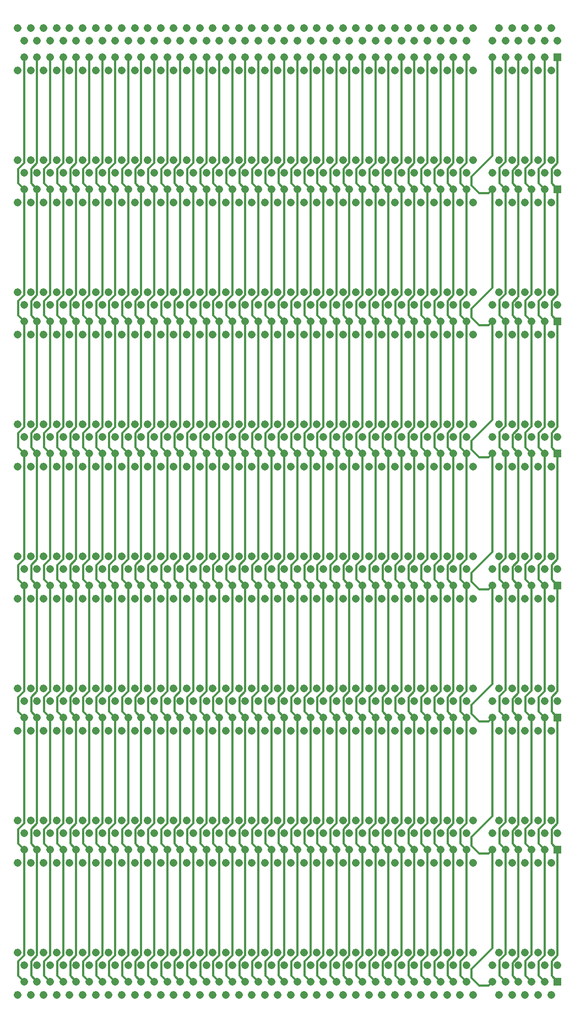
<source format=gbr>
%TF.GenerationSoftware,KiCad,Pcbnew,8.0.0*%
%TF.CreationDate,2024-11-27T22:09:34-06:00*%
%TF.ProjectId,backplane,6261636b-706c-4616-9e65-2e6b69636164,rev?*%
%TF.SameCoordinates,Original*%
%TF.FileFunction,Copper,L2,Inr*%
%TF.FilePolarity,Positive*%
%FSLAX46Y46*%
G04 Gerber Fmt 4.6, Leading zero omitted, Abs format (unit mm)*
G04 Created by KiCad (PCBNEW 8.0.0) date 2024-11-27 22:09:34*
%MOMM*%
%LPD*%
G01*
G04 APERTURE LIST*
%TA.AperFunction,ComponentPad*%
%ADD10R,1.208000X1.208000*%
%TD*%
%TA.AperFunction,ComponentPad*%
%ADD11C,1.208000*%
%TD*%
%TA.AperFunction,Conductor*%
%ADD12C,0.300000*%
%TD*%
G04 APERTURE END LIST*
D10*
%TO.N,A1*%
%TO.C,J9*%
X144300000Y-135100000D03*
D11*
%TO.N,A2*%
X143300000Y-137100000D03*
%TO.N,A3*%
X142300000Y-135100000D03*
%TO.N,A4*%
X141300000Y-137100000D03*
%TO.N,A5*%
X140300000Y-135100000D03*
%TO.N,A6*%
X139300000Y-137100000D03*
%TO.N,A7*%
X138300000Y-135100000D03*
%TO.N,A8*%
X137300000Y-137100000D03*
%TO.N,A9*%
X136300000Y-135100000D03*
%TO.N,A10*%
X135300000Y-137100000D03*
%TO.N,A11*%
X134300000Y-135100000D03*
%TO.N,A12*%
X131300000Y-137100000D03*
%TO.N,A13*%
X130300000Y-135100000D03*
%TO.N,A14*%
X129300000Y-137100000D03*
%TO.N,A15*%
X128300000Y-135100000D03*
%TO.N,A16*%
X127300000Y-137100000D03*
%TO.N,A17*%
X126300000Y-135100000D03*
%TO.N,A18*%
X125300000Y-137100000D03*
%TO.N,A19*%
X124300000Y-135100000D03*
%TO.N,A20*%
X123300000Y-137100000D03*
%TO.N,A21*%
X122300000Y-135100000D03*
%TO.N,A22*%
X121300000Y-137100000D03*
%TO.N,A23*%
X120300000Y-135100000D03*
%TO.N,A24*%
X119300000Y-137100000D03*
%TO.N,A25*%
X118300000Y-135100000D03*
%TO.N,A26*%
X117300000Y-137100000D03*
%TO.N,A27*%
X116300000Y-135100000D03*
%TO.N,A28*%
X115300000Y-137100000D03*
%TO.N,A29*%
X114300000Y-135100000D03*
%TO.N,A30*%
X113300000Y-137100000D03*
%TO.N,A31*%
X112300000Y-135100000D03*
%TO.N,A32*%
X111300000Y-137100000D03*
%TO.N,A33*%
X110300000Y-135100000D03*
%TO.N,A34*%
X109300000Y-137100000D03*
%TO.N,A35*%
X108300000Y-135100000D03*
%TO.N,A36*%
X107300000Y-137100000D03*
%TO.N,A37*%
X106300000Y-135100000D03*
%TO.N,A38*%
X105300000Y-137100000D03*
%TO.N,A39*%
X104300000Y-135100000D03*
%TO.N,A40*%
X103300000Y-137100000D03*
%TO.N,A41*%
X102300000Y-135100000D03*
%TO.N,A42*%
X101300000Y-137100000D03*
%TO.N,A43*%
X100300000Y-135100000D03*
%TO.N,A44*%
X99300000Y-137100000D03*
%TO.N,A45*%
X98300000Y-135100000D03*
%TO.N,A46*%
X97300000Y-137100000D03*
%TO.N,A47*%
X96300000Y-135100000D03*
%TO.N,A48*%
X95300000Y-137100000D03*
%TO.N,A49*%
X94300000Y-135100000D03*
%TO.N,A50*%
X93300000Y-137100000D03*
%TO.N,A51*%
X92300000Y-135100000D03*
%TO.N,A52*%
X91300000Y-137100000D03*
%TO.N,A53*%
X90300000Y-135100000D03*
%TO.N,A54*%
X89300000Y-137100000D03*
%TO.N,A55*%
X88300000Y-135100000D03*
%TO.N,A56*%
X87300000Y-137100000D03*
%TO.N,A57*%
X86300000Y-135100000D03*
%TO.N,A58*%
X85300000Y-137100000D03*
%TO.N,A59*%
X84300000Y-135100000D03*
%TO.N,A60*%
X83300000Y-137100000D03*
%TO.N,A61*%
X82300000Y-135100000D03*
%TO.N,A62*%
X81300000Y-137100000D03*
%TO.N,A63*%
X80300000Y-135100000D03*
%TO.N,A64*%
X79300000Y-137100000D03*
%TO.N,A65*%
X78300000Y-135100000D03*
%TO.N,A66*%
X77300000Y-137100000D03*
%TO.N,A67*%
X76300000Y-135100000D03*
%TO.N,A68*%
X75300000Y-137100000D03*
%TO.N,A69*%
X74300000Y-135100000D03*
%TO.N,A70*%
X73300000Y-137100000D03*
%TO.N,A71*%
X72300000Y-135100000D03*
%TO.N,A72*%
X71300000Y-137100000D03*
%TO.N,A73*%
X70300000Y-135100000D03*
%TO.N,A74*%
X69300000Y-137100000D03*
%TO.N,A75*%
X68300000Y-135100000D03*
%TO.N,A76*%
X67300000Y-137100000D03*
%TO.N,A77*%
X66300000Y-135100000D03*
%TO.N,A78*%
X65300000Y-137100000D03*
%TO.N,A79*%
X64300000Y-135100000D03*
%TO.N,A80*%
X63300000Y-137100000D03*
%TO.N,A81*%
X62300000Y-135100000D03*
%TO.N,A82*%
X61300000Y-137100000D03*
%TO.N,B1*%
X144300000Y-132600000D03*
%TO.N,B2*%
X143300000Y-130600000D03*
%TO.N,B3*%
X142300000Y-132600000D03*
%TO.N,B4*%
X141300000Y-130600000D03*
%TO.N,B5*%
X140300000Y-132600000D03*
%TO.N,B6*%
X139300000Y-130600000D03*
%TO.N,B7*%
X138300000Y-132600000D03*
%TO.N,B8*%
X137300000Y-130600000D03*
%TO.N,B9*%
X136300000Y-132600000D03*
%TO.N,B10*%
X135300000Y-130600000D03*
%TO.N,B11*%
X134300000Y-132600000D03*
%TO.N,B12*%
X131300000Y-130600000D03*
%TO.N,B13*%
X130300000Y-132600000D03*
%TO.N,B14*%
X129300000Y-130600000D03*
%TO.N,B15*%
X128300000Y-132600000D03*
%TO.N,B16*%
X127300000Y-130600000D03*
%TO.N,B17*%
X126300000Y-132600000D03*
%TO.N,B18*%
X125300000Y-130600000D03*
%TO.N,B19*%
X124300000Y-132600000D03*
%TO.N,B20*%
X123300000Y-130600000D03*
%TO.N,B21*%
X122300000Y-132600000D03*
%TO.N,B22*%
X121300000Y-130600000D03*
%TO.N,B23*%
X120300000Y-132600000D03*
%TO.N,B24*%
X119300000Y-130600000D03*
%TO.N,B25*%
X118300000Y-132600000D03*
%TO.N,B26*%
X117300000Y-130600000D03*
%TO.N,B27*%
X116300000Y-132600000D03*
%TO.N,B28*%
X115300000Y-130600000D03*
%TO.N,B29*%
X114300000Y-132600000D03*
%TO.N,B30*%
X113300000Y-130600000D03*
%TO.N,B31*%
X112300000Y-132600000D03*
%TO.N,B32*%
X111300000Y-130600000D03*
%TO.N,B33*%
X110300000Y-132600000D03*
%TO.N,B34*%
X109300000Y-130600000D03*
%TO.N,B35*%
X108300000Y-132600000D03*
%TO.N,B36*%
X107300000Y-130600000D03*
%TO.N,B37*%
X106300000Y-132600000D03*
%TO.N,B38*%
X105300000Y-130600000D03*
%TO.N,B39*%
X104300000Y-132600000D03*
%TO.N,B40*%
X103300000Y-130600000D03*
%TO.N,B41*%
X102300000Y-132600000D03*
%TO.N,B42*%
X101300000Y-130600000D03*
%TO.N,B43*%
X100300000Y-132600000D03*
%TO.N,B44*%
X99300000Y-130600000D03*
%TO.N,B45*%
X98300000Y-132600000D03*
%TO.N,B46*%
X97300000Y-130600000D03*
%TO.N,B47*%
X96300000Y-132600000D03*
%TO.N,B48*%
X95300000Y-130600000D03*
%TO.N,B49*%
X94300000Y-132600000D03*
%TO.N,B50*%
X93300000Y-130600000D03*
%TO.N,B51*%
X92300000Y-132600000D03*
%TO.N,B52*%
X91300000Y-130600000D03*
%TO.N,B53*%
X90300000Y-132600000D03*
%TO.N,B54*%
X89300000Y-130600000D03*
%TO.N,B55*%
X88300000Y-132600000D03*
%TO.N,B56*%
X87300000Y-130600000D03*
%TO.N,B57*%
X86300000Y-132600000D03*
%TO.N,B58*%
X85300000Y-130600000D03*
%TO.N,B59*%
X84300000Y-132600000D03*
%TO.N,B60*%
X83300000Y-130600000D03*
%TO.N,B61*%
X82300000Y-132600000D03*
%TO.N,B62*%
X81300000Y-130600000D03*
%TO.N,B63*%
X80300000Y-132600000D03*
%TO.N,B64*%
X79300000Y-130600000D03*
%TO.N,B65*%
X78300000Y-132600000D03*
%TO.N,B66*%
X77300000Y-130600000D03*
%TO.N,B67*%
X76300000Y-132600000D03*
%TO.N,B68*%
X75300000Y-130600000D03*
%TO.N,B69*%
X74300000Y-132600000D03*
%TO.N,B70*%
X73300000Y-130600000D03*
%TO.N,B71*%
X72300000Y-132600000D03*
%TO.N,B72*%
X71300000Y-130600000D03*
%TO.N,B73*%
X70300000Y-132600000D03*
%TO.N,B74*%
X69300000Y-130600000D03*
%TO.N,B75*%
X68300000Y-132600000D03*
%TO.N,B76*%
X67300000Y-130600000D03*
%TO.N,B77*%
X66300000Y-132600000D03*
%TO.N,B78*%
X65300000Y-130600000D03*
%TO.N,B79*%
X64300000Y-132600000D03*
%TO.N,B80*%
X63300000Y-130600000D03*
%TO.N,B81*%
X62300000Y-132600000D03*
%TO.N,B82*%
X61300000Y-130600000D03*
%TD*%
D10*
%TO.N,A1*%
%TO.C,J10*%
X144300000Y-114780000D03*
D11*
%TO.N,A2*%
X143300000Y-116780000D03*
%TO.N,A3*%
X142300000Y-114780000D03*
%TO.N,A4*%
X141300000Y-116780000D03*
%TO.N,A5*%
X140300000Y-114780000D03*
%TO.N,A6*%
X139300000Y-116780000D03*
%TO.N,A7*%
X138300000Y-114780000D03*
%TO.N,A8*%
X137300000Y-116780000D03*
%TO.N,A9*%
X136300000Y-114780000D03*
%TO.N,A10*%
X135300000Y-116780000D03*
%TO.N,A11*%
X134300000Y-114780000D03*
%TO.N,A12*%
X131300000Y-116780000D03*
%TO.N,A13*%
X130300000Y-114780000D03*
%TO.N,A14*%
X129300000Y-116780000D03*
%TO.N,A15*%
X128300000Y-114780000D03*
%TO.N,A16*%
X127300000Y-116780000D03*
%TO.N,A17*%
X126300000Y-114780000D03*
%TO.N,A18*%
X125300000Y-116780000D03*
%TO.N,A19*%
X124300000Y-114780000D03*
%TO.N,A20*%
X123300000Y-116780000D03*
%TO.N,A21*%
X122300000Y-114780000D03*
%TO.N,A22*%
X121300000Y-116780000D03*
%TO.N,A23*%
X120300000Y-114780000D03*
%TO.N,A24*%
X119300000Y-116780000D03*
%TO.N,A25*%
X118300000Y-114780000D03*
%TO.N,A26*%
X117300000Y-116780000D03*
%TO.N,A27*%
X116300000Y-114780000D03*
%TO.N,A28*%
X115300000Y-116780000D03*
%TO.N,A29*%
X114300000Y-114780000D03*
%TO.N,A30*%
X113300000Y-116780000D03*
%TO.N,A31*%
X112300000Y-114780000D03*
%TO.N,A32*%
X111300000Y-116780000D03*
%TO.N,A33*%
X110300000Y-114780000D03*
%TO.N,A34*%
X109300000Y-116780000D03*
%TO.N,A35*%
X108300000Y-114780000D03*
%TO.N,A36*%
X107300000Y-116780000D03*
%TO.N,A37*%
X106300000Y-114780000D03*
%TO.N,A38*%
X105300000Y-116780000D03*
%TO.N,A39*%
X104300000Y-114780000D03*
%TO.N,A40*%
X103300000Y-116780000D03*
%TO.N,A41*%
X102300000Y-114780000D03*
%TO.N,A42*%
X101300000Y-116780000D03*
%TO.N,A43*%
X100300000Y-114780000D03*
%TO.N,A44*%
X99300000Y-116780000D03*
%TO.N,A45*%
X98300000Y-114780000D03*
%TO.N,A46*%
X97300000Y-116780000D03*
%TO.N,A47*%
X96300000Y-114780000D03*
%TO.N,A48*%
X95300000Y-116780000D03*
%TO.N,A49*%
X94300000Y-114780000D03*
%TO.N,A50*%
X93300000Y-116780000D03*
%TO.N,A51*%
X92300000Y-114780000D03*
%TO.N,A52*%
X91300000Y-116780000D03*
%TO.N,A53*%
X90300000Y-114780000D03*
%TO.N,A54*%
X89300000Y-116780000D03*
%TO.N,A55*%
X88300000Y-114780000D03*
%TO.N,A56*%
X87300000Y-116780000D03*
%TO.N,A57*%
X86300000Y-114780000D03*
%TO.N,A58*%
X85300000Y-116780000D03*
%TO.N,A59*%
X84300000Y-114780000D03*
%TO.N,A60*%
X83300000Y-116780000D03*
%TO.N,A61*%
X82300000Y-114780000D03*
%TO.N,A62*%
X81300000Y-116780000D03*
%TO.N,A63*%
X80300000Y-114780000D03*
%TO.N,A64*%
X79300000Y-116780000D03*
%TO.N,A65*%
X78300000Y-114780000D03*
%TO.N,A66*%
X77300000Y-116780000D03*
%TO.N,A67*%
X76300000Y-114780000D03*
%TO.N,A68*%
X75300000Y-116780000D03*
%TO.N,A69*%
X74300000Y-114780000D03*
%TO.N,A70*%
X73300000Y-116780000D03*
%TO.N,A71*%
X72300000Y-114780000D03*
%TO.N,A72*%
X71300000Y-116780000D03*
%TO.N,A73*%
X70300000Y-114780000D03*
%TO.N,A74*%
X69300000Y-116780000D03*
%TO.N,A75*%
X68300000Y-114780000D03*
%TO.N,A76*%
X67300000Y-116780000D03*
%TO.N,A77*%
X66300000Y-114780000D03*
%TO.N,A78*%
X65300000Y-116780000D03*
%TO.N,A79*%
X64300000Y-114780000D03*
%TO.N,A80*%
X63300000Y-116780000D03*
%TO.N,A81*%
X62300000Y-114780000D03*
%TO.N,A82*%
X61300000Y-116780000D03*
%TO.N,B1*%
X144300000Y-112280000D03*
%TO.N,B2*%
X143300000Y-110280000D03*
%TO.N,B3*%
X142300000Y-112280000D03*
%TO.N,B4*%
X141300000Y-110280000D03*
%TO.N,B5*%
X140300000Y-112280000D03*
%TO.N,B6*%
X139300000Y-110280000D03*
%TO.N,B7*%
X138300000Y-112280000D03*
%TO.N,B8*%
X137300000Y-110280000D03*
%TO.N,B9*%
X136300000Y-112280000D03*
%TO.N,B10*%
X135300000Y-110280000D03*
%TO.N,B11*%
X134300000Y-112280000D03*
%TO.N,B12*%
X131300000Y-110280000D03*
%TO.N,B13*%
X130300000Y-112280000D03*
%TO.N,B14*%
X129300000Y-110280000D03*
%TO.N,B15*%
X128300000Y-112280000D03*
%TO.N,B16*%
X127300000Y-110280000D03*
%TO.N,B17*%
X126300000Y-112280000D03*
%TO.N,B18*%
X125300000Y-110280000D03*
%TO.N,B19*%
X124300000Y-112280000D03*
%TO.N,B20*%
X123300000Y-110280000D03*
%TO.N,B21*%
X122300000Y-112280000D03*
%TO.N,B22*%
X121300000Y-110280000D03*
%TO.N,B23*%
X120300000Y-112280000D03*
%TO.N,B24*%
X119300000Y-110280000D03*
%TO.N,B25*%
X118300000Y-112280000D03*
%TO.N,B26*%
X117300000Y-110280000D03*
%TO.N,B27*%
X116300000Y-112280000D03*
%TO.N,B28*%
X115300000Y-110280000D03*
%TO.N,B29*%
X114300000Y-112280000D03*
%TO.N,B30*%
X113300000Y-110280000D03*
%TO.N,B31*%
X112300000Y-112280000D03*
%TO.N,B32*%
X111300000Y-110280000D03*
%TO.N,B33*%
X110300000Y-112280000D03*
%TO.N,B34*%
X109300000Y-110280000D03*
%TO.N,B35*%
X108300000Y-112280000D03*
%TO.N,B36*%
X107300000Y-110280000D03*
%TO.N,B37*%
X106300000Y-112280000D03*
%TO.N,B38*%
X105300000Y-110280000D03*
%TO.N,B39*%
X104300000Y-112280000D03*
%TO.N,B40*%
X103300000Y-110280000D03*
%TO.N,B41*%
X102300000Y-112280000D03*
%TO.N,B42*%
X101300000Y-110280000D03*
%TO.N,B43*%
X100300000Y-112280000D03*
%TO.N,B44*%
X99300000Y-110280000D03*
%TO.N,B45*%
X98300000Y-112280000D03*
%TO.N,B46*%
X97300000Y-110280000D03*
%TO.N,B47*%
X96300000Y-112280000D03*
%TO.N,B48*%
X95300000Y-110280000D03*
%TO.N,B49*%
X94300000Y-112280000D03*
%TO.N,B50*%
X93300000Y-110280000D03*
%TO.N,B51*%
X92300000Y-112280000D03*
%TO.N,B52*%
X91300000Y-110280000D03*
%TO.N,B53*%
X90300000Y-112280000D03*
%TO.N,B54*%
X89300000Y-110280000D03*
%TO.N,B55*%
X88300000Y-112280000D03*
%TO.N,B56*%
X87300000Y-110280000D03*
%TO.N,B57*%
X86300000Y-112280000D03*
%TO.N,B58*%
X85300000Y-110280000D03*
%TO.N,B59*%
X84300000Y-112280000D03*
%TO.N,B60*%
X83300000Y-110280000D03*
%TO.N,B61*%
X82300000Y-112280000D03*
%TO.N,B62*%
X81300000Y-110280000D03*
%TO.N,B63*%
X80300000Y-112280000D03*
%TO.N,B64*%
X79300000Y-110280000D03*
%TO.N,B65*%
X78300000Y-112280000D03*
%TO.N,B66*%
X77300000Y-110280000D03*
%TO.N,B67*%
X76300000Y-112280000D03*
%TO.N,B68*%
X75300000Y-110280000D03*
%TO.N,B69*%
X74300000Y-112280000D03*
%TO.N,B70*%
X73300000Y-110280000D03*
%TO.N,B71*%
X72300000Y-112280000D03*
%TO.N,B72*%
X71300000Y-110280000D03*
%TO.N,B73*%
X70300000Y-112280000D03*
%TO.N,B74*%
X69300000Y-110280000D03*
%TO.N,B75*%
X68300000Y-112280000D03*
%TO.N,B76*%
X67300000Y-110280000D03*
%TO.N,B77*%
X66300000Y-112280000D03*
%TO.N,B78*%
X65300000Y-110280000D03*
%TO.N,B79*%
X64300000Y-112280000D03*
%TO.N,B80*%
X63300000Y-110280000D03*
%TO.N,B81*%
X62300000Y-112280000D03*
%TO.N,B82*%
X61300000Y-110280000D03*
%TD*%
D10*
%TO.N,A1*%
%TO.C,J3*%
X144300000Y-74140000D03*
D11*
%TO.N,A2*%
X143300000Y-76140000D03*
%TO.N,A3*%
X142300000Y-74140000D03*
%TO.N,A4*%
X141300000Y-76140000D03*
%TO.N,A5*%
X140300000Y-74140000D03*
%TO.N,A6*%
X139300000Y-76140000D03*
%TO.N,A7*%
X138300000Y-74140000D03*
%TO.N,A8*%
X137300000Y-76140000D03*
%TO.N,A9*%
X136300000Y-74140000D03*
%TO.N,A10*%
X135300000Y-76140000D03*
%TO.N,A11*%
X134300000Y-74140000D03*
%TO.N,A12*%
X131300000Y-76140000D03*
%TO.N,A13*%
X130300000Y-74140000D03*
%TO.N,A14*%
X129300000Y-76140000D03*
%TO.N,A15*%
X128300000Y-74140000D03*
%TO.N,A16*%
X127300000Y-76140000D03*
%TO.N,A17*%
X126300000Y-74140000D03*
%TO.N,A18*%
X125300000Y-76140000D03*
%TO.N,A19*%
X124300000Y-74140000D03*
%TO.N,A20*%
X123300000Y-76140000D03*
%TO.N,A21*%
X122300000Y-74140000D03*
%TO.N,A22*%
X121300000Y-76140000D03*
%TO.N,A23*%
X120300000Y-74140000D03*
%TO.N,A24*%
X119300000Y-76140000D03*
%TO.N,A25*%
X118300000Y-74140000D03*
%TO.N,A26*%
X117300000Y-76140000D03*
%TO.N,A27*%
X116300000Y-74140000D03*
%TO.N,A28*%
X115300000Y-76140000D03*
%TO.N,A29*%
X114300000Y-74140000D03*
%TO.N,A30*%
X113300000Y-76140000D03*
%TO.N,A31*%
X112300000Y-74140000D03*
%TO.N,A32*%
X111300000Y-76140000D03*
%TO.N,A33*%
X110300000Y-74140000D03*
%TO.N,A34*%
X109300000Y-76140000D03*
%TO.N,A35*%
X108300000Y-74140000D03*
%TO.N,A36*%
X107300000Y-76140000D03*
%TO.N,A37*%
X106300000Y-74140000D03*
%TO.N,A38*%
X105300000Y-76140000D03*
%TO.N,A39*%
X104300000Y-74140000D03*
%TO.N,A40*%
X103300000Y-76140000D03*
%TO.N,A41*%
X102300000Y-74140000D03*
%TO.N,A42*%
X101300000Y-76140000D03*
%TO.N,A43*%
X100300000Y-74140000D03*
%TO.N,A44*%
X99300000Y-76140000D03*
%TO.N,A45*%
X98300000Y-74140000D03*
%TO.N,A46*%
X97300000Y-76140000D03*
%TO.N,A47*%
X96300000Y-74140000D03*
%TO.N,A48*%
X95300000Y-76140000D03*
%TO.N,A49*%
X94300000Y-74140000D03*
%TO.N,A50*%
X93300000Y-76140000D03*
%TO.N,A51*%
X92300000Y-74140000D03*
%TO.N,A52*%
X91300000Y-76140000D03*
%TO.N,A53*%
X90300000Y-74140000D03*
%TO.N,A54*%
X89300000Y-76140000D03*
%TO.N,A55*%
X88300000Y-74140000D03*
%TO.N,A56*%
X87300000Y-76140000D03*
%TO.N,A57*%
X86300000Y-74140000D03*
%TO.N,A58*%
X85300000Y-76140000D03*
%TO.N,A59*%
X84300000Y-74140000D03*
%TO.N,A60*%
X83300000Y-76140000D03*
%TO.N,A61*%
X82300000Y-74140000D03*
%TO.N,A62*%
X81300000Y-76140000D03*
%TO.N,A63*%
X80300000Y-74140000D03*
%TO.N,A64*%
X79300000Y-76140000D03*
%TO.N,A65*%
X78300000Y-74140000D03*
%TO.N,A66*%
X77300000Y-76140000D03*
%TO.N,A67*%
X76300000Y-74140000D03*
%TO.N,A68*%
X75300000Y-76140000D03*
%TO.N,A69*%
X74300000Y-74140000D03*
%TO.N,A70*%
X73300000Y-76140000D03*
%TO.N,A71*%
X72300000Y-74140000D03*
%TO.N,A72*%
X71300000Y-76140000D03*
%TO.N,A73*%
X70300000Y-74140000D03*
%TO.N,A74*%
X69300000Y-76140000D03*
%TO.N,A75*%
X68300000Y-74140000D03*
%TO.N,A76*%
X67300000Y-76140000D03*
%TO.N,A77*%
X66300000Y-74140000D03*
%TO.N,A78*%
X65300000Y-76140000D03*
%TO.N,A79*%
X64300000Y-74140000D03*
%TO.N,A80*%
X63300000Y-76140000D03*
%TO.N,A81*%
X62300000Y-74140000D03*
%TO.N,A82*%
X61300000Y-76140000D03*
%TO.N,B1*%
X144300000Y-71640000D03*
%TO.N,B2*%
X143300000Y-69640000D03*
%TO.N,B3*%
X142300000Y-71640000D03*
%TO.N,B4*%
X141300000Y-69640000D03*
%TO.N,B5*%
X140300000Y-71640000D03*
%TO.N,B6*%
X139300000Y-69640000D03*
%TO.N,B7*%
X138300000Y-71640000D03*
%TO.N,B8*%
X137300000Y-69640000D03*
%TO.N,B9*%
X136300000Y-71640000D03*
%TO.N,B10*%
X135300000Y-69640000D03*
%TO.N,B11*%
X134300000Y-71640000D03*
%TO.N,B12*%
X131300000Y-69640000D03*
%TO.N,B13*%
X130300000Y-71640000D03*
%TO.N,B14*%
X129300000Y-69640000D03*
%TO.N,B15*%
X128300000Y-71640000D03*
%TO.N,B16*%
X127300000Y-69640000D03*
%TO.N,B17*%
X126300000Y-71640000D03*
%TO.N,B18*%
X125300000Y-69640000D03*
%TO.N,B19*%
X124300000Y-71640000D03*
%TO.N,B20*%
X123300000Y-69640000D03*
%TO.N,B21*%
X122300000Y-71640000D03*
%TO.N,B22*%
X121300000Y-69640000D03*
%TO.N,B23*%
X120300000Y-71640000D03*
%TO.N,B24*%
X119300000Y-69640000D03*
%TO.N,B25*%
X118300000Y-71640000D03*
%TO.N,B26*%
X117300000Y-69640000D03*
%TO.N,B27*%
X116300000Y-71640000D03*
%TO.N,B28*%
X115300000Y-69640000D03*
%TO.N,B29*%
X114300000Y-71640000D03*
%TO.N,B30*%
X113300000Y-69640000D03*
%TO.N,B31*%
X112300000Y-71640000D03*
%TO.N,B32*%
X111300000Y-69640000D03*
%TO.N,B33*%
X110300000Y-71640000D03*
%TO.N,B34*%
X109300000Y-69640000D03*
%TO.N,B35*%
X108300000Y-71640000D03*
%TO.N,B36*%
X107300000Y-69640000D03*
%TO.N,B37*%
X106300000Y-71640000D03*
%TO.N,B38*%
X105300000Y-69640000D03*
%TO.N,B39*%
X104300000Y-71640000D03*
%TO.N,B40*%
X103300000Y-69640000D03*
%TO.N,B41*%
X102300000Y-71640000D03*
%TO.N,B42*%
X101300000Y-69640000D03*
%TO.N,B43*%
X100300000Y-71640000D03*
%TO.N,B44*%
X99300000Y-69640000D03*
%TO.N,B45*%
X98300000Y-71640000D03*
%TO.N,B46*%
X97300000Y-69640000D03*
%TO.N,B47*%
X96300000Y-71640000D03*
%TO.N,B48*%
X95300000Y-69640000D03*
%TO.N,B49*%
X94300000Y-71640000D03*
%TO.N,B50*%
X93300000Y-69640000D03*
%TO.N,B51*%
X92300000Y-71640000D03*
%TO.N,B52*%
X91300000Y-69640000D03*
%TO.N,B53*%
X90300000Y-71640000D03*
%TO.N,B54*%
X89300000Y-69640000D03*
%TO.N,B55*%
X88300000Y-71640000D03*
%TO.N,B56*%
X87300000Y-69640000D03*
%TO.N,B57*%
X86300000Y-71640000D03*
%TO.N,B58*%
X85300000Y-69640000D03*
%TO.N,B59*%
X84300000Y-71640000D03*
%TO.N,B60*%
X83300000Y-69640000D03*
%TO.N,B61*%
X82300000Y-71640000D03*
%TO.N,B62*%
X81300000Y-69640000D03*
%TO.N,B63*%
X80300000Y-71640000D03*
%TO.N,B64*%
X79300000Y-69640000D03*
%TO.N,B65*%
X78300000Y-71640000D03*
%TO.N,B66*%
X77300000Y-69640000D03*
%TO.N,B67*%
X76300000Y-71640000D03*
%TO.N,B68*%
X75300000Y-69640000D03*
%TO.N,B69*%
X74300000Y-71640000D03*
%TO.N,B70*%
X73300000Y-69640000D03*
%TO.N,B71*%
X72300000Y-71640000D03*
%TO.N,B72*%
X71300000Y-69640000D03*
%TO.N,B73*%
X70300000Y-71640000D03*
%TO.N,B74*%
X69300000Y-69640000D03*
%TO.N,B75*%
X68300000Y-71640000D03*
%TO.N,B76*%
X67300000Y-69640000D03*
%TO.N,B77*%
X66300000Y-71640000D03*
%TO.N,B78*%
X65300000Y-69640000D03*
%TO.N,B79*%
X64300000Y-71640000D03*
%TO.N,B80*%
X63300000Y-69640000D03*
%TO.N,B81*%
X62300000Y-71640000D03*
%TO.N,B82*%
X61300000Y-69640000D03*
%TD*%
D10*
%TO.N,A1*%
%TO.C,J13*%
X144300000Y-53820000D03*
D11*
%TO.N,A2*%
X143300000Y-55820000D03*
%TO.N,A3*%
X142300000Y-53820000D03*
%TO.N,A4*%
X141300000Y-55820000D03*
%TO.N,A5*%
X140300000Y-53820000D03*
%TO.N,A6*%
X139300000Y-55820000D03*
%TO.N,A7*%
X138300000Y-53820000D03*
%TO.N,A8*%
X137300000Y-55820000D03*
%TO.N,A9*%
X136300000Y-53820000D03*
%TO.N,A10*%
X135300000Y-55820000D03*
%TO.N,A11*%
X134300000Y-53820000D03*
%TO.N,A12*%
X131300000Y-55820000D03*
%TO.N,A13*%
X130300000Y-53820000D03*
%TO.N,A14*%
X129300000Y-55820000D03*
%TO.N,A15*%
X128300000Y-53820000D03*
%TO.N,A16*%
X127300000Y-55820000D03*
%TO.N,A17*%
X126300000Y-53820000D03*
%TO.N,A18*%
X125300000Y-55820000D03*
%TO.N,A19*%
X124300000Y-53820000D03*
%TO.N,A20*%
X123300000Y-55820000D03*
%TO.N,A21*%
X122300000Y-53820000D03*
%TO.N,A22*%
X121300000Y-55820000D03*
%TO.N,A23*%
X120300000Y-53820000D03*
%TO.N,A24*%
X119300000Y-55820000D03*
%TO.N,A25*%
X118300000Y-53820000D03*
%TO.N,A26*%
X117300000Y-55820000D03*
%TO.N,A27*%
X116300000Y-53820000D03*
%TO.N,A28*%
X115300000Y-55820000D03*
%TO.N,A29*%
X114300000Y-53820000D03*
%TO.N,A30*%
X113300000Y-55820000D03*
%TO.N,A31*%
X112300000Y-53820000D03*
%TO.N,A32*%
X111300000Y-55820000D03*
%TO.N,A33*%
X110300000Y-53820000D03*
%TO.N,A34*%
X109300000Y-55820000D03*
%TO.N,A35*%
X108300000Y-53820000D03*
%TO.N,A36*%
X107300000Y-55820000D03*
%TO.N,A37*%
X106300000Y-53820000D03*
%TO.N,A38*%
X105300000Y-55820000D03*
%TO.N,A39*%
X104300000Y-53820000D03*
%TO.N,A40*%
X103300000Y-55820000D03*
%TO.N,A41*%
X102300000Y-53820000D03*
%TO.N,A42*%
X101300000Y-55820000D03*
%TO.N,A43*%
X100300000Y-53820000D03*
%TO.N,A44*%
X99300000Y-55820000D03*
%TO.N,A45*%
X98300000Y-53820000D03*
%TO.N,A46*%
X97300000Y-55820000D03*
%TO.N,A47*%
X96300000Y-53820000D03*
%TO.N,A48*%
X95300000Y-55820000D03*
%TO.N,A49*%
X94300000Y-53820000D03*
%TO.N,A50*%
X93300000Y-55820000D03*
%TO.N,A51*%
X92300000Y-53820000D03*
%TO.N,A52*%
X91300000Y-55820000D03*
%TO.N,A53*%
X90300000Y-53820000D03*
%TO.N,A54*%
X89300000Y-55820000D03*
%TO.N,A55*%
X88300000Y-53820000D03*
%TO.N,A56*%
X87300000Y-55820000D03*
%TO.N,A57*%
X86300000Y-53820000D03*
%TO.N,A58*%
X85300000Y-55820000D03*
%TO.N,A59*%
X84300000Y-53820000D03*
%TO.N,A60*%
X83300000Y-55820000D03*
%TO.N,A61*%
X82300000Y-53820000D03*
%TO.N,A62*%
X81300000Y-55820000D03*
%TO.N,A63*%
X80300000Y-53820000D03*
%TO.N,A64*%
X79300000Y-55820000D03*
%TO.N,A65*%
X78300000Y-53820000D03*
%TO.N,A66*%
X77300000Y-55820000D03*
%TO.N,A67*%
X76300000Y-53820000D03*
%TO.N,A68*%
X75300000Y-55820000D03*
%TO.N,A69*%
X74300000Y-53820000D03*
%TO.N,A70*%
X73300000Y-55820000D03*
%TO.N,A71*%
X72300000Y-53820000D03*
%TO.N,A72*%
X71300000Y-55820000D03*
%TO.N,A73*%
X70300000Y-53820000D03*
%TO.N,A74*%
X69300000Y-55820000D03*
%TO.N,A75*%
X68300000Y-53820000D03*
%TO.N,A76*%
X67300000Y-55820000D03*
%TO.N,A77*%
X66300000Y-53820000D03*
%TO.N,A78*%
X65300000Y-55820000D03*
%TO.N,A79*%
X64300000Y-53820000D03*
%TO.N,A80*%
X63300000Y-55820000D03*
%TO.N,A81*%
X62300000Y-53820000D03*
%TO.N,A82*%
X61300000Y-55820000D03*
%TO.N,B1*%
X144300000Y-51320000D03*
%TO.N,B2*%
X143300000Y-49320000D03*
%TO.N,B3*%
X142300000Y-51320000D03*
%TO.N,B4*%
X141300000Y-49320000D03*
%TO.N,B5*%
X140300000Y-51320000D03*
%TO.N,B6*%
X139300000Y-49320000D03*
%TO.N,B7*%
X138300000Y-51320000D03*
%TO.N,B8*%
X137300000Y-49320000D03*
%TO.N,B9*%
X136300000Y-51320000D03*
%TO.N,B10*%
X135300000Y-49320000D03*
%TO.N,B11*%
X134300000Y-51320000D03*
%TO.N,B12*%
X131300000Y-49320000D03*
%TO.N,B13*%
X130300000Y-51320000D03*
%TO.N,B14*%
X129300000Y-49320000D03*
%TO.N,B15*%
X128300000Y-51320000D03*
%TO.N,B16*%
X127300000Y-49320000D03*
%TO.N,B17*%
X126300000Y-51320000D03*
%TO.N,B18*%
X125300000Y-49320000D03*
%TO.N,B19*%
X124300000Y-51320000D03*
%TO.N,B20*%
X123300000Y-49320000D03*
%TO.N,B21*%
X122300000Y-51320000D03*
%TO.N,B22*%
X121300000Y-49320000D03*
%TO.N,B23*%
X120300000Y-51320000D03*
%TO.N,B24*%
X119300000Y-49320000D03*
%TO.N,B25*%
X118300000Y-51320000D03*
%TO.N,B26*%
X117300000Y-49320000D03*
%TO.N,B27*%
X116300000Y-51320000D03*
%TO.N,B28*%
X115300000Y-49320000D03*
%TO.N,B29*%
X114300000Y-51320000D03*
%TO.N,B30*%
X113300000Y-49320000D03*
%TO.N,B31*%
X112300000Y-51320000D03*
%TO.N,B32*%
X111300000Y-49320000D03*
%TO.N,B33*%
X110300000Y-51320000D03*
%TO.N,B34*%
X109300000Y-49320000D03*
%TO.N,B35*%
X108300000Y-51320000D03*
%TO.N,B36*%
X107300000Y-49320000D03*
%TO.N,B37*%
X106300000Y-51320000D03*
%TO.N,B38*%
X105300000Y-49320000D03*
%TO.N,B39*%
X104300000Y-51320000D03*
%TO.N,B40*%
X103300000Y-49320000D03*
%TO.N,B41*%
X102300000Y-51320000D03*
%TO.N,B42*%
X101300000Y-49320000D03*
%TO.N,B43*%
X100300000Y-51320000D03*
%TO.N,B44*%
X99300000Y-49320000D03*
%TO.N,B45*%
X98300000Y-51320000D03*
%TO.N,B46*%
X97300000Y-49320000D03*
%TO.N,B47*%
X96300000Y-51320000D03*
%TO.N,B48*%
X95300000Y-49320000D03*
%TO.N,B49*%
X94300000Y-51320000D03*
%TO.N,B50*%
X93300000Y-49320000D03*
%TO.N,B51*%
X92300000Y-51320000D03*
%TO.N,B52*%
X91300000Y-49320000D03*
%TO.N,B53*%
X90300000Y-51320000D03*
%TO.N,B54*%
X89300000Y-49320000D03*
%TO.N,B55*%
X88300000Y-51320000D03*
%TO.N,B56*%
X87300000Y-49320000D03*
%TO.N,B57*%
X86300000Y-51320000D03*
%TO.N,B58*%
X85300000Y-49320000D03*
%TO.N,B59*%
X84300000Y-51320000D03*
%TO.N,B60*%
X83300000Y-49320000D03*
%TO.N,B61*%
X82300000Y-51320000D03*
%TO.N,B62*%
X81300000Y-49320000D03*
%TO.N,B63*%
X80300000Y-51320000D03*
%TO.N,B64*%
X79300000Y-49320000D03*
%TO.N,B65*%
X78300000Y-51320000D03*
%TO.N,B66*%
X77300000Y-49320000D03*
%TO.N,B67*%
X76300000Y-51320000D03*
%TO.N,B68*%
X75300000Y-49320000D03*
%TO.N,B69*%
X74300000Y-51320000D03*
%TO.N,B70*%
X73300000Y-49320000D03*
%TO.N,B71*%
X72300000Y-51320000D03*
%TO.N,B72*%
X71300000Y-49320000D03*
%TO.N,B73*%
X70300000Y-51320000D03*
%TO.N,B74*%
X69300000Y-49320000D03*
%TO.N,B75*%
X68300000Y-51320000D03*
%TO.N,B76*%
X67300000Y-49320000D03*
%TO.N,B77*%
X66300000Y-51320000D03*
%TO.N,B78*%
X65300000Y-49320000D03*
%TO.N,B79*%
X64300000Y-51320000D03*
%TO.N,B80*%
X63300000Y-49320000D03*
%TO.N,B81*%
X62300000Y-51320000D03*
%TO.N,B82*%
X61300000Y-49320000D03*
%TD*%
D10*
%TO.N,A1*%
%TO.C,J4*%
X144300000Y-94460000D03*
D11*
%TO.N,A2*%
X143300000Y-96460000D03*
%TO.N,A3*%
X142300000Y-94460000D03*
%TO.N,A4*%
X141300000Y-96460000D03*
%TO.N,A5*%
X140300000Y-94460000D03*
%TO.N,A6*%
X139300000Y-96460000D03*
%TO.N,A7*%
X138300000Y-94460000D03*
%TO.N,A8*%
X137300000Y-96460000D03*
%TO.N,A9*%
X136300000Y-94460000D03*
%TO.N,A10*%
X135300000Y-96460000D03*
%TO.N,A11*%
X134300000Y-94460000D03*
%TO.N,A12*%
X131300000Y-96460000D03*
%TO.N,A13*%
X130300000Y-94460000D03*
%TO.N,A14*%
X129300000Y-96460000D03*
%TO.N,A15*%
X128300000Y-94460000D03*
%TO.N,A16*%
X127300000Y-96460000D03*
%TO.N,A17*%
X126300000Y-94460000D03*
%TO.N,A18*%
X125300000Y-96460000D03*
%TO.N,A19*%
X124300000Y-94460000D03*
%TO.N,A20*%
X123300000Y-96460000D03*
%TO.N,A21*%
X122300000Y-94460000D03*
%TO.N,A22*%
X121300000Y-96460000D03*
%TO.N,A23*%
X120300000Y-94460000D03*
%TO.N,A24*%
X119300000Y-96460000D03*
%TO.N,A25*%
X118300000Y-94460000D03*
%TO.N,A26*%
X117300000Y-96460000D03*
%TO.N,A27*%
X116300000Y-94460000D03*
%TO.N,A28*%
X115300000Y-96460000D03*
%TO.N,A29*%
X114300000Y-94460000D03*
%TO.N,A30*%
X113300000Y-96460000D03*
%TO.N,A31*%
X112300000Y-94460000D03*
%TO.N,A32*%
X111300000Y-96460000D03*
%TO.N,A33*%
X110300000Y-94460000D03*
%TO.N,A34*%
X109300000Y-96460000D03*
%TO.N,A35*%
X108300000Y-94460000D03*
%TO.N,A36*%
X107300000Y-96460000D03*
%TO.N,A37*%
X106300000Y-94460000D03*
%TO.N,A38*%
X105300000Y-96460000D03*
%TO.N,A39*%
X104300000Y-94460000D03*
%TO.N,A40*%
X103300000Y-96460000D03*
%TO.N,A41*%
X102300000Y-94460000D03*
%TO.N,A42*%
X101300000Y-96460000D03*
%TO.N,A43*%
X100300000Y-94460000D03*
%TO.N,A44*%
X99300000Y-96460000D03*
%TO.N,A45*%
X98300000Y-94460000D03*
%TO.N,A46*%
X97300000Y-96460000D03*
%TO.N,A47*%
X96300000Y-94460000D03*
%TO.N,A48*%
X95300000Y-96460000D03*
%TO.N,A49*%
X94300000Y-94460000D03*
%TO.N,A50*%
X93300000Y-96460000D03*
%TO.N,A51*%
X92300000Y-94460000D03*
%TO.N,A52*%
X91300000Y-96460000D03*
%TO.N,A53*%
X90300000Y-94460000D03*
%TO.N,A54*%
X89300000Y-96460000D03*
%TO.N,A55*%
X88300000Y-94460000D03*
%TO.N,A56*%
X87300000Y-96460000D03*
%TO.N,A57*%
X86300000Y-94460000D03*
%TO.N,A58*%
X85300000Y-96460000D03*
%TO.N,A59*%
X84300000Y-94460000D03*
%TO.N,A60*%
X83300000Y-96460000D03*
%TO.N,A61*%
X82300000Y-94460000D03*
%TO.N,A62*%
X81300000Y-96460000D03*
%TO.N,A63*%
X80300000Y-94460000D03*
%TO.N,A64*%
X79300000Y-96460000D03*
%TO.N,A65*%
X78300000Y-94460000D03*
%TO.N,A66*%
X77300000Y-96460000D03*
%TO.N,A67*%
X76300000Y-94460000D03*
%TO.N,A68*%
X75300000Y-96460000D03*
%TO.N,A69*%
X74300000Y-94460000D03*
%TO.N,A70*%
X73300000Y-96460000D03*
%TO.N,A71*%
X72300000Y-94460000D03*
%TO.N,A72*%
X71300000Y-96460000D03*
%TO.N,A73*%
X70300000Y-94460000D03*
%TO.N,A74*%
X69300000Y-96460000D03*
%TO.N,A75*%
X68300000Y-94460000D03*
%TO.N,A76*%
X67300000Y-96460000D03*
%TO.N,A77*%
X66300000Y-94460000D03*
%TO.N,A78*%
X65300000Y-96460000D03*
%TO.N,A79*%
X64300000Y-94460000D03*
%TO.N,A80*%
X63300000Y-96460000D03*
%TO.N,A81*%
X62300000Y-94460000D03*
%TO.N,A82*%
X61300000Y-96460000D03*
%TO.N,B1*%
X144300000Y-91960000D03*
%TO.N,B2*%
X143300000Y-89960000D03*
%TO.N,B3*%
X142300000Y-91960000D03*
%TO.N,B4*%
X141300000Y-89960000D03*
%TO.N,B5*%
X140300000Y-91960000D03*
%TO.N,B6*%
X139300000Y-89960000D03*
%TO.N,B7*%
X138300000Y-91960000D03*
%TO.N,B8*%
X137300000Y-89960000D03*
%TO.N,B9*%
X136300000Y-91960000D03*
%TO.N,B10*%
X135300000Y-89960000D03*
%TO.N,B11*%
X134300000Y-91960000D03*
%TO.N,B12*%
X131300000Y-89960000D03*
%TO.N,B13*%
X130300000Y-91960000D03*
%TO.N,B14*%
X129300000Y-89960000D03*
%TO.N,B15*%
X128300000Y-91960000D03*
%TO.N,B16*%
X127300000Y-89960000D03*
%TO.N,B17*%
X126300000Y-91960000D03*
%TO.N,B18*%
X125300000Y-89960000D03*
%TO.N,B19*%
X124300000Y-91960000D03*
%TO.N,B20*%
X123300000Y-89960000D03*
%TO.N,B21*%
X122300000Y-91960000D03*
%TO.N,B22*%
X121300000Y-89960000D03*
%TO.N,B23*%
X120300000Y-91960000D03*
%TO.N,B24*%
X119300000Y-89960000D03*
%TO.N,B25*%
X118300000Y-91960000D03*
%TO.N,B26*%
X117300000Y-89960000D03*
%TO.N,B27*%
X116300000Y-91960000D03*
%TO.N,B28*%
X115300000Y-89960000D03*
%TO.N,B29*%
X114300000Y-91960000D03*
%TO.N,B30*%
X113300000Y-89960000D03*
%TO.N,B31*%
X112300000Y-91960000D03*
%TO.N,B32*%
X111300000Y-89960000D03*
%TO.N,B33*%
X110300000Y-91960000D03*
%TO.N,B34*%
X109300000Y-89960000D03*
%TO.N,B35*%
X108300000Y-91960000D03*
%TO.N,B36*%
X107300000Y-89960000D03*
%TO.N,B37*%
X106300000Y-91960000D03*
%TO.N,B38*%
X105300000Y-89960000D03*
%TO.N,B39*%
X104300000Y-91960000D03*
%TO.N,B40*%
X103300000Y-89960000D03*
%TO.N,B41*%
X102300000Y-91960000D03*
%TO.N,B42*%
X101300000Y-89960000D03*
%TO.N,B43*%
X100300000Y-91960000D03*
%TO.N,B44*%
X99300000Y-89960000D03*
%TO.N,B45*%
X98300000Y-91960000D03*
%TO.N,B46*%
X97300000Y-89960000D03*
%TO.N,B47*%
X96300000Y-91960000D03*
%TO.N,B48*%
X95300000Y-89960000D03*
%TO.N,B49*%
X94300000Y-91960000D03*
%TO.N,B50*%
X93300000Y-89960000D03*
%TO.N,B51*%
X92300000Y-91960000D03*
%TO.N,B52*%
X91300000Y-89960000D03*
%TO.N,B53*%
X90300000Y-91960000D03*
%TO.N,B54*%
X89300000Y-89960000D03*
%TO.N,B55*%
X88300000Y-91960000D03*
%TO.N,B56*%
X87300000Y-89960000D03*
%TO.N,B57*%
X86300000Y-91960000D03*
%TO.N,B58*%
X85300000Y-89960000D03*
%TO.N,B59*%
X84300000Y-91960000D03*
%TO.N,B60*%
X83300000Y-89960000D03*
%TO.N,B61*%
X82300000Y-91960000D03*
%TO.N,B62*%
X81300000Y-89960000D03*
%TO.N,B63*%
X80300000Y-91960000D03*
%TO.N,B64*%
X79300000Y-89960000D03*
%TO.N,B65*%
X78300000Y-91960000D03*
%TO.N,B66*%
X77300000Y-89960000D03*
%TO.N,B67*%
X76300000Y-91960000D03*
%TO.N,B68*%
X75300000Y-89960000D03*
%TO.N,B69*%
X74300000Y-91960000D03*
%TO.N,B70*%
X73300000Y-89960000D03*
%TO.N,B71*%
X72300000Y-91960000D03*
%TO.N,B72*%
X71300000Y-89960000D03*
%TO.N,B73*%
X70300000Y-91960000D03*
%TO.N,B74*%
X69300000Y-89960000D03*
%TO.N,B75*%
X68300000Y-91960000D03*
%TO.N,B76*%
X67300000Y-89960000D03*
%TO.N,B77*%
X66300000Y-91960000D03*
%TO.N,B78*%
X65300000Y-89960000D03*
%TO.N,B79*%
X64300000Y-91960000D03*
%TO.N,B80*%
X63300000Y-89960000D03*
%TO.N,B81*%
X62300000Y-91960000D03*
%TO.N,B82*%
X61300000Y-89960000D03*
%TD*%
D10*
%TO.N,A1*%
%TO.C,J2*%
X144300000Y-53820000D03*
D11*
%TO.N,A2*%
X143300000Y-55820000D03*
%TO.N,A3*%
X142300000Y-53820000D03*
%TO.N,A4*%
X141300000Y-55820000D03*
%TO.N,A5*%
X140300000Y-53820000D03*
%TO.N,A6*%
X139300000Y-55820000D03*
%TO.N,A7*%
X138300000Y-53820000D03*
%TO.N,A8*%
X137300000Y-55820000D03*
%TO.N,A9*%
X136300000Y-53820000D03*
%TO.N,A10*%
X135300000Y-55820000D03*
%TO.N,A11*%
X134300000Y-53820000D03*
%TO.N,A12*%
X131300000Y-55820000D03*
%TO.N,A13*%
X130300000Y-53820000D03*
%TO.N,A14*%
X129300000Y-55820000D03*
%TO.N,A15*%
X128300000Y-53820000D03*
%TO.N,A16*%
X127300000Y-55820000D03*
%TO.N,A17*%
X126300000Y-53820000D03*
%TO.N,A18*%
X125300000Y-55820000D03*
%TO.N,A19*%
X124300000Y-53820000D03*
%TO.N,A20*%
X123300000Y-55820000D03*
%TO.N,A21*%
X122300000Y-53820000D03*
%TO.N,A22*%
X121300000Y-55820000D03*
%TO.N,A23*%
X120300000Y-53820000D03*
%TO.N,A24*%
X119300000Y-55820000D03*
%TO.N,A25*%
X118300000Y-53820000D03*
%TO.N,A26*%
X117300000Y-55820000D03*
%TO.N,A27*%
X116300000Y-53820000D03*
%TO.N,A28*%
X115300000Y-55820000D03*
%TO.N,A29*%
X114300000Y-53820000D03*
%TO.N,A30*%
X113300000Y-55820000D03*
%TO.N,A31*%
X112300000Y-53820000D03*
%TO.N,A32*%
X111300000Y-55820000D03*
%TO.N,A33*%
X110300000Y-53820000D03*
%TO.N,A34*%
X109300000Y-55820000D03*
%TO.N,A35*%
X108300000Y-53820000D03*
%TO.N,A36*%
X107300000Y-55820000D03*
%TO.N,A37*%
X106300000Y-53820000D03*
%TO.N,A38*%
X105300000Y-55820000D03*
%TO.N,A39*%
X104300000Y-53820000D03*
%TO.N,A40*%
X103300000Y-55820000D03*
%TO.N,A41*%
X102300000Y-53820000D03*
%TO.N,A42*%
X101300000Y-55820000D03*
%TO.N,A43*%
X100300000Y-53820000D03*
%TO.N,A44*%
X99300000Y-55820000D03*
%TO.N,A45*%
X98300000Y-53820000D03*
%TO.N,A46*%
X97300000Y-55820000D03*
%TO.N,A47*%
X96300000Y-53820000D03*
%TO.N,A48*%
X95300000Y-55820000D03*
%TO.N,A49*%
X94300000Y-53820000D03*
%TO.N,A50*%
X93300000Y-55820000D03*
%TO.N,A51*%
X92300000Y-53820000D03*
%TO.N,A52*%
X91300000Y-55820000D03*
%TO.N,A53*%
X90300000Y-53820000D03*
%TO.N,A54*%
X89300000Y-55820000D03*
%TO.N,A55*%
X88300000Y-53820000D03*
%TO.N,A56*%
X87300000Y-55820000D03*
%TO.N,A57*%
X86300000Y-53820000D03*
%TO.N,A58*%
X85300000Y-55820000D03*
%TO.N,A59*%
X84300000Y-53820000D03*
%TO.N,A60*%
X83300000Y-55820000D03*
%TO.N,A61*%
X82300000Y-53820000D03*
%TO.N,A62*%
X81300000Y-55820000D03*
%TO.N,A63*%
X80300000Y-53820000D03*
%TO.N,A64*%
X79300000Y-55820000D03*
%TO.N,A65*%
X78300000Y-53820000D03*
%TO.N,A66*%
X77300000Y-55820000D03*
%TO.N,A67*%
X76300000Y-53820000D03*
%TO.N,A68*%
X75300000Y-55820000D03*
%TO.N,A69*%
X74300000Y-53820000D03*
%TO.N,A70*%
X73300000Y-55820000D03*
%TO.N,A71*%
X72300000Y-53820000D03*
%TO.N,A72*%
X71300000Y-55820000D03*
%TO.N,A73*%
X70300000Y-53820000D03*
%TO.N,A74*%
X69300000Y-55820000D03*
%TO.N,A75*%
X68300000Y-53820000D03*
%TO.N,A76*%
X67300000Y-55820000D03*
%TO.N,A77*%
X66300000Y-53820000D03*
%TO.N,A78*%
X65300000Y-55820000D03*
%TO.N,A79*%
X64300000Y-53820000D03*
%TO.N,A80*%
X63300000Y-55820000D03*
%TO.N,A81*%
X62300000Y-53820000D03*
%TO.N,A82*%
X61300000Y-55820000D03*
%TO.N,B1*%
X144300000Y-51320000D03*
%TO.N,B2*%
X143300000Y-49320000D03*
%TO.N,B3*%
X142300000Y-51320000D03*
%TO.N,B4*%
X141300000Y-49320000D03*
%TO.N,B5*%
X140300000Y-51320000D03*
%TO.N,B6*%
X139300000Y-49320000D03*
%TO.N,B7*%
X138300000Y-51320000D03*
%TO.N,B8*%
X137300000Y-49320000D03*
%TO.N,B9*%
X136300000Y-51320000D03*
%TO.N,B10*%
X135300000Y-49320000D03*
%TO.N,B11*%
X134300000Y-51320000D03*
%TO.N,B12*%
X131300000Y-49320000D03*
%TO.N,B13*%
X130300000Y-51320000D03*
%TO.N,B14*%
X129300000Y-49320000D03*
%TO.N,B15*%
X128300000Y-51320000D03*
%TO.N,B16*%
X127300000Y-49320000D03*
%TO.N,B17*%
X126300000Y-51320000D03*
%TO.N,B18*%
X125300000Y-49320000D03*
%TO.N,B19*%
X124300000Y-51320000D03*
%TO.N,B20*%
X123300000Y-49320000D03*
%TO.N,B21*%
X122300000Y-51320000D03*
%TO.N,B22*%
X121300000Y-49320000D03*
%TO.N,B23*%
X120300000Y-51320000D03*
%TO.N,B24*%
X119300000Y-49320000D03*
%TO.N,B25*%
X118300000Y-51320000D03*
%TO.N,B26*%
X117300000Y-49320000D03*
%TO.N,B27*%
X116300000Y-51320000D03*
%TO.N,B28*%
X115300000Y-49320000D03*
%TO.N,B29*%
X114300000Y-51320000D03*
%TO.N,B30*%
X113300000Y-49320000D03*
%TO.N,B31*%
X112300000Y-51320000D03*
%TO.N,B32*%
X111300000Y-49320000D03*
%TO.N,B33*%
X110300000Y-51320000D03*
%TO.N,B34*%
X109300000Y-49320000D03*
%TO.N,B35*%
X108300000Y-51320000D03*
%TO.N,B36*%
X107300000Y-49320000D03*
%TO.N,B37*%
X106300000Y-51320000D03*
%TO.N,B38*%
X105300000Y-49320000D03*
%TO.N,B39*%
X104300000Y-51320000D03*
%TO.N,B40*%
X103300000Y-49320000D03*
%TO.N,B41*%
X102300000Y-51320000D03*
%TO.N,B42*%
X101300000Y-49320000D03*
%TO.N,B43*%
X100300000Y-51320000D03*
%TO.N,B44*%
X99300000Y-49320000D03*
%TO.N,B45*%
X98300000Y-51320000D03*
%TO.N,B46*%
X97300000Y-49320000D03*
%TO.N,B47*%
X96300000Y-51320000D03*
%TO.N,B48*%
X95300000Y-49320000D03*
%TO.N,B49*%
X94300000Y-51320000D03*
%TO.N,B50*%
X93300000Y-49320000D03*
%TO.N,B51*%
X92300000Y-51320000D03*
%TO.N,B52*%
X91300000Y-49320000D03*
%TO.N,B53*%
X90300000Y-51320000D03*
%TO.N,B54*%
X89300000Y-49320000D03*
%TO.N,B55*%
X88300000Y-51320000D03*
%TO.N,B56*%
X87300000Y-49320000D03*
%TO.N,B57*%
X86300000Y-51320000D03*
%TO.N,B58*%
X85300000Y-49320000D03*
%TO.N,B59*%
X84300000Y-51320000D03*
%TO.N,B60*%
X83300000Y-49320000D03*
%TO.N,B61*%
X82300000Y-51320000D03*
%TO.N,B62*%
X81300000Y-49320000D03*
%TO.N,B63*%
X80300000Y-51320000D03*
%TO.N,B64*%
X79300000Y-49320000D03*
%TO.N,B65*%
X78300000Y-51320000D03*
%TO.N,B66*%
X77300000Y-49320000D03*
%TO.N,B67*%
X76300000Y-51320000D03*
%TO.N,B68*%
X75300000Y-49320000D03*
%TO.N,B69*%
X74300000Y-51320000D03*
%TO.N,B70*%
X73300000Y-49320000D03*
%TO.N,B71*%
X72300000Y-51320000D03*
%TO.N,B72*%
X71300000Y-49320000D03*
%TO.N,B73*%
X70300000Y-51320000D03*
%TO.N,B74*%
X69300000Y-49320000D03*
%TO.N,B75*%
X68300000Y-51320000D03*
%TO.N,B76*%
X67300000Y-49320000D03*
%TO.N,B77*%
X66300000Y-51320000D03*
%TO.N,B78*%
X65300000Y-49320000D03*
%TO.N,B79*%
X64300000Y-51320000D03*
%TO.N,B80*%
X63300000Y-49320000D03*
%TO.N,B81*%
X62300000Y-51320000D03*
%TO.N,B82*%
X61300000Y-49320000D03*
%TD*%
D10*
%TO.N,A1*%
%TO.C,J12*%
X144300000Y-74140000D03*
D11*
%TO.N,A2*%
X143300000Y-76140000D03*
%TO.N,A3*%
X142300000Y-74140000D03*
%TO.N,A4*%
X141300000Y-76140000D03*
%TO.N,A5*%
X140300000Y-74140000D03*
%TO.N,A6*%
X139300000Y-76140000D03*
%TO.N,A7*%
X138300000Y-74140000D03*
%TO.N,A8*%
X137300000Y-76140000D03*
%TO.N,A9*%
X136300000Y-74140000D03*
%TO.N,A10*%
X135300000Y-76140000D03*
%TO.N,A11*%
X134300000Y-74140000D03*
%TO.N,A12*%
X131300000Y-76140000D03*
%TO.N,A13*%
X130300000Y-74140000D03*
%TO.N,A14*%
X129300000Y-76140000D03*
%TO.N,A15*%
X128300000Y-74140000D03*
%TO.N,A16*%
X127300000Y-76140000D03*
%TO.N,A17*%
X126300000Y-74140000D03*
%TO.N,A18*%
X125300000Y-76140000D03*
%TO.N,A19*%
X124300000Y-74140000D03*
%TO.N,A20*%
X123300000Y-76140000D03*
%TO.N,A21*%
X122300000Y-74140000D03*
%TO.N,A22*%
X121300000Y-76140000D03*
%TO.N,A23*%
X120300000Y-74140000D03*
%TO.N,A24*%
X119300000Y-76140000D03*
%TO.N,A25*%
X118300000Y-74140000D03*
%TO.N,A26*%
X117300000Y-76140000D03*
%TO.N,A27*%
X116300000Y-74140000D03*
%TO.N,A28*%
X115300000Y-76140000D03*
%TO.N,A29*%
X114300000Y-74140000D03*
%TO.N,A30*%
X113300000Y-76140000D03*
%TO.N,A31*%
X112300000Y-74140000D03*
%TO.N,A32*%
X111300000Y-76140000D03*
%TO.N,A33*%
X110300000Y-74140000D03*
%TO.N,A34*%
X109300000Y-76140000D03*
%TO.N,A35*%
X108300000Y-74140000D03*
%TO.N,A36*%
X107300000Y-76140000D03*
%TO.N,A37*%
X106300000Y-74140000D03*
%TO.N,A38*%
X105300000Y-76140000D03*
%TO.N,A39*%
X104300000Y-74140000D03*
%TO.N,A40*%
X103300000Y-76140000D03*
%TO.N,A41*%
X102300000Y-74140000D03*
%TO.N,A42*%
X101300000Y-76140000D03*
%TO.N,A43*%
X100300000Y-74140000D03*
%TO.N,A44*%
X99300000Y-76140000D03*
%TO.N,A45*%
X98300000Y-74140000D03*
%TO.N,A46*%
X97300000Y-76140000D03*
%TO.N,A47*%
X96300000Y-74140000D03*
%TO.N,A48*%
X95300000Y-76140000D03*
%TO.N,A49*%
X94300000Y-74140000D03*
%TO.N,A50*%
X93300000Y-76140000D03*
%TO.N,A51*%
X92300000Y-74140000D03*
%TO.N,A52*%
X91300000Y-76140000D03*
%TO.N,A53*%
X90300000Y-74140000D03*
%TO.N,A54*%
X89300000Y-76140000D03*
%TO.N,A55*%
X88300000Y-74140000D03*
%TO.N,A56*%
X87300000Y-76140000D03*
%TO.N,A57*%
X86300000Y-74140000D03*
%TO.N,A58*%
X85300000Y-76140000D03*
%TO.N,A59*%
X84300000Y-74140000D03*
%TO.N,A60*%
X83300000Y-76140000D03*
%TO.N,A61*%
X82300000Y-74140000D03*
%TO.N,A62*%
X81300000Y-76140000D03*
%TO.N,A63*%
X80300000Y-74140000D03*
%TO.N,A64*%
X79300000Y-76140000D03*
%TO.N,A65*%
X78300000Y-74140000D03*
%TO.N,A66*%
X77300000Y-76140000D03*
%TO.N,A67*%
X76300000Y-74140000D03*
%TO.N,A68*%
X75300000Y-76140000D03*
%TO.N,A69*%
X74300000Y-74140000D03*
%TO.N,A70*%
X73300000Y-76140000D03*
%TO.N,A71*%
X72300000Y-74140000D03*
%TO.N,A72*%
X71300000Y-76140000D03*
%TO.N,A73*%
X70300000Y-74140000D03*
%TO.N,A74*%
X69300000Y-76140000D03*
%TO.N,A75*%
X68300000Y-74140000D03*
%TO.N,A76*%
X67300000Y-76140000D03*
%TO.N,A77*%
X66300000Y-74140000D03*
%TO.N,A78*%
X65300000Y-76140000D03*
%TO.N,A79*%
X64300000Y-74140000D03*
%TO.N,A80*%
X63300000Y-76140000D03*
%TO.N,A81*%
X62300000Y-74140000D03*
%TO.N,A82*%
X61300000Y-76140000D03*
%TO.N,B1*%
X144300000Y-71640000D03*
%TO.N,B2*%
X143300000Y-69640000D03*
%TO.N,B3*%
X142300000Y-71640000D03*
%TO.N,B4*%
X141300000Y-69640000D03*
%TO.N,B5*%
X140300000Y-71640000D03*
%TO.N,B6*%
X139300000Y-69640000D03*
%TO.N,B7*%
X138300000Y-71640000D03*
%TO.N,B8*%
X137300000Y-69640000D03*
%TO.N,B9*%
X136300000Y-71640000D03*
%TO.N,B10*%
X135300000Y-69640000D03*
%TO.N,B11*%
X134300000Y-71640000D03*
%TO.N,B12*%
X131300000Y-69640000D03*
%TO.N,B13*%
X130300000Y-71640000D03*
%TO.N,B14*%
X129300000Y-69640000D03*
%TO.N,B15*%
X128300000Y-71640000D03*
%TO.N,B16*%
X127300000Y-69640000D03*
%TO.N,B17*%
X126300000Y-71640000D03*
%TO.N,B18*%
X125300000Y-69640000D03*
%TO.N,B19*%
X124300000Y-71640000D03*
%TO.N,B20*%
X123300000Y-69640000D03*
%TO.N,B21*%
X122300000Y-71640000D03*
%TO.N,B22*%
X121300000Y-69640000D03*
%TO.N,B23*%
X120300000Y-71640000D03*
%TO.N,B24*%
X119300000Y-69640000D03*
%TO.N,B25*%
X118300000Y-71640000D03*
%TO.N,B26*%
X117300000Y-69640000D03*
%TO.N,B27*%
X116300000Y-71640000D03*
%TO.N,B28*%
X115300000Y-69640000D03*
%TO.N,B29*%
X114300000Y-71640000D03*
%TO.N,B30*%
X113300000Y-69640000D03*
%TO.N,B31*%
X112300000Y-71640000D03*
%TO.N,B32*%
X111300000Y-69640000D03*
%TO.N,B33*%
X110300000Y-71640000D03*
%TO.N,B34*%
X109300000Y-69640000D03*
%TO.N,B35*%
X108300000Y-71640000D03*
%TO.N,B36*%
X107300000Y-69640000D03*
%TO.N,B37*%
X106300000Y-71640000D03*
%TO.N,B38*%
X105300000Y-69640000D03*
%TO.N,B39*%
X104300000Y-71640000D03*
%TO.N,B40*%
X103300000Y-69640000D03*
%TO.N,B41*%
X102300000Y-71640000D03*
%TO.N,B42*%
X101300000Y-69640000D03*
%TO.N,B43*%
X100300000Y-71640000D03*
%TO.N,B44*%
X99300000Y-69640000D03*
%TO.N,B45*%
X98300000Y-71640000D03*
%TO.N,B46*%
X97300000Y-69640000D03*
%TO.N,B47*%
X96300000Y-71640000D03*
%TO.N,B48*%
X95300000Y-69640000D03*
%TO.N,B49*%
X94300000Y-71640000D03*
%TO.N,B50*%
X93300000Y-69640000D03*
%TO.N,B51*%
X92300000Y-71640000D03*
%TO.N,B52*%
X91300000Y-69640000D03*
%TO.N,B53*%
X90300000Y-71640000D03*
%TO.N,B54*%
X89300000Y-69640000D03*
%TO.N,B55*%
X88300000Y-71640000D03*
%TO.N,B56*%
X87300000Y-69640000D03*
%TO.N,B57*%
X86300000Y-71640000D03*
%TO.N,B58*%
X85300000Y-69640000D03*
%TO.N,B59*%
X84300000Y-71640000D03*
%TO.N,B60*%
X83300000Y-69640000D03*
%TO.N,B61*%
X82300000Y-71640000D03*
%TO.N,B62*%
X81300000Y-69640000D03*
%TO.N,B63*%
X80300000Y-71640000D03*
%TO.N,B64*%
X79300000Y-69640000D03*
%TO.N,B65*%
X78300000Y-71640000D03*
%TO.N,B66*%
X77300000Y-69640000D03*
%TO.N,B67*%
X76300000Y-71640000D03*
%TO.N,B68*%
X75300000Y-69640000D03*
%TO.N,B69*%
X74300000Y-71640000D03*
%TO.N,B70*%
X73300000Y-69640000D03*
%TO.N,B71*%
X72300000Y-71640000D03*
%TO.N,B72*%
X71300000Y-69640000D03*
%TO.N,B73*%
X70300000Y-71640000D03*
%TO.N,B74*%
X69300000Y-69640000D03*
%TO.N,B75*%
X68300000Y-71640000D03*
%TO.N,B76*%
X67300000Y-69640000D03*
%TO.N,B77*%
X66300000Y-71640000D03*
%TO.N,B78*%
X65300000Y-69640000D03*
%TO.N,B79*%
X64300000Y-71640000D03*
%TO.N,B80*%
X63300000Y-69640000D03*
%TO.N,B81*%
X62300000Y-71640000D03*
%TO.N,B82*%
X61300000Y-69640000D03*
%TD*%
D10*
%TO.N,A1*%
%TO.C,J5*%
X144300000Y-114780000D03*
D11*
%TO.N,A2*%
X143300000Y-116780000D03*
%TO.N,A3*%
X142300000Y-114780000D03*
%TO.N,A4*%
X141300000Y-116780000D03*
%TO.N,A5*%
X140300000Y-114780000D03*
%TO.N,A6*%
X139300000Y-116780000D03*
%TO.N,A7*%
X138300000Y-114780000D03*
%TO.N,A8*%
X137300000Y-116780000D03*
%TO.N,A9*%
X136300000Y-114780000D03*
%TO.N,A10*%
X135300000Y-116780000D03*
%TO.N,A11*%
X134300000Y-114780000D03*
%TO.N,A12*%
X131300000Y-116780000D03*
%TO.N,A13*%
X130300000Y-114780000D03*
%TO.N,A14*%
X129300000Y-116780000D03*
%TO.N,A15*%
X128300000Y-114780000D03*
%TO.N,A16*%
X127300000Y-116780000D03*
%TO.N,A17*%
X126300000Y-114780000D03*
%TO.N,A18*%
X125300000Y-116780000D03*
%TO.N,A19*%
X124300000Y-114780000D03*
%TO.N,A20*%
X123300000Y-116780000D03*
%TO.N,A21*%
X122300000Y-114780000D03*
%TO.N,A22*%
X121300000Y-116780000D03*
%TO.N,A23*%
X120300000Y-114780000D03*
%TO.N,A24*%
X119300000Y-116780000D03*
%TO.N,A25*%
X118300000Y-114780000D03*
%TO.N,A26*%
X117300000Y-116780000D03*
%TO.N,A27*%
X116300000Y-114780000D03*
%TO.N,A28*%
X115300000Y-116780000D03*
%TO.N,A29*%
X114300000Y-114780000D03*
%TO.N,A30*%
X113300000Y-116780000D03*
%TO.N,A31*%
X112300000Y-114780000D03*
%TO.N,A32*%
X111300000Y-116780000D03*
%TO.N,A33*%
X110300000Y-114780000D03*
%TO.N,A34*%
X109300000Y-116780000D03*
%TO.N,A35*%
X108300000Y-114780000D03*
%TO.N,A36*%
X107300000Y-116780000D03*
%TO.N,A37*%
X106300000Y-114780000D03*
%TO.N,A38*%
X105300000Y-116780000D03*
%TO.N,A39*%
X104300000Y-114780000D03*
%TO.N,A40*%
X103300000Y-116780000D03*
%TO.N,A41*%
X102300000Y-114780000D03*
%TO.N,A42*%
X101300000Y-116780000D03*
%TO.N,A43*%
X100300000Y-114780000D03*
%TO.N,A44*%
X99300000Y-116780000D03*
%TO.N,A45*%
X98300000Y-114780000D03*
%TO.N,A46*%
X97300000Y-116780000D03*
%TO.N,A47*%
X96300000Y-114780000D03*
%TO.N,A48*%
X95300000Y-116780000D03*
%TO.N,A49*%
X94300000Y-114780000D03*
%TO.N,A50*%
X93300000Y-116780000D03*
%TO.N,A51*%
X92300000Y-114780000D03*
%TO.N,A52*%
X91300000Y-116780000D03*
%TO.N,A53*%
X90300000Y-114780000D03*
%TO.N,A54*%
X89300000Y-116780000D03*
%TO.N,A55*%
X88300000Y-114780000D03*
%TO.N,A56*%
X87300000Y-116780000D03*
%TO.N,A57*%
X86300000Y-114780000D03*
%TO.N,A58*%
X85300000Y-116780000D03*
%TO.N,A59*%
X84300000Y-114780000D03*
%TO.N,A60*%
X83300000Y-116780000D03*
%TO.N,A61*%
X82300000Y-114780000D03*
%TO.N,A62*%
X81300000Y-116780000D03*
%TO.N,A63*%
X80300000Y-114780000D03*
%TO.N,A64*%
X79300000Y-116780000D03*
%TO.N,A65*%
X78300000Y-114780000D03*
%TO.N,A66*%
X77300000Y-116780000D03*
%TO.N,A67*%
X76300000Y-114780000D03*
%TO.N,A68*%
X75300000Y-116780000D03*
%TO.N,A69*%
X74300000Y-114780000D03*
%TO.N,A70*%
X73300000Y-116780000D03*
%TO.N,A71*%
X72300000Y-114780000D03*
%TO.N,A72*%
X71300000Y-116780000D03*
%TO.N,A73*%
X70300000Y-114780000D03*
%TO.N,A74*%
X69300000Y-116780000D03*
%TO.N,A75*%
X68300000Y-114780000D03*
%TO.N,A76*%
X67300000Y-116780000D03*
%TO.N,A77*%
X66300000Y-114780000D03*
%TO.N,A78*%
X65300000Y-116780000D03*
%TO.N,A79*%
X64300000Y-114780000D03*
%TO.N,A80*%
X63300000Y-116780000D03*
%TO.N,A81*%
X62300000Y-114780000D03*
%TO.N,A82*%
X61300000Y-116780000D03*
%TO.N,B1*%
X144300000Y-112280000D03*
%TO.N,B2*%
X143300000Y-110280000D03*
%TO.N,B3*%
X142300000Y-112280000D03*
%TO.N,B4*%
X141300000Y-110280000D03*
%TO.N,B5*%
X140300000Y-112280000D03*
%TO.N,B6*%
X139300000Y-110280000D03*
%TO.N,B7*%
X138300000Y-112280000D03*
%TO.N,B8*%
X137300000Y-110280000D03*
%TO.N,B9*%
X136300000Y-112280000D03*
%TO.N,B10*%
X135300000Y-110280000D03*
%TO.N,B11*%
X134300000Y-112280000D03*
%TO.N,B12*%
X131300000Y-110280000D03*
%TO.N,B13*%
X130300000Y-112280000D03*
%TO.N,B14*%
X129300000Y-110280000D03*
%TO.N,B15*%
X128300000Y-112280000D03*
%TO.N,B16*%
X127300000Y-110280000D03*
%TO.N,B17*%
X126300000Y-112280000D03*
%TO.N,B18*%
X125300000Y-110280000D03*
%TO.N,B19*%
X124300000Y-112280000D03*
%TO.N,B20*%
X123300000Y-110280000D03*
%TO.N,B21*%
X122300000Y-112280000D03*
%TO.N,B22*%
X121300000Y-110280000D03*
%TO.N,B23*%
X120300000Y-112280000D03*
%TO.N,B24*%
X119300000Y-110280000D03*
%TO.N,B25*%
X118300000Y-112280000D03*
%TO.N,B26*%
X117300000Y-110280000D03*
%TO.N,B27*%
X116300000Y-112280000D03*
%TO.N,B28*%
X115300000Y-110280000D03*
%TO.N,B29*%
X114300000Y-112280000D03*
%TO.N,B30*%
X113300000Y-110280000D03*
%TO.N,B31*%
X112300000Y-112280000D03*
%TO.N,B32*%
X111300000Y-110280000D03*
%TO.N,B33*%
X110300000Y-112280000D03*
%TO.N,B34*%
X109300000Y-110280000D03*
%TO.N,B35*%
X108300000Y-112280000D03*
%TO.N,B36*%
X107300000Y-110280000D03*
%TO.N,B37*%
X106300000Y-112280000D03*
%TO.N,B38*%
X105300000Y-110280000D03*
%TO.N,B39*%
X104300000Y-112280000D03*
%TO.N,B40*%
X103300000Y-110280000D03*
%TO.N,B41*%
X102300000Y-112280000D03*
%TO.N,B42*%
X101300000Y-110280000D03*
%TO.N,B43*%
X100300000Y-112280000D03*
%TO.N,B44*%
X99300000Y-110280000D03*
%TO.N,B45*%
X98300000Y-112280000D03*
%TO.N,B46*%
X97300000Y-110280000D03*
%TO.N,B47*%
X96300000Y-112280000D03*
%TO.N,B48*%
X95300000Y-110280000D03*
%TO.N,B49*%
X94300000Y-112280000D03*
%TO.N,B50*%
X93300000Y-110280000D03*
%TO.N,B51*%
X92300000Y-112280000D03*
%TO.N,B52*%
X91300000Y-110280000D03*
%TO.N,B53*%
X90300000Y-112280000D03*
%TO.N,B54*%
X89300000Y-110280000D03*
%TO.N,B55*%
X88300000Y-112280000D03*
%TO.N,B56*%
X87300000Y-110280000D03*
%TO.N,B57*%
X86300000Y-112280000D03*
%TO.N,B58*%
X85300000Y-110280000D03*
%TO.N,B59*%
X84300000Y-112280000D03*
%TO.N,B60*%
X83300000Y-110280000D03*
%TO.N,B61*%
X82300000Y-112280000D03*
%TO.N,B62*%
X81300000Y-110280000D03*
%TO.N,B63*%
X80300000Y-112280000D03*
%TO.N,B64*%
X79300000Y-110280000D03*
%TO.N,B65*%
X78300000Y-112280000D03*
%TO.N,B66*%
X77300000Y-110280000D03*
%TO.N,B67*%
X76300000Y-112280000D03*
%TO.N,B68*%
X75300000Y-110280000D03*
%TO.N,B69*%
X74300000Y-112280000D03*
%TO.N,B70*%
X73300000Y-110280000D03*
%TO.N,B71*%
X72300000Y-112280000D03*
%TO.N,B72*%
X71300000Y-110280000D03*
%TO.N,B73*%
X70300000Y-112280000D03*
%TO.N,B74*%
X69300000Y-110280000D03*
%TO.N,B75*%
X68300000Y-112280000D03*
%TO.N,B76*%
X67300000Y-110280000D03*
%TO.N,B77*%
X66300000Y-112280000D03*
%TO.N,B78*%
X65300000Y-110280000D03*
%TO.N,B79*%
X64300000Y-112280000D03*
%TO.N,B80*%
X63300000Y-110280000D03*
%TO.N,B81*%
X62300000Y-112280000D03*
%TO.N,B82*%
X61300000Y-110280000D03*
%TD*%
D10*
%TO.N,A1*%
%TO.C,J6*%
X144300000Y-135100000D03*
D11*
%TO.N,A2*%
X143300000Y-137100000D03*
%TO.N,A3*%
X142300000Y-135100000D03*
%TO.N,A4*%
X141300000Y-137100000D03*
%TO.N,A5*%
X140300000Y-135100000D03*
%TO.N,A6*%
X139300000Y-137100000D03*
%TO.N,A7*%
X138300000Y-135100000D03*
%TO.N,A8*%
X137300000Y-137100000D03*
%TO.N,A9*%
X136300000Y-135100000D03*
%TO.N,A10*%
X135300000Y-137100000D03*
%TO.N,A11*%
X134300000Y-135100000D03*
%TO.N,A12*%
X131300000Y-137100000D03*
%TO.N,A13*%
X130300000Y-135100000D03*
%TO.N,A14*%
X129300000Y-137100000D03*
%TO.N,A15*%
X128300000Y-135100000D03*
%TO.N,A16*%
X127300000Y-137100000D03*
%TO.N,A17*%
X126300000Y-135100000D03*
%TO.N,A18*%
X125300000Y-137100000D03*
%TO.N,A19*%
X124300000Y-135100000D03*
%TO.N,A20*%
X123300000Y-137100000D03*
%TO.N,A21*%
X122300000Y-135100000D03*
%TO.N,A22*%
X121300000Y-137100000D03*
%TO.N,A23*%
X120300000Y-135100000D03*
%TO.N,A24*%
X119300000Y-137100000D03*
%TO.N,A25*%
X118300000Y-135100000D03*
%TO.N,A26*%
X117300000Y-137100000D03*
%TO.N,A27*%
X116300000Y-135100000D03*
%TO.N,A28*%
X115300000Y-137100000D03*
%TO.N,A29*%
X114300000Y-135100000D03*
%TO.N,A30*%
X113300000Y-137100000D03*
%TO.N,A31*%
X112300000Y-135100000D03*
%TO.N,A32*%
X111300000Y-137100000D03*
%TO.N,A33*%
X110300000Y-135100000D03*
%TO.N,A34*%
X109300000Y-137100000D03*
%TO.N,A35*%
X108300000Y-135100000D03*
%TO.N,A36*%
X107300000Y-137100000D03*
%TO.N,A37*%
X106300000Y-135100000D03*
%TO.N,A38*%
X105300000Y-137100000D03*
%TO.N,A39*%
X104300000Y-135100000D03*
%TO.N,A40*%
X103300000Y-137100000D03*
%TO.N,A41*%
X102300000Y-135100000D03*
%TO.N,A42*%
X101300000Y-137100000D03*
%TO.N,A43*%
X100300000Y-135100000D03*
%TO.N,A44*%
X99300000Y-137100000D03*
%TO.N,A45*%
X98300000Y-135100000D03*
%TO.N,A46*%
X97300000Y-137100000D03*
%TO.N,A47*%
X96300000Y-135100000D03*
%TO.N,A48*%
X95300000Y-137100000D03*
%TO.N,A49*%
X94300000Y-135100000D03*
%TO.N,A50*%
X93300000Y-137100000D03*
%TO.N,A51*%
X92300000Y-135100000D03*
%TO.N,A52*%
X91300000Y-137100000D03*
%TO.N,A53*%
X90300000Y-135100000D03*
%TO.N,A54*%
X89300000Y-137100000D03*
%TO.N,A55*%
X88300000Y-135100000D03*
%TO.N,A56*%
X87300000Y-137100000D03*
%TO.N,A57*%
X86300000Y-135100000D03*
%TO.N,A58*%
X85300000Y-137100000D03*
%TO.N,A59*%
X84300000Y-135100000D03*
%TO.N,A60*%
X83300000Y-137100000D03*
%TO.N,A61*%
X82300000Y-135100000D03*
%TO.N,A62*%
X81300000Y-137100000D03*
%TO.N,A63*%
X80300000Y-135100000D03*
%TO.N,A64*%
X79300000Y-137100000D03*
%TO.N,A65*%
X78300000Y-135100000D03*
%TO.N,A66*%
X77300000Y-137100000D03*
%TO.N,A67*%
X76300000Y-135100000D03*
%TO.N,A68*%
X75300000Y-137100000D03*
%TO.N,A69*%
X74300000Y-135100000D03*
%TO.N,A70*%
X73300000Y-137100000D03*
%TO.N,A71*%
X72300000Y-135100000D03*
%TO.N,A72*%
X71300000Y-137100000D03*
%TO.N,A73*%
X70300000Y-135100000D03*
%TO.N,A74*%
X69300000Y-137100000D03*
%TO.N,A75*%
X68300000Y-135100000D03*
%TO.N,A76*%
X67300000Y-137100000D03*
%TO.N,A77*%
X66300000Y-135100000D03*
%TO.N,A78*%
X65300000Y-137100000D03*
%TO.N,A79*%
X64300000Y-135100000D03*
%TO.N,A80*%
X63300000Y-137100000D03*
%TO.N,A81*%
X62300000Y-135100000D03*
%TO.N,A82*%
X61300000Y-137100000D03*
%TO.N,B1*%
X144300000Y-132600000D03*
%TO.N,B2*%
X143300000Y-130600000D03*
%TO.N,B3*%
X142300000Y-132600000D03*
%TO.N,B4*%
X141300000Y-130600000D03*
%TO.N,B5*%
X140300000Y-132600000D03*
%TO.N,B6*%
X139300000Y-130600000D03*
%TO.N,B7*%
X138300000Y-132600000D03*
%TO.N,B8*%
X137300000Y-130600000D03*
%TO.N,B9*%
X136300000Y-132600000D03*
%TO.N,B10*%
X135300000Y-130600000D03*
%TO.N,B11*%
X134300000Y-132600000D03*
%TO.N,B12*%
X131300000Y-130600000D03*
%TO.N,B13*%
X130300000Y-132600000D03*
%TO.N,B14*%
X129300000Y-130600000D03*
%TO.N,B15*%
X128300000Y-132600000D03*
%TO.N,B16*%
X127300000Y-130600000D03*
%TO.N,B17*%
X126300000Y-132600000D03*
%TO.N,B18*%
X125300000Y-130600000D03*
%TO.N,B19*%
X124300000Y-132600000D03*
%TO.N,B20*%
X123300000Y-130600000D03*
%TO.N,B21*%
X122300000Y-132600000D03*
%TO.N,B22*%
X121300000Y-130600000D03*
%TO.N,B23*%
X120300000Y-132600000D03*
%TO.N,B24*%
X119300000Y-130600000D03*
%TO.N,B25*%
X118300000Y-132600000D03*
%TO.N,B26*%
X117300000Y-130600000D03*
%TO.N,B27*%
X116300000Y-132600000D03*
%TO.N,B28*%
X115300000Y-130600000D03*
%TO.N,B29*%
X114300000Y-132600000D03*
%TO.N,B30*%
X113300000Y-130600000D03*
%TO.N,B31*%
X112300000Y-132600000D03*
%TO.N,B32*%
X111300000Y-130600000D03*
%TO.N,B33*%
X110300000Y-132600000D03*
%TO.N,B34*%
X109300000Y-130600000D03*
%TO.N,B35*%
X108300000Y-132600000D03*
%TO.N,B36*%
X107300000Y-130600000D03*
%TO.N,B37*%
X106300000Y-132600000D03*
%TO.N,B38*%
X105300000Y-130600000D03*
%TO.N,B39*%
X104300000Y-132600000D03*
%TO.N,B40*%
X103300000Y-130600000D03*
%TO.N,B41*%
X102300000Y-132600000D03*
%TO.N,B42*%
X101300000Y-130600000D03*
%TO.N,B43*%
X100300000Y-132600000D03*
%TO.N,B44*%
X99300000Y-130600000D03*
%TO.N,B45*%
X98300000Y-132600000D03*
%TO.N,B46*%
X97300000Y-130600000D03*
%TO.N,B47*%
X96300000Y-132600000D03*
%TO.N,B48*%
X95300000Y-130600000D03*
%TO.N,B49*%
X94300000Y-132600000D03*
%TO.N,B50*%
X93300000Y-130600000D03*
%TO.N,B51*%
X92300000Y-132600000D03*
%TO.N,B52*%
X91300000Y-130600000D03*
%TO.N,B53*%
X90300000Y-132600000D03*
%TO.N,B54*%
X89300000Y-130600000D03*
%TO.N,B55*%
X88300000Y-132600000D03*
%TO.N,B56*%
X87300000Y-130600000D03*
%TO.N,B57*%
X86300000Y-132600000D03*
%TO.N,B58*%
X85300000Y-130600000D03*
%TO.N,B59*%
X84300000Y-132600000D03*
%TO.N,B60*%
X83300000Y-130600000D03*
%TO.N,B61*%
X82300000Y-132600000D03*
%TO.N,B62*%
X81300000Y-130600000D03*
%TO.N,B63*%
X80300000Y-132600000D03*
%TO.N,B64*%
X79300000Y-130600000D03*
%TO.N,B65*%
X78300000Y-132600000D03*
%TO.N,B66*%
X77300000Y-130600000D03*
%TO.N,B67*%
X76300000Y-132600000D03*
%TO.N,B68*%
X75300000Y-130600000D03*
%TO.N,B69*%
X74300000Y-132600000D03*
%TO.N,B70*%
X73300000Y-130600000D03*
%TO.N,B71*%
X72300000Y-132600000D03*
%TO.N,B72*%
X71300000Y-130600000D03*
%TO.N,B73*%
X70300000Y-132600000D03*
%TO.N,B74*%
X69300000Y-130600000D03*
%TO.N,B75*%
X68300000Y-132600000D03*
%TO.N,B76*%
X67300000Y-130600000D03*
%TO.N,B77*%
X66300000Y-132600000D03*
%TO.N,B78*%
X65300000Y-130600000D03*
%TO.N,B79*%
X64300000Y-132600000D03*
%TO.N,B80*%
X63300000Y-130600000D03*
%TO.N,B81*%
X62300000Y-132600000D03*
%TO.N,B82*%
X61300000Y-130600000D03*
%TD*%
D10*
%TO.N,A1*%
%TO.C,J8*%
X144300000Y-175740000D03*
D11*
%TO.N,A2*%
X143300000Y-177740000D03*
%TO.N,A3*%
X142300000Y-175740000D03*
%TO.N,A4*%
X141300000Y-177740000D03*
%TO.N,A5*%
X140300000Y-175740000D03*
%TO.N,A6*%
X139300000Y-177740000D03*
%TO.N,A7*%
X138300000Y-175740000D03*
%TO.N,A8*%
X137300000Y-177740000D03*
%TO.N,A9*%
X136300000Y-175740000D03*
%TO.N,A10*%
X135300000Y-177740000D03*
%TO.N,A11*%
X134300000Y-175740000D03*
%TO.N,A12*%
X131300000Y-177740000D03*
%TO.N,A13*%
X130300000Y-175740000D03*
%TO.N,A14*%
X129300000Y-177740000D03*
%TO.N,A15*%
X128300000Y-175740000D03*
%TO.N,A16*%
X127300000Y-177740000D03*
%TO.N,A17*%
X126300000Y-175740000D03*
%TO.N,A18*%
X125300000Y-177740000D03*
%TO.N,A19*%
X124300000Y-175740000D03*
%TO.N,A20*%
X123300000Y-177740000D03*
%TO.N,A21*%
X122300000Y-175740000D03*
%TO.N,A22*%
X121300000Y-177740000D03*
%TO.N,A23*%
X120300000Y-175740000D03*
%TO.N,A24*%
X119300000Y-177740000D03*
%TO.N,A25*%
X118300000Y-175740000D03*
%TO.N,A26*%
X117300000Y-177740000D03*
%TO.N,A27*%
X116300000Y-175740000D03*
%TO.N,A28*%
X115300000Y-177740000D03*
%TO.N,A29*%
X114300000Y-175740000D03*
%TO.N,A30*%
X113300000Y-177740000D03*
%TO.N,A31*%
X112300000Y-175740000D03*
%TO.N,A32*%
X111300000Y-177740000D03*
%TO.N,A33*%
X110300000Y-175740000D03*
%TO.N,A34*%
X109300000Y-177740000D03*
%TO.N,A35*%
X108300000Y-175740000D03*
%TO.N,A36*%
X107300000Y-177740000D03*
%TO.N,A37*%
X106300000Y-175740000D03*
%TO.N,A38*%
X105300000Y-177740000D03*
%TO.N,A39*%
X104300000Y-175740000D03*
%TO.N,A40*%
X103300000Y-177740000D03*
%TO.N,A41*%
X102300000Y-175740000D03*
%TO.N,A42*%
X101300000Y-177740000D03*
%TO.N,A43*%
X100300000Y-175740000D03*
%TO.N,A44*%
X99300000Y-177740000D03*
%TO.N,A45*%
X98300000Y-175740000D03*
%TO.N,A46*%
X97300000Y-177740000D03*
%TO.N,A47*%
X96300000Y-175740000D03*
%TO.N,A48*%
X95300000Y-177740000D03*
%TO.N,A49*%
X94300000Y-175740000D03*
%TO.N,A50*%
X93300000Y-177740000D03*
%TO.N,A51*%
X92300000Y-175740000D03*
%TO.N,A52*%
X91300000Y-177740000D03*
%TO.N,A53*%
X90300000Y-175740000D03*
%TO.N,A54*%
X89300000Y-177740000D03*
%TO.N,A55*%
X88300000Y-175740000D03*
%TO.N,A56*%
X87300000Y-177740000D03*
%TO.N,A57*%
X86300000Y-175740000D03*
%TO.N,A58*%
X85300000Y-177740000D03*
%TO.N,A59*%
X84300000Y-175740000D03*
%TO.N,A60*%
X83300000Y-177740000D03*
%TO.N,A61*%
X82300000Y-175740000D03*
%TO.N,A62*%
X81300000Y-177740000D03*
%TO.N,A63*%
X80300000Y-175740000D03*
%TO.N,A64*%
X79300000Y-177740000D03*
%TO.N,A65*%
X78300000Y-175740000D03*
%TO.N,A66*%
X77300000Y-177740000D03*
%TO.N,A67*%
X76300000Y-175740000D03*
%TO.N,A68*%
X75300000Y-177740000D03*
%TO.N,A69*%
X74300000Y-175740000D03*
%TO.N,A70*%
X73300000Y-177740000D03*
%TO.N,A71*%
X72300000Y-175740000D03*
%TO.N,A72*%
X71300000Y-177740000D03*
%TO.N,A73*%
X70300000Y-175740000D03*
%TO.N,A74*%
X69300000Y-177740000D03*
%TO.N,A75*%
X68300000Y-175740000D03*
%TO.N,A76*%
X67300000Y-177740000D03*
%TO.N,A77*%
X66300000Y-175740000D03*
%TO.N,A78*%
X65300000Y-177740000D03*
%TO.N,A79*%
X64300000Y-175740000D03*
%TO.N,A80*%
X63300000Y-177740000D03*
%TO.N,A81*%
X62300000Y-175740000D03*
%TO.N,A82*%
X61300000Y-177740000D03*
%TO.N,B1*%
X144300000Y-173240000D03*
%TO.N,B2*%
X143300000Y-171240000D03*
%TO.N,B3*%
X142300000Y-173240000D03*
%TO.N,B4*%
X141300000Y-171240000D03*
%TO.N,B5*%
X140300000Y-173240000D03*
%TO.N,B6*%
X139300000Y-171240000D03*
%TO.N,B7*%
X138300000Y-173240000D03*
%TO.N,B8*%
X137300000Y-171240000D03*
%TO.N,B9*%
X136300000Y-173240000D03*
%TO.N,B10*%
X135300000Y-171240000D03*
%TO.N,B11*%
X134300000Y-173240000D03*
%TO.N,B12*%
X131300000Y-171240000D03*
%TO.N,B13*%
X130300000Y-173240000D03*
%TO.N,B14*%
X129300000Y-171240000D03*
%TO.N,B15*%
X128300000Y-173240000D03*
%TO.N,B16*%
X127300000Y-171240000D03*
%TO.N,B17*%
X126300000Y-173240000D03*
%TO.N,B18*%
X125300000Y-171240000D03*
%TO.N,B19*%
X124300000Y-173240000D03*
%TO.N,B20*%
X123300000Y-171240000D03*
%TO.N,B21*%
X122300000Y-173240000D03*
%TO.N,B22*%
X121300000Y-171240000D03*
%TO.N,B23*%
X120300000Y-173240000D03*
%TO.N,B24*%
X119300000Y-171240000D03*
%TO.N,B25*%
X118300000Y-173240000D03*
%TO.N,B26*%
X117300000Y-171240000D03*
%TO.N,B27*%
X116300000Y-173240000D03*
%TO.N,B28*%
X115300000Y-171240000D03*
%TO.N,B29*%
X114300000Y-173240000D03*
%TO.N,B30*%
X113300000Y-171240000D03*
%TO.N,B31*%
X112300000Y-173240000D03*
%TO.N,B32*%
X111300000Y-171240000D03*
%TO.N,B33*%
X110300000Y-173240000D03*
%TO.N,B34*%
X109300000Y-171240000D03*
%TO.N,B35*%
X108300000Y-173240000D03*
%TO.N,B36*%
X107300000Y-171240000D03*
%TO.N,B37*%
X106300000Y-173240000D03*
%TO.N,B38*%
X105300000Y-171240000D03*
%TO.N,B39*%
X104300000Y-173240000D03*
%TO.N,B40*%
X103300000Y-171240000D03*
%TO.N,B41*%
X102300000Y-173240000D03*
%TO.N,B42*%
X101300000Y-171240000D03*
%TO.N,B43*%
X100300000Y-173240000D03*
%TO.N,B44*%
X99300000Y-171240000D03*
%TO.N,B45*%
X98300000Y-173240000D03*
%TO.N,B46*%
X97300000Y-171240000D03*
%TO.N,B47*%
X96300000Y-173240000D03*
%TO.N,B48*%
X95300000Y-171240000D03*
%TO.N,B49*%
X94300000Y-173240000D03*
%TO.N,B50*%
X93300000Y-171240000D03*
%TO.N,B51*%
X92300000Y-173240000D03*
%TO.N,B52*%
X91300000Y-171240000D03*
%TO.N,B53*%
X90300000Y-173240000D03*
%TO.N,B54*%
X89300000Y-171240000D03*
%TO.N,B55*%
X88300000Y-173240000D03*
%TO.N,B56*%
X87300000Y-171240000D03*
%TO.N,B57*%
X86300000Y-173240000D03*
%TO.N,B58*%
X85300000Y-171240000D03*
%TO.N,B59*%
X84300000Y-173240000D03*
%TO.N,B60*%
X83300000Y-171240000D03*
%TO.N,B61*%
X82300000Y-173240000D03*
%TO.N,B62*%
X81300000Y-171240000D03*
%TO.N,B63*%
X80300000Y-173240000D03*
%TO.N,B64*%
X79300000Y-171240000D03*
%TO.N,B65*%
X78300000Y-173240000D03*
%TO.N,B66*%
X77300000Y-171240000D03*
%TO.N,B67*%
X76300000Y-173240000D03*
%TO.N,B68*%
X75300000Y-171240000D03*
%TO.N,B69*%
X74300000Y-173240000D03*
%TO.N,B70*%
X73300000Y-171240000D03*
%TO.N,B71*%
X72300000Y-173240000D03*
%TO.N,B72*%
X71300000Y-171240000D03*
%TO.N,B73*%
X70300000Y-173240000D03*
%TO.N,B74*%
X69300000Y-171240000D03*
%TO.N,B75*%
X68300000Y-173240000D03*
%TO.N,B76*%
X67300000Y-171240000D03*
%TO.N,B77*%
X66300000Y-173240000D03*
%TO.N,B78*%
X65300000Y-171240000D03*
%TO.N,B79*%
X64300000Y-173240000D03*
%TO.N,B80*%
X63300000Y-171240000D03*
%TO.N,B81*%
X62300000Y-173240000D03*
%TO.N,B82*%
X61300000Y-171240000D03*
%TD*%
D10*
%TO.N,A1*%
%TO.C,J14*%
X144300000Y-33500000D03*
D11*
%TO.N,A2*%
X143300000Y-35500000D03*
%TO.N,A3*%
X142300000Y-33500000D03*
%TO.N,A4*%
X141300000Y-35500000D03*
%TO.N,A5*%
X140300000Y-33500000D03*
%TO.N,A6*%
X139300000Y-35500000D03*
%TO.N,A7*%
X138300000Y-33500000D03*
%TO.N,A8*%
X137300000Y-35500000D03*
%TO.N,A9*%
X136300000Y-33500000D03*
%TO.N,A10*%
X135300000Y-35500000D03*
%TO.N,A11*%
X134300000Y-33500000D03*
%TO.N,A12*%
X131300000Y-35500000D03*
%TO.N,A13*%
X130300000Y-33500000D03*
%TO.N,A14*%
X129300000Y-35500000D03*
%TO.N,A15*%
X128300000Y-33500000D03*
%TO.N,A16*%
X127300000Y-35500000D03*
%TO.N,A17*%
X126300000Y-33500000D03*
%TO.N,A18*%
X125300000Y-35500000D03*
%TO.N,A19*%
X124300000Y-33500000D03*
%TO.N,A20*%
X123300000Y-35500000D03*
%TO.N,A21*%
X122300000Y-33500000D03*
%TO.N,A22*%
X121300000Y-35500000D03*
%TO.N,A23*%
X120300000Y-33500000D03*
%TO.N,A24*%
X119300000Y-35500000D03*
%TO.N,A25*%
X118300000Y-33500000D03*
%TO.N,A26*%
X117300000Y-35500000D03*
%TO.N,A27*%
X116300000Y-33500000D03*
%TO.N,A28*%
X115300000Y-35500000D03*
%TO.N,A29*%
X114300000Y-33500000D03*
%TO.N,A30*%
X113300000Y-35500000D03*
%TO.N,A31*%
X112300000Y-33500000D03*
%TO.N,A32*%
X111300000Y-35500000D03*
%TO.N,A33*%
X110300000Y-33500000D03*
%TO.N,A34*%
X109300000Y-35500000D03*
%TO.N,A35*%
X108300000Y-33500000D03*
%TO.N,A36*%
X107300000Y-35500000D03*
%TO.N,A37*%
X106300000Y-33500000D03*
%TO.N,A38*%
X105300000Y-35500000D03*
%TO.N,A39*%
X104300000Y-33500000D03*
%TO.N,A40*%
X103300000Y-35500000D03*
%TO.N,A41*%
X102300000Y-33500000D03*
%TO.N,A42*%
X101300000Y-35500000D03*
%TO.N,A43*%
X100300000Y-33500000D03*
%TO.N,A44*%
X99300000Y-35500000D03*
%TO.N,A45*%
X98300000Y-33500000D03*
%TO.N,A46*%
X97300000Y-35500000D03*
%TO.N,A47*%
X96300000Y-33500000D03*
%TO.N,A48*%
X95300000Y-35500000D03*
%TO.N,A49*%
X94300000Y-33500000D03*
%TO.N,A50*%
X93300000Y-35500000D03*
%TO.N,A51*%
X92300000Y-33500000D03*
%TO.N,A52*%
X91300000Y-35500000D03*
%TO.N,A53*%
X90300000Y-33500000D03*
%TO.N,A54*%
X89300000Y-35500000D03*
%TO.N,A55*%
X88300000Y-33500000D03*
%TO.N,A56*%
X87300000Y-35500000D03*
%TO.N,A57*%
X86300000Y-33500000D03*
%TO.N,A58*%
X85300000Y-35500000D03*
%TO.N,A59*%
X84300000Y-33500000D03*
%TO.N,A60*%
X83300000Y-35500000D03*
%TO.N,A61*%
X82300000Y-33500000D03*
%TO.N,A62*%
X81300000Y-35500000D03*
%TO.N,A63*%
X80300000Y-33500000D03*
%TO.N,A64*%
X79300000Y-35500000D03*
%TO.N,A65*%
X78300000Y-33500000D03*
%TO.N,A66*%
X77300000Y-35500000D03*
%TO.N,A67*%
X76300000Y-33500000D03*
%TO.N,A68*%
X75300000Y-35500000D03*
%TO.N,A69*%
X74300000Y-33500000D03*
%TO.N,A70*%
X73300000Y-35500000D03*
%TO.N,A71*%
X72300000Y-33500000D03*
%TO.N,A72*%
X71300000Y-35500000D03*
%TO.N,A73*%
X70300000Y-33500000D03*
%TO.N,A74*%
X69300000Y-35500000D03*
%TO.N,A75*%
X68300000Y-33500000D03*
%TO.N,A76*%
X67300000Y-35500000D03*
%TO.N,A77*%
X66300000Y-33500000D03*
%TO.N,A78*%
X65300000Y-35500000D03*
%TO.N,A79*%
X64300000Y-33500000D03*
%TO.N,A80*%
X63300000Y-35500000D03*
%TO.N,A81*%
X62300000Y-33500000D03*
%TO.N,A82*%
X61300000Y-35500000D03*
%TO.N,B1*%
X144300000Y-31000000D03*
%TO.N,B2*%
X143300000Y-29000000D03*
%TO.N,B3*%
X142300000Y-31000000D03*
%TO.N,B4*%
X141300000Y-29000000D03*
%TO.N,B5*%
X140300000Y-31000000D03*
%TO.N,B6*%
X139300000Y-29000000D03*
%TO.N,B7*%
X138300000Y-31000000D03*
%TO.N,B8*%
X137300000Y-29000000D03*
%TO.N,B9*%
X136300000Y-31000000D03*
%TO.N,B10*%
X135300000Y-29000000D03*
%TO.N,B11*%
X134300000Y-31000000D03*
%TO.N,B12*%
X131300000Y-29000000D03*
%TO.N,B13*%
X130300000Y-31000000D03*
%TO.N,B14*%
X129300000Y-29000000D03*
%TO.N,B15*%
X128300000Y-31000000D03*
%TO.N,B16*%
X127300000Y-29000000D03*
%TO.N,B17*%
X126300000Y-31000000D03*
%TO.N,B18*%
X125300000Y-29000000D03*
%TO.N,B19*%
X124300000Y-31000000D03*
%TO.N,B20*%
X123300000Y-29000000D03*
%TO.N,B21*%
X122300000Y-31000000D03*
%TO.N,B22*%
X121300000Y-29000000D03*
%TO.N,B23*%
X120300000Y-31000000D03*
%TO.N,B24*%
X119300000Y-29000000D03*
%TO.N,B25*%
X118300000Y-31000000D03*
%TO.N,B26*%
X117300000Y-29000000D03*
%TO.N,B27*%
X116300000Y-31000000D03*
%TO.N,B28*%
X115300000Y-29000000D03*
%TO.N,B29*%
X114300000Y-31000000D03*
%TO.N,B30*%
X113300000Y-29000000D03*
%TO.N,B31*%
X112300000Y-31000000D03*
%TO.N,B32*%
X111300000Y-29000000D03*
%TO.N,B33*%
X110300000Y-31000000D03*
%TO.N,B34*%
X109300000Y-29000000D03*
%TO.N,B35*%
X108300000Y-31000000D03*
%TO.N,B36*%
X107300000Y-29000000D03*
%TO.N,B37*%
X106300000Y-31000000D03*
%TO.N,B38*%
X105300000Y-29000000D03*
%TO.N,B39*%
X104300000Y-31000000D03*
%TO.N,B40*%
X103300000Y-29000000D03*
%TO.N,B41*%
X102300000Y-31000000D03*
%TO.N,B42*%
X101300000Y-29000000D03*
%TO.N,B43*%
X100300000Y-31000000D03*
%TO.N,B44*%
X99300000Y-29000000D03*
%TO.N,B45*%
X98300000Y-31000000D03*
%TO.N,B46*%
X97300000Y-29000000D03*
%TO.N,B47*%
X96300000Y-31000000D03*
%TO.N,B48*%
X95300000Y-29000000D03*
%TO.N,B49*%
X94300000Y-31000000D03*
%TO.N,B50*%
X93300000Y-29000000D03*
%TO.N,B51*%
X92300000Y-31000000D03*
%TO.N,B52*%
X91300000Y-29000000D03*
%TO.N,B53*%
X90300000Y-31000000D03*
%TO.N,B54*%
X89300000Y-29000000D03*
%TO.N,B55*%
X88300000Y-31000000D03*
%TO.N,B56*%
X87300000Y-29000000D03*
%TO.N,B57*%
X86300000Y-31000000D03*
%TO.N,B58*%
X85300000Y-29000000D03*
%TO.N,B59*%
X84300000Y-31000000D03*
%TO.N,B60*%
X83300000Y-29000000D03*
%TO.N,B61*%
X82300000Y-31000000D03*
%TO.N,B62*%
X81300000Y-29000000D03*
%TO.N,B63*%
X80300000Y-31000000D03*
%TO.N,B64*%
X79300000Y-29000000D03*
%TO.N,B65*%
X78300000Y-31000000D03*
%TO.N,B66*%
X77300000Y-29000000D03*
%TO.N,B67*%
X76300000Y-31000000D03*
%TO.N,B68*%
X75300000Y-29000000D03*
%TO.N,B69*%
X74300000Y-31000000D03*
%TO.N,B70*%
X73300000Y-29000000D03*
%TO.N,B71*%
X72300000Y-31000000D03*
%TO.N,B72*%
X71300000Y-29000000D03*
%TO.N,B73*%
X70300000Y-31000000D03*
%TO.N,B74*%
X69300000Y-29000000D03*
%TO.N,B75*%
X68300000Y-31000000D03*
%TO.N,B76*%
X67300000Y-29000000D03*
%TO.N,B77*%
X66300000Y-31000000D03*
%TO.N,B78*%
X65300000Y-29000000D03*
%TO.N,B79*%
X64300000Y-31000000D03*
%TO.N,B80*%
X63300000Y-29000000D03*
%TO.N,B81*%
X62300000Y-31000000D03*
%TO.N,B82*%
X61300000Y-29000000D03*
%TD*%
D10*
%TO.N,A1*%
%TO.C,J1*%
X144300000Y-33500000D03*
D11*
%TO.N,A2*%
X143300000Y-35500000D03*
%TO.N,A3*%
X142300000Y-33500000D03*
%TO.N,A4*%
X141300000Y-35500000D03*
%TO.N,A5*%
X140300000Y-33500000D03*
%TO.N,A6*%
X139300000Y-35500000D03*
%TO.N,A7*%
X138300000Y-33500000D03*
%TO.N,A8*%
X137300000Y-35500000D03*
%TO.N,A9*%
X136300000Y-33500000D03*
%TO.N,A10*%
X135300000Y-35500000D03*
%TO.N,A11*%
X134300000Y-33500000D03*
%TO.N,A12*%
X131300000Y-35500000D03*
%TO.N,A13*%
X130300000Y-33500000D03*
%TO.N,A14*%
X129300000Y-35500000D03*
%TO.N,A15*%
X128300000Y-33500000D03*
%TO.N,A16*%
X127300000Y-35500000D03*
%TO.N,A17*%
X126300000Y-33500000D03*
%TO.N,A18*%
X125300000Y-35500000D03*
%TO.N,A19*%
X124300000Y-33500000D03*
%TO.N,A20*%
X123300000Y-35500000D03*
%TO.N,A21*%
X122300000Y-33500000D03*
%TO.N,A22*%
X121300000Y-35500000D03*
%TO.N,A23*%
X120300000Y-33500000D03*
%TO.N,A24*%
X119300000Y-35500000D03*
%TO.N,A25*%
X118300000Y-33500000D03*
%TO.N,A26*%
X117300000Y-35500000D03*
%TO.N,A27*%
X116300000Y-33500000D03*
%TO.N,A28*%
X115300000Y-35500000D03*
%TO.N,A29*%
X114300000Y-33500000D03*
%TO.N,A30*%
X113300000Y-35500000D03*
%TO.N,A31*%
X112300000Y-33500000D03*
%TO.N,A32*%
X111300000Y-35500000D03*
%TO.N,A33*%
X110300000Y-33500000D03*
%TO.N,A34*%
X109300000Y-35500000D03*
%TO.N,A35*%
X108300000Y-33500000D03*
%TO.N,A36*%
X107300000Y-35500000D03*
%TO.N,A37*%
X106300000Y-33500000D03*
%TO.N,A38*%
X105300000Y-35500000D03*
%TO.N,A39*%
X104300000Y-33500000D03*
%TO.N,A40*%
X103300000Y-35500000D03*
%TO.N,A41*%
X102300000Y-33500000D03*
%TO.N,A42*%
X101300000Y-35500000D03*
%TO.N,A43*%
X100300000Y-33500000D03*
%TO.N,A44*%
X99300000Y-35500000D03*
%TO.N,A45*%
X98300000Y-33500000D03*
%TO.N,A46*%
X97300000Y-35500000D03*
%TO.N,A47*%
X96300000Y-33500000D03*
%TO.N,A48*%
X95300000Y-35500000D03*
%TO.N,A49*%
X94300000Y-33500000D03*
%TO.N,A50*%
X93300000Y-35500000D03*
%TO.N,A51*%
X92300000Y-33500000D03*
%TO.N,A52*%
X91300000Y-35500000D03*
%TO.N,A53*%
X90300000Y-33500000D03*
%TO.N,A54*%
X89300000Y-35500000D03*
%TO.N,A55*%
X88300000Y-33500000D03*
%TO.N,A56*%
X87300000Y-35500000D03*
%TO.N,A57*%
X86300000Y-33500000D03*
%TO.N,A58*%
X85300000Y-35500000D03*
%TO.N,A59*%
X84300000Y-33500000D03*
%TO.N,A60*%
X83300000Y-35500000D03*
%TO.N,A61*%
X82300000Y-33500000D03*
%TO.N,A62*%
X81300000Y-35500000D03*
%TO.N,A63*%
X80300000Y-33500000D03*
%TO.N,A64*%
X79300000Y-35500000D03*
%TO.N,A65*%
X78300000Y-33500000D03*
%TO.N,A66*%
X77300000Y-35500000D03*
%TO.N,A67*%
X76300000Y-33500000D03*
%TO.N,A68*%
X75300000Y-35500000D03*
%TO.N,A69*%
X74300000Y-33500000D03*
%TO.N,A70*%
X73300000Y-35500000D03*
%TO.N,A71*%
X72300000Y-33500000D03*
%TO.N,A72*%
X71300000Y-35500000D03*
%TO.N,A73*%
X70300000Y-33500000D03*
%TO.N,A74*%
X69300000Y-35500000D03*
%TO.N,A75*%
X68300000Y-33500000D03*
%TO.N,A76*%
X67300000Y-35500000D03*
%TO.N,A77*%
X66300000Y-33500000D03*
%TO.N,A78*%
X65300000Y-35500000D03*
%TO.N,A79*%
X64300000Y-33500000D03*
%TO.N,A80*%
X63300000Y-35500000D03*
%TO.N,A81*%
X62300000Y-33500000D03*
%TO.N,A82*%
X61300000Y-35500000D03*
%TO.N,B1*%
X144300000Y-31000000D03*
%TO.N,B2*%
X143300000Y-29000000D03*
%TO.N,B3*%
X142300000Y-31000000D03*
%TO.N,B4*%
X141300000Y-29000000D03*
%TO.N,B5*%
X140300000Y-31000000D03*
%TO.N,B6*%
X139300000Y-29000000D03*
%TO.N,B7*%
X138300000Y-31000000D03*
%TO.N,B8*%
X137300000Y-29000000D03*
%TO.N,B9*%
X136300000Y-31000000D03*
%TO.N,B10*%
X135300000Y-29000000D03*
%TO.N,B11*%
X134300000Y-31000000D03*
%TO.N,B12*%
X131300000Y-29000000D03*
%TO.N,B13*%
X130300000Y-31000000D03*
%TO.N,B14*%
X129300000Y-29000000D03*
%TO.N,B15*%
X128300000Y-31000000D03*
%TO.N,B16*%
X127300000Y-29000000D03*
%TO.N,B17*%
X126300000Y-31000000D03*
%TO.N,B18*%
X125300000Y-29000000D03*
%TO.N,B19*%
X124300000Y-31000000D03*
%TO.N,B20*%
X123300000Y-29000000D03*
%TO.N,B21*%
X122300000Y-31000000D03*
%TO.N,B22*%
X121300000Y-29000000D03*
%TO.N,B23*%
X120300000Y-31000000D03*
%TO.N,B24*%
X119300000Y-29000000D03*
%TO.N,B25*%
X118300000Y-31000000D03*
%TO.N,B26*%
X117300000Y-29000000D03*
%TO.N,B27*%
X116300000Y-31000000D03*
%TO.N,B28*%
X115300000Y-29000000D03*
%TO.N,B29*%
X114300000Y-31000000D03*
%TO.N,B30*%
X113300000Y-29000000D03*
%TO.N,B31*%
X112300000Y-31000000D03*
%TO.N,B32*%
X111300000Y-29000000D03*
%TO.N,B33*%
X110300000Y-31000000D03*
%TO.N,B34*%
X109300000Y-29000000D03*
%TO.N,B35*%
X108300000Y-31000000D03*
%TO.N,B36*%
X107300000Y-29000000D03*
%TO.N,B37*%
X106300000Y-31000000D03*
%TO.N,B38*%
X105300000Y-29000000D03*
%TO.N,B39*%
X104300000Y-31000000D03*
%TO.N,B40*%
X103300000Y-29000000D03*
%TO.N,B41*%
X102300000Y-31000000D03*
%TO.N,B42*%
X101300000Y-29000000D03*
%TO.N,B43*%
X100300000Y-31000000D03*
%TO.N,B44*%
X99300000Y-29000000D03*
%TO.N,B45*%
X98300000Y-31000000D03*
%TO.N,B46*%
X97300000Y-29000000D03*
%TO.N,B47*%
X96300000Y-31000000D03*
%TO.N,B48*%
X95300000Y-29000000D03*
%TO.N,B49*%
X94300000Y-31000000D03*
%TO.N,B50*%
X93300000Y-29000000D03*
%TO.N,B51*%
X92300000Y-31000000D03*
%TO.N,B52*%
X91300000Y-29000000D03*
%TO.N,B53*%
X90300000Y-31000000D03*
%TO.N,B54*%
X89300000Y-29000000D03*
%TO.N,B55*%
X88300000Y-31000000D03*
%TO.N,B56*%
X87300000Y-29000000D03*
%TO.N,B57*%
X86300000Y-31000000D03*
%TO.N,B58*%
X85300000Y-29000000D03*
%TO.N,B59*%
X84300000Y-31000000D03*
%TO.N,B60*%
X83300000Y-29000000D03*
%TO.N,B61*%
X82300000Y-31000000D03*
%TO.N,B62*%
X81300000Y-29000000D03*
%TO.N,B63*%
X80300000Y-31000000D03*
%TO.N,B64*%
X79300000Y-29000000D03*
%TO.N,B65*%
X78300000Y-31000000D03*
%TO.N,B66*%
X77300000Y-29000000D03*
%TO.N,B67*%
X76300000Y-31000000D03*
%TO.N,B68*%
X75300000Y-29000000D03*
%TO.N,B69*%
X74300000Y-31000000D03*
%TO.N,B70*%
X73300000Y-29000000D03*
%TO.N,B71*%
X72300000Y-31000000D03*
%TO.N,B72*%
X71300000Y-29000000D03*
%TO.N,B73*%
X70300000Y-31000000D03*
%TO.N,B74*%
X69300000Y-29000000D03*
%TO.N,B75*%
X68300000Y-31000000D03*
%TO.N,B76*%
X67300000Y-29000000D03*
%TO.N,B77*%
X66300000Y-31000000D03*
%TO.N,B78*%
X65300000Y-29000000D03*
%TO.N,B79*%
X64300000Y-31000000D03*
%TO.N,B80*%
X63300000Y-29000000D03*
%TO.N,B81*%
X62300000Y-31000000D03*
%TO.N,B82*%
X61300000Y-29000000D03*
%TD*%
D10*
%TO.N,A1*%
%TO.C,J11*%
X144300000Y-94460000D03*
D11*
%TO.N,A2*%
X143300000Y-96460000D03*
%TO.N,A3*%
X142300000Y-94460000D03*
%TO.N,A4*%
X141300000Y-96460000D03*
%TO.N,A5*%
X140300000Y-94460000D03*
%TO.N,A6*%
X139300000Y-96460000D03*
%TO.N,A7*%
X138300000Y-94460000D03*
%TO.N,A8*%
X137300000Y-96460000D03*
%TO.N,A9*%
X136300000Y-94460000D03*
%TO.N,A10*%
X135300000Y-96460000D03*
%TO.N,A11*%
X134300000Y-94460000D03*
%TO.N,A12*%
X131300000Y-96460000D03*
%TO.N,A13*%
X130300000Y-94460000D03*
%TO.N,A14*%
X129300000Y-96460000D03*
%TO.N,A15*%
X128300000Y-94460000D03*
%TO.N,A16*%
X127300000Y-96460000D03*
%TO.N,A17*%
X126300000Y-94460000D03*
%TO.N,A18*%
X125300000Y-96460000D03*
%TO.N,A19*%
X124300000Y-94460000D03*
%TO.N,A20*%
X123300000Y-96460000D03*
%TO.N,A21*%
X122300000Y-94460000D03*
%TO.N,A22*%
X121300000Y-96460000D03*
%TO.N,A23*%
X120300000Y-94460000D03*
%TO.N,A24*%
X119300000Y-96460000D03*
%TO.N,A25*%
X118300000Y-94460000D03*
%TO.N,A26*%
X117300000Y-96460000D03*
%TO.N,A27*%
X116300000Y-94460000D03*
%TO.N,A28*%
X115300000Y-96460000D03*
%TO.N,A29*%
X114300000Y-94460000D03*
%TO.N,A30*%
X113300000Y-96460000D03*
%TO.N,A31*%
X112300000Y-94460000D03*
%TO.N,A32*%
X111300000Y-96460000D03*
%TO.N,A33*%
X110300000Y-94460000D03*
%TO.N,A34*%
X109300000Y-96460000D03*
%TO.N,A35*%
X108300000Y-94460000D03*
%TO.N,A36*%
X107300000Y-96460000D03*
%TO.N,A37*%
X106300000Y-94460000D03*
%TO.N,A38*%
X105300000Y-96460000D03*
%TO.N,A39*%
X104300000Y-94460000D03*
%TO.N,A40*%
X103300000Y-96460000D03*
%TO.N,A41*%
X102300000Y-94460000D03*
%TO.N,A42*%
X101300000Y-96460000D03*
%TO.N,A43*%
X100300000Y-94460000D03*
%TO.N,A44*%
X99300000Y-96460000D03*
%TO.N,A45*%
X98300000Y-94460000D03*
%TO.N,A46*%
X97300000Y-96460000D03*
%TO.N,A47*%
X96300000Y-94460000D03*
%TO.N,A48*%
X95300000Y-96460000D03*
%TO.N,A49*%
X94300000Y-94460000D03*
%TO.N,A50*%
X93300000Y-96460000D03*
%TO.N,A51*%
X92300000Y-94460000D03*
%TO.N,A52*%
X91300000Y-96460000D03*
%TO.N,A53*%
X90300000Y-94460000D03*
%TO.N,A54*%
X89300000Y-96460000D03*
%TO.N,A55*%
X88300000Y-94460000D03*
%TO.N,A56*%
X87300000Y-96460000D03*
%TO.N,A57*%
X86300000Y-94460000D03*
%TO.N,A58*%
X85300000Y-96460000D03*
%TO.N,A59*%
X84300000Y-94460000D03*
%TO.N,A60*%
X83300000Y-96460000D03*
%TO.N,A61*%
X82300000Y-94460000D03*
%TO.N,A62*%
X81300000Y-96460000D03*
%TO.N,A63*%
X80300000Y-94460000D03*
%TO.N,A64*%
X79300000Y-96460000D03*
%TO.N,A65*%
X78300000Y-94460000D03*
%TO.N,A66*%
X77300000Y-96460000D03*
%TO.N,A67*%
X76300000Y-94460000D03*
%TO.N,A68*%
X75300000Y-96460000D03*
%TO.N,A69*%
X74300000Y-94460000D03*
%TO.N,A70*%
X73300000Y-96460000D03*
%TO.N,A71*%
X72300000Y-94460000D03*
%TO.N,A72*%
X71300000Y-96460000D03*
%TO.N,A73*%
X70300000Y-94460000D03*
%TO.N,A74*%
X69300000Y-96460000D03*
%TO.N,A75*%
X68300000Y-94460000D03*
%TO.N,A76*%
X67300000Y-96460000D03*
%TO.N,A77*%
X66300000Y-94460000D03*
%TO.N,A78*%
X65300000Y-96460000D03*
%TO.N,A79*%
X64300000Y-94460000D03*
%TO.N,A80*%
X63300000Y-96460000D03*
%TO.N,A81*%
X62300000Y-94460000D03*
%TO.N,A82*%
X61300000Y-96460000D03*
%TO.N,B1*%
X144300000Y-91960000D03*
%TO.N,B2*%
X143300000Y-89960000D03*
%TO.N,B3*%
X142300000Y-91960000D03*
%TO.N,B4*%
X141300000Y-89960000D03*
%TO.N,B5*%
X140300000Y-91960000D03*
%TO.N,B6*%
X139300000Y-89960000D03*
%TO.N,B7*%
X138300000Y-91960000D03*
%TO.N,B8*%
X137300000Y-89960000D03*
%TO.N,B9*%
X136300000Y-91960000D03*
%TO.N,B10*%
X135300000Y-89960000D03*
%TO.N,B11*%
X134300000Y-91960000D03*
%TO.N,B12*%
X131300000Y-89960000D03*
%TO.N,B13*%
X130300000Y-91960000D03*
%TO.N,B14*%
X129300000Y-89960000D03*
%TO.N,B15*%
X128300000Y-91960000D03*
%TO.N,B16*%
X127300000Y-89960000D03*
%TO.N,B17*%
X126300000Y-91960000D03*
%TO.N,B18*%
X125300000Y-89960000D03*
%TO.N,B19*%
X124300000Y-91960000D03*
%TO.N,B20*%
X123300000Y-89960000D03*
%TO.N,B21*%
X122300000Y-91960000D03*
%TO.N,B22*%
X121300000Y-89960000D03*
%TO.N,B23*%
X120300000Y-91960000D03*
%TO.N,B24*%
X119300000Y-89960000D03*
%TO.N,B25*%
X118300000Y-91960000D03*
%TO.N,B26*%
X117300000Y-89960000D03*
%TO.N,B27*%
X116300000Y-91960000D03*
%TO.N,B28*%
X115300000Y-89960000D03*
%TO.N,B29*%
X114300000Y-91960000D03*
%TO.N,B30*%
X113300000Y-89960000D03*
%TO.N,B31*%
X112300000Y-91960000D03*
%TO.N,B32*%
X111300000Y-89960000D03*
%TO.N,B33*%
X110300000Y-91960000D03*
%TO.N,B34*%
X109300000Y-89960000D03*
%TO.N,B35*%
X108300000Y-91960000D03*
%TO.N,B36*%
X107300000Y-89960000D03*
%TO.N,B37*%
X106300000Y-91960000D03*
%TO.N,B38*%
X105300000Y-89960000D03*
%TO.N,B39*%
X104300000Y-91960000D03*
%TO.N,B40*%
X103300000Y-89960000D03*
%TO.N,B41*%
X102300000Y-91960000D03*
%TO.N,B42*%
X101300000Y-89960000D03*
%TO.N,B43*%
X100300000Y-91960000D03*
%TO.N,B44*%
X99300000Y-89960000D03*
%TO.N,B45*%
X98300000Y-91960000D03*
%TO.N,B46*%
X97300000Y-89960000D03*
%TO.N,B47*%
X96300000Y-91960000D03*
%TO.N,B48*%
X95300000Y-89960000D03*
%TO.N,B49*%
X94300000Y-91960000D03*
%TO.N,B50*%
X93300000Y-89960000D03*
%TO.N,B51*%
X92300000Y-91960000D03*
%TO.N,B52*%
X91300000Y-89960000D03*
%TO.N,B53*%
X90300000Y-91960000D03*
%TO.N,B54*%
X89300000Y-89960000D03*
%TO.N,B55*%
X88300000Y-91960000D03*
%TO.N,B56*%
X87300000Y-89960000D03*
%TO.N,B57*%
X86300000Y-91960000D03*
%TO.N,B58*%
X85300000Y-89960000D03*
%TO.N,B59*%
X84300000Y-91960000D03*
%TO.N,B60*%
X83300000Y-89960000D03*
%TO.N,B61*%
X82300000Y-91960000D03*
%TO.N,B62*%
X81300000Y-89960000D03*
%TO.N,B63*%
X80300000Y-91960000D03*
%TO.N,B64*%
X79300000Y-89960000D03*
%TO.N,B65*%
X78300000Y-91960000D03*
%TO.N,B66*%
X77300000Y-89960000D03*
%TO.N,B67*%
X76300000Y-91960000D03*
%TO.N,B68*%
X75300000Y-89960000D03*
%TO.N,B69*%
X74300000Y-91960000D03*
%TO.N,B70*%
X73300000Y-89960000D03*
%TO.N,B71*%
X72300000Y-91960000D03*
%TO.N,B72*%
X71300000Y-89960000D03*
%TO.N,B73*%
X70300000Y-91960000D03*
%TO.N,B74*%
X69300000Y-89960000D03*
%TO.N,B75*%
X68300000Y-91960000D03*
%TO.N,B76*%
X67300000Y-89960000D03*
%TO.N,B77*%
X66300000Y-91960000D03*
%TO.N,B78*%
X65300000Y-89960000D03*
%TO.N,B79*%
X64300000Y-91960000D03*
%TO.N,B80*%
X63300000Y-89960000D03*
%TO.N,B81*%
X62300000Y-91960000D03*
%TO.N,B82*%
X61300000Y-89960000D03*
%TD*%
D10*
%TO.N,A1*%
%TO.C,J7*%
X144300000Y-155420000D03*
D11*
%TO.N,A2*%
X143300000Y-157420000D03*
%TO.N,A3*%
X142300000Y-155420000D03*
%TO.N,A4*%
X141300000Y-157420000D03*
%TO.N,A5*%
X140300000Y-155420000D03*
%TO.N,A6*%
X139300000Y-157420000D03*
%TO.N,A7*%
X138300000Y-155420000D03*
%TO.N,A8*%
X137300000Y-157420000D03*
%TO.N,A9*%
X136300000Y-155420000D03*
%TO.N,A10*%
X135300000Y-157420000D03*
%TO.N,A11*%
X134300000Y-155420000D03*
%TO.N,A12*%
X131300000Y-157420000D03*
%TO.N,A13*%
X130300000Y-155420000D03*
%TO.N,A14*%
X129300000Y-157420000D03*
%TO.N,A15*%
X128300000Y-155420000D03*
%TO.N,A16*%
X127300000Y-157420000D03*
%TO.N,A17*%
X126300000Y-155420000D03*
%TO.N,A18*%
X125300000Y-157420000D03*
%TO.N,A19*%
X124300000Y-155420000D03*
%TO.N,A20*%
X123300000Y-157420000D03*
%TO.N,A21*%
X122300000Y-155420000D03*
%TO.N,A22*%
X121300000Y-157420000D03*
%TO.N,A23*%
X120300000Y-155420000D03*
%TO.N,A24*%
X119300000Y-157420000D03*
%TO.N,A25*%
X118300000Y-155420000D03*
%TO.N,A26*%
X117300000Y-157420000D03*
%TO.N,A27*%
X116300000Y-155420000D03*
%TO.N,A28*%
X115300000Y-157420000D03*
%TO.N,A29*%
X114300000Y-155420000D03*
%TO.N,A30*%
X113300000Y-157420000D03*
%TO.N,A31*%
X112300000Y-155420000D03*
%TO.N,A32*%
X111300000Y-157420000D03*
%TO.N,A33*%
X110300000Y-155420000D03*
%TO.N,A34*%
X109300000Y-157420000D03*
%TO.N,A35*%
X108300000Y-155420000D03*
%TO.N,A36*%
X107300000Y-157420000D03*
%TO.N,A37*%
X106300000Y-155420000D03*
%TO.N,A38*%
X105300000Y-157420000D03*
%TO.N,A39*%
X104300000Y-155420000D03*
%TO.N,A40*%
X103300000Y-157420000D03*
%TO.N,A41*%
X102300000Y-155420000D03*
%TO.N,A42*%
X101300000Y-157420000D03*
%TO.N,A43*%
X100300000Y-155420000D03*
%TO.N,A44*%
X99300000Y-157420000D03*
%TO.N,A45*%
X98300000Y-155420000D03*
%TO.N,A46*%
X97300000Y-157420000D03*
%TO.N,A47*%
X96300000Y-155420000D03*
%TO.N,A48*%
X95300000Y-157420000D03*
%TO.N,A49*%
X94300000Y-155420000D03*
%TO.N,A50*%
X93300000Y-157420000D03*
%TO.N,A51*%
X92300000Y-155420000D03*
%TO.N,A52*%
X91300000Y-157420000D03*
%TO.N,A53*%
X90300000Y-155420000D03*
%TO.N,A54*%
X89300000Y-157420000D03*
%TO.N,A55*%
X88300000Y-155420000D03*
%TO.N,A56*%
X87300000Y-157420000D03*
%TO.N,A57*%
X86300000Y-155420000D03*
%TO.N,A58*%
X85300000Y-157420000D03*
%TO.N,A59*%
X84300000Y-155420000D03*
%TO.N,A60*%
X83300000Y-157420000D03*
%TO.N,A61*%
X82300000Y-155420000D03*
%TO.N,A62*%
X81300000Y-157420000D03*
%TO.N,A63*%
X80300000Y-155420000D03*
%TO.N,A64*%
X79300000Y-157420000D03*
%TO.N,A65*%
X78300000Y-155420000D03*
%TO.N,A66*%
X77300000Y-157420000D03*
%TO.N,A67*%
X76300000Y-155420000D03*
%TO.N,A68*%
X75300000Y-157420000D03*
%TO.N,A69*%
X74300000Y-155420000D03*
%TO.N,A70*%
X73300000Y-157420000D03*
%TO.N,A71*%
X72300000Y-155420000D03*
%TO.N,A72*%
X71300000Y-157420000D03*
%TO.N,A73*%
X70300000Y-155420000D03*
%TO.N,A74*%
X69300000Y-157420000D03*
%TO.N,A75*%
X68300000Y-155420000D03*
%TO.N,A76*%
X67300000Y-157420000D03*
%TO.N,A77*%
X66300000Y-155420000D03*
%TO.N,A78*%
X65300000Y-157420000D03*
%TO.N,A79*%
X64300000Y-155420000D03*
%TO.N,A80*%
X63300000Y-157420000D03*
%TO.N,A81*%
X62300000Y-155420000D03*
%TO.N,A82*%
X61300000Y-157420000D03*
%TO.N,B1*%
X144300000Y-152920000D03*
%TO.N,B2*%
X143300000Y-150920000D03*
%TO.N,B3*%
X142300000Y-152920000D03*
%TO.N,B4*%
X141300000Y-150920000D03*
%TO.N,B5*%
X140300000Y-152920000D03*
%TO.N,B6*%
X139300000Y-150920000D03*
%TO.N,B7*%
X138300000Y-152920000D03*
%TO.N,B8*%
X137300000Y-150920000D03*
%TO.N,B9*%
X136300000Y-152920000D03*
%TO.N,B10*%
X135300000Y-150920000D03*
%TO.N,B11*%
X134300000Y-152920000D03*
%TO.N,B12*%
X131300000Y-150920000D03*
%TO.N,B13*%
X130300000Y-152920000D03*
%TO.N,B14*%
X129300000Y-150920000D03*
%TO.N,B15*%
X128300000Y-152920000D03*
%TO.N,B16*%
X127300000Y-150920000D03*
%TO.N,B17*%
X126300000Y-152920000D03*
%TO.N,B18*%
X125300000Y-150920000D03*
%TO.N,B19*%
X124300000Y-152920000D03*
%TO.N,B20*%
X123300000Y-150920000D03*
%TO.N,B21*%
X122300000Y-152920000D03*
%TO.N,B22*%
X121300000Y-150920000D03*
%TO.N,B23*%
X120300000Y-152920000D03*
%TO.N,B24*%
X119300000Y-150920000D03*
%TO.N,B25*%
X118300000Y-152920000D03*
%TO.N,B26*%
X117300000Y-150920000D03*
%TO.N,B27*%
X116300000Y-152920000D03*
%TO.N,B28*%
X115300000Y-150920000D03*
%TO.N,B29*%
X114300000Y-152920000D03*
%TO.N,B30*%
X113300000Y-150920000D03*
%TO.N,B31*%
X112300000Y-152920000D03*
%TO.N,B32*%
X111300000Y-150920000D03*
%TO.N,B33*%
X110300000Y-152920000D03*
%TO.N,B34*%
X109300000Y-150920000D03*
%TO.N,B35*%
X108300000Y-152920000D03*
%TO.N,B36*%
X107300000Y-150920000D03*
%TO.N,B37*%
X106300000Y-152920000D03*
%TO.N,B38*%
X105300000Y-150920000D03*
%TO.N,B39*%
X104300000Y-152920000D03*
%TO.N,B40*%
X103300000Y-150920000D03*
%TO.N,B41*%
X102300000Y-152920000D03*
%TO.N,B42*%
X101300000Y-150920000D03*
%TO.N,B43*%
X100300000Y-152920000D03*
%TO.N,B44*%
X99300000Y-150920000D03*
%TO.N,B45*%
X98300000Y-152920000D03*
%TO.N,B46*%
X97300000Y-150920000D03*
%TO.N,B47*%
X96300000Y-152920000D03*
%TO.N,B48*%
X95300000Y-150920000D03*
%TO.N,B49*%
X94300000Y-152920000D03*
%TO.N,B50*%
X93300000Y-150920000D03*
%TO.N,B51*%
X92300000Y-152920000D03*
%TO.N,B52*%
X91300000Y-150920000D03*
%TO.N,B53*%
X90300000Y-152920000D03*
%TO.N,B54*%
X89300000Y-150920000D03*
%TO.N,B55*%
X88300000Y-152920000D03*
%TO.N,B56*%
X87300000Y-150920000D03*
%TO.N,B57*%
X86300000Y-152920000D03*
%TO.N,B58*%
X85300000Y-150920000D03*
%TO.N,B59*%
X84300000Y-152920000D03*
%TO.N,B60*%
X83300000Y-150920000D03*
%TO.N,B61*%
X82300000Y-152920000D03*
%TO.N,B62*%
X81300000Y-150920000D03*
%TO.N,B63*%
X80300000Y-152920000D03*
%TO.N,B64*%
X79300000Y-150920000D03*
%TO.N,B65*%
X78300000Y-152920000D03*
%TO.N,B66*%
X77300000Y-150920000D03*
%TO.N,B67*%
X76300000Y-152920000D03*
%TO.N,B68*%
X75300000Y-150920000D03*
%TO.N,B69*%
X74300000Y-152920000D03*
%TO.N,B70*%
X73300000Y-150920000D03*
%TO.N,B71*%
X72300000Y-152920000D03*
%TO.N,B72*%
X71300000Y-150920000D03*
%TO.N,B73*%
X70300000Y-152920000D03*
%TO.N,B74*%
X69300000Y-150920000D03*
%TO.N,B75*%
X68300000Y-152920000D03*
%TO.N,B76*%
X67300000Y-150920000D03*
%TO.N,B77*%
X66300000Y-152920000D03*
%TO.N,B78*%
X65300000Y-150920000D03*
%TO.N,B79*%
X64300000Y-152920000D03*
%TO.N,B80*%
X63300000Y-150920000D03*
%TO.N,B81*%
X62300000Y-152920000D03*
%TO.N,B82*%
X61300000Y-150920000D03*
%TD*%
D12*
%TO.N,A67*%
X75396000Y-73236000D02*
X75396000Y-71004000D01*
X76300000Y-175740000D02*
X75396000Y-174836000D01*
X75396000Y-111644000D02*
X76300000Y-110740000D01*
X76300000Y-70100000D02*
X76300000Y-53820000D01*
X75396000Y-50684000D02*
X76300000Y-49780000D01*
X75396000Y-152284000D02*
X76300000Y-151380000D01*
X75396000Y-172604000D02*
X76300000Y-171700000D01*
X76300000Y-94460000D02*
X75396000Y-93556000D01*
X75396000Y-134196000D02*
X75396000Y-131964000D01*
X75396000Y-131964000D02*
X76300000Y-131060000D01*
X76300000Y-171700000D02*
X76300000Y-155420000D01*
X75396000Y-174836000D02*
X75396000Y-172604000D01*
X76300000Y-110740000D02*
X76300000Y-94460000D01*
X76300000Y-151380000D02*
X76300000Y-135100000D01*
X75396000Y-154516000D02*
X75396000Y-152284000D01*
X75396000Y-91324000D02*
X76300000Y-90420000D01*
X76300000Y-74140000D02*
X75396000Y-73236000D01*
X76300000Y-90420000D02*
X76300000Y-74140000D01*
X76300000Y-49780000D02*
X76300000Y-33500000D01*
X75396000Y-71004000D02*
X76300000Y-70100000D01*
X76300000Y-53820000D02*
X75396000Y-52916000D01*
X75396000Y-52916000D02*
X75396000Y-50684000D01*
X76300000Y-114780000D02*
X75396000Y-113876000D01*
X75396000Y-113876000D02*
X75396000Y-111644000D01*
X75396000Y-93556000D02*
X75396000Y-91324000D01*
X76300000Y-131060000D02*
X76300000Y-114780000D01*
X76300000Y-135100000D02*
X75396000Y-134196000D01*
X76300000Y-155420000D02*
X75396000Y-154516000D01*
%TO.N,A49*%
X94300000Y-114780000D02*
X93396000Y-113876000D01*
X94300000Y-70100000D02*
X94300000Y-53820000D01*
X93396000Y-91324000D02*
X94300000Y-90420000D01*
X93396000Y-113876000D02*
X93396000Y-111644000D01*
X93396000Y-73236000D02*
X93396000Y-71004000D01*
X93396000Y-131964000D02*
X94300000Y-131060000D01*
X93396000Y-154516000D02*
X93396000Y-152284000D01*
X94300000Y-135100000D02*
X93396000Y-134196000D01*
X94300000Y-151380000D02*
X94300000Y-135100000D01*
X94300000Y-74140000D02*
X93396000Y-73236000D01*
X93396000Y-172604000D02*
X94300000Y-171700000D01*
X94300000Y-94460000D02*
X93396000Y-93556000D01*
X94300000Y-49780000D02*
X94300000Y-33500000D01*
X93396000Y-50684000D02*
X94300000Y-49780000D01*
X94300000Y-131060000D02*
X94300000Y-114780000D01*
X93396000Y-134196000D02*
X93396000Y-131964000D01*
X93396000Y-111644000D02*
X94300000Y-110740000D01*
X93396000Y-71004000D02*
X94300000Y-70100000D01*
X94300000Y-155420000D02*
X93396000Y-154516000D01*
X93396000Y-93556000D02*
X93396000Y-91324000D01*
X93396000Y-52916000D02*
X93396000Y-50684000D01*
X94300000Y-90420000D02*
X94300000Y-74140000D01*
X94300000Y-110740000D02*
X94300000Y-94460000D01*
X93396000Y-174836000D02*
X93396000Y-172604000D01*
X94300000Y-175740000D02*
X93396000Y-174836000D01*
X94300000Y-171700000D02*
X94300000Y-155420000D01*
X93396000Y-152284000D02*
X94300000Y-151380000D01*
X94300000Y-53820000D02*
X93396000Y-52916000D01*
%TO.N,A35*%
X108300000Y-114780000D02*
X107396000Y-113876000D01*
X108300000Y-94460000D02*
X107396000Y-93556000D01*
X108300000Y-74140000D02*
X107396000Y-73236000D01*
X107396000Y-71004000D02*
X108300000Y-70100000D01*
X107396000Y-174836000D02*
X107396000Y-172604000D01*
X107396000Y-52916000D02*
X107396000Y-50684000D01*
X107396000Y-172604000D02*
X108300000Y-171700000D01*
X108300000Y-70100000D02*
X108300000Y-53820000D01*
X108300000Y-49780000D02*
X108300000Y-33500000D01*
X107396000Y-111644000D02*
X108300000Y-110740000D01*
X108300000Y-131060000D02*
X108300000Y-114780000D01*
X108300000Y-175740000D02*
X107396000Y-174836000D01*
X108300000Y-155420000D02*
X107396000Y-154516000D01*
X108300000Y-53820000D02*
X107396000Y-52916000D01*
X107396000Y-91324000D02*
X108300000Y-90420000D01*
X107396000Y-131964000D02*
X108300000Y-131060000D01*
X108300000Y-151380000D02*
X108300000Y-135100000D01*
X107396000Y-152284000D02*
X108300000Y-151380000D01*
X107396000Y-50684000D02*
X108300000Y-49780000D01*
X107396000Y-154516000D02*
X107396000Y-152284000D01*
X107396000Y-73236000D02*
X107396000Y-71004000D01*
X107396000Y-113876000D02*
X107396000Y-111644000D01*
X108300000Y-110740000D02*
X108300000Y-94460000D01*
X107396000Y-93556000D02*
X107396000Y-91324000D01*
X107396000Y-134196000D02*
X107396000Y-131964000D01*
X108300000Y-90420000D02*
X108300000Y-74140000D01*
X108300000Y-171700000D02*
X108300000Y-155420000D01*
X108300000Y-135100000D02*
X107396000Y-134196000D01*
%TO.N,A17*%
X125396000Y-113876000D02*
X125396000Y-111644000D01*
X125396000Y-152284000D02*
X126300000Y-151380000D01*
X125396000Y-154516000D02*
X125396000Y-152284000D01*
X126300000Y-114780000D02*
X125396000Y-113876000D01*
X126300000Y-49780000D02*
X126300000Y-33500000D01*
X125396000Y-131964000D02*
X126300000Y-131060000D01*
X126300000Y-70100000D02*
X126300000Y-53820000D01*
X126300000Y-110740000D02*
X126300000Y-94460000D01*
X125396000Y-111644000D02*
X126300000Y-110740000D01*
X126300000Y-94460000D02*
X125396000Y-93556000D01*
X125396000Y-174836000D02*
X125396000Y-172604000D01*
X125396000Y-52916000D02*
X125396000Y-50684000D01*
X125396000Y-91324000D02*
X126300000Y-90420000D01*
X126300000Y-74140000D02*
X125396000Y-73236000D01*
X126300000Y-155420000D02*
X125396000Y-154516000D01*
X125396000Y-134196000D02*
X125396000Y-131964000D01*
X125396000Y-73236000D02*
X125396000Y-71004000D01*
X126300000Y-151380000D02*
X126300000Y-135100000D01*
X125396000Y-172604000D02*
X126300000Y-171700000D01*
X126300000Y-175740000D02*
X125396000Y-174836000D01*
X125396000Y-50684000D02*
X126300000Y-49780000D01*
X126300000Y-53820000D02*
X125396000Y-52916000D01*
X126300000Y-131060000D02*
X126300000Y-114780000D01*
X125396000Y-71004000D02*
X126300000Y-70100000D01*
X126300000Y-171700000D02*
X126300000Y-155420000D01*
X126300000Y-90420000D02*
X126300000Y-74140000D01*
X126300000Y-135100000D02*
X125396000Y-134196000D01*
X125396000Y-93556000D02*
X125396000Y-91324000D01*
%TO.N,A5*%
X139396000Y-70900000D02*
X140300000Y-69996000D01*
X140300000Y-151276000D02*
X140300000Y-135100000D01*
X139396000Y-134196000D02*
X139396000Y-131860000D01*
X140300000Y-155420000D02*
X139396000Y-154516000D01*
X140300000Y-49676000D02*
X140300000Y-33500000D01*
X140300000Y-74140000D02*
X139396000Y-73236000D01*
X139396000Y-152180000D02*
X140300000Y-151276000D01*
X140300000Y-130956000D02*
X140300000Y-114780000D01*
X140300000Y-90316000D02*
X140300000Y-74140000D01*
X140300000Y-94460000D02*
X139396000Y-93556000D01*
X139396000Y-113876000D02*
X139396000Y-111540000D01*
X139396000Y-50580000D02*
X140300000Y-49676000D01*
X140300000Y-110636000D02*
X140300000Y-94460000D01*
X140300000Y-69996000D02*
X140300000Y-53820000D01*
X139396000Y-154516000D02*
X139396000Y-152180000D01*
X140300000Y-135100000D02*
X139396000Y-134196000D01*
X139396000Y-172500000D02*
X140300000Y-171596000D01*
X139396000Y-52916000D02*
X139396000Y-50580000D01*
X139396000Y-93556000D02*
X139396000Y-91220000D01*
X139396000Y-91220000D02*
X140300000Y-90316000D01*
X139396000Y-131860000D02*
X140300000Y-130956000D01*
X140300000Y-171596000D02*
X140300000Y-155420000D01*
X140300000Y-114780000D02*
X139396000Y-113876000D01*
X140300000Y-53820000D02*
X139396000Y-52916000D01*
X140300000Y-175740000D02*
X139396000Y-174836000D01*
X139396000Y-111540000D02*
X140300000Y-110636000D01*
X139396000Y-73236000D02*
X139396000Y-70900000D01*
X139396000Y-174836000D02*
X139396000Y-172500000D01*
%TO.N,A3*%
X142300000Y-74140000D02*
X141396000Y-73236000D01*
X141396000Y-50684000D02*
X142300000Y-49780000D01*
X141396000Y-73236000D02*
X141396000Y-71004000D01*
X141396000Y-52916000D02*
X141396000Y-50684000D01*
X141396000Y-134196000D02*
X141396000Y-131964000D01*
X142300000Y-49780000D02*
X142300000Y-33500000D01*
X141396000Y-152284000D02*
X142300000Y-151380000D01*
X141396000Y-113876000D02*
X141396000Y-111644000D01*
X142300000Y-114780000D02*
X141396000Y-113876000D01*
X142300000Y-135100000D02*
X141396000Y-134196000D01*
X142300000Y-94460000D02*
X141396000Y-93556000D01*
X142300000Y-171700000D02*
X142300000Y-155420000D01*
X141396000Y-174836000D02*
X141396000Y-172604000D01*
X142300000Y-110740000D02*
X142300000Y-94460000D01*
X141396000Y-131964000D02*
X142300000Y-131060000D01*
X141396000Y-93556000D02*
X141396000Y-91324000D01*
X142300000Y-155420000D02*
X141396000Y-154516000D01*
X141396000Y-91324000D02*
X142300000Y-90420000D01*
X141396000Y-71004000D02*
X142300000Y-70100000D01*
X142300000Y-131060000D02*
X142300000Y-114780000D01*
X141396000Y-154516000D02*
X141396000Y-152284000D01*
X142300000Y-151380000D02*
X142300000Y-135100000D01*
X142300000Y-90420000D02*
X142300000Y-74140000D01*
X142300000Y-175740000D02*
X141396000Y-174836000D01*
X141396000Y-172604000D02*
X142300000Y-171700000D01*
X142300000Y-53820000D02*
X141396000Y-52916000D01*
X142300000Y-70100000D02*
X142300000Y-53820000D01*
X141396000Y-111644000D02*
X142300000Y-110740000D01*
%TO.N,A25*%
X117396000Y-154516000D02*
X117396000Y-152284000D01*
X118300000Y-131060000D02*
X118300000Y-114780000D01*
X117396000Y-91324000D02*
X118300000Y-90420000D01*
X117396000Y-73236000D02*
X117396000Y-71004000D01*
X118300000Y-175740000D02*
X117396000Y-174836000D01*
X118300000Y-70100000D02*
X118300000Y-53820000D01*
X117396000Y-50684000D02*
X118300000Y-49780000D01*
X118300000Y-135100000D02*
X117396000Y-134196000D01*
X118300000Y-171700000D02*
X118300000Y-155420000D01*
X117396000Y-111644000D02*
X118300000Y-110740000D01*
X118300000Y-110740000D02*
X118300000Y-94460000D01*
X117396000Y-52916000D02*
X117396000Y-50684000D01*
X117396000Y-152284000D02*
X118300000Y-151380000D01*
X117396000Y-71004000D02*
X118300000Y-70100000D01*
X117396000Y-174836000D02*
X117396000Y-172604000D01*
X118300000Y-155420000D02*
X117396000Y-154516000D01*
X118300000Y-53820000D02*
X117396000Y-52916000D01*
X117396000Y-172604000D02*
X118300000Y-171700000D01*
X118300000Y-94460000D02*
X117396000Y-93556000D01*
X117396000Y-131964000D02*
X118300000Y-131060000D01*
X118300000Y-151380000D02*
X118300000Y-135100000D01*
X118300000Y-90420000D02*
X118300000Y-74140000D01*
X118300000Y-114780000D02*
X117396000Y-113876000D01*
X118300000Y-49780000D02*
X118300000Y-33500000D01*
X117396000Y-134196000D02*
X117396000Y-131964000D01*
X117396000Y-93556000D02*
X117396000Y-91324000D01*
X117396000Y-113876000D02*
X117396000Y-111644000D01*
X118300000Y-74140000D02*
X117396000Y-73236000D01*
%TO.N,A81*%
X62300000Y-151380000D02*
X62300000Y-135100000D01*
X62300000Y-74140000D02*
X61396000Y-73236000D01*
X61396000Y-50684000D02*
X62300000Y-49780000D01*
X61396000Y-113876000D02*
X61396000Y-111644000D01*
X62300000Y-110740000D02*
X62300000Y-94460000D01*
X61396000Y-174836000D02*
X61396000Y-172604000D01*
X61396000Y-134196000D02*
X61396000Y-131964000D01*
X62300000Y-70100000D02*
X62300000Y-53820000D01*
X61396000Y-172604000D02*
X62300000Y-171700000D01*
X62300000Y-175740000D02*
X61396000Y-174836000D01*
X62300000Y-171700000D02*
X62300000Y-155420000D01*
X61396000Y-131964000D02*
X62300000Y-131060000D01*
X62300000Y-155420000D02*
X61396000Y-154516000D01*
X61396000Y-52916000D02*
X61396000Y-50684000D01*
X62300000Y-53820000D02*
X61396000Y-52916000D01*
X61396000Y-111644000D02*
X62300000Y-110740000D01*
X61396000Y-91324000D02*
X62300000Y-90420000D01*
X61396000Y-71004000D02*
X62300000Y-70100000D01*
X62300000Y-135100000D02*
X61396000Y-134196000D01*
X62300000Y-90420000D02*
X62300000Y-74140000D01*
X62300000Y-131060000D02*
X62300000Y-114780000D01*
X61396000Y-93556000D02*
X61396000Y-91324000D01*
X62300000Y-49780000D02*
X62300000Y-33500000D01*
X61396000Y-154516000D02*
X61396000Y-152284000D01*
X62300000Y-114780000D02*
X61396000Y-113876000D01*
X61396000Y-73236000D02*
X61396000Y-71004000D01*
X62300000Y-94460000D02*
X61396000Y-93556000D01*
X61396000Y-152284000D02*
X62300000Y-151380000D01*
%TO.N,A53*%
X89396000Y-52916000D02*
X89396000Y-50684000D01*
X90300000Y-90420000D02*
X90300000Y-74140000D01*
X89396000Y-172604000D02*
X90300000Y-171700000D01*
X89396000Y-91324000D02*
X90300000Y-90420000D01*
X89396000Y-174836000D02*
X89396000Y-172604000D01*
X90300000Y-171700000D02*
X90300000Y-155420000D01*
X90300000Y-110740000D02*
X90300000Y-94460000D01*
X90300000Y-175740000D02*
X89396000Y-174836000D01*
X89396000Y-111644000D02*
X90300000Y-110740000D01*
X90300000Y-135100000D02*
X89396000Y-134196000D01*
X89396000Y-154516000D02*
X89396000Y-152284000D01*
X90300000Y-114780000D02*
X89396000Y-113876000D01*
X89396000Y-71004000D02*
X90300000Y-70100000D01*
X90300000Y-53820000D02*
X89396000Y-52916000D01*
X90300000Y-151380000D02*
X90300000Y-135100000D01*
X90300000Y-94460000D02*
X89396000Y-93556000D01*
X89396000Y-152284000D02*
X90300000Y-151380000D01*
X90300000Y-49780000D02*
X90300000Y-33500000D01*
X89396000Y-134196000D02*
X89396000Y-131964000D01*
X89396000Y-113876000D02*
X89396000Y-111644000D01*
X89396000Y-93556000D02*
X89396000Y-91324000D01*
X90300000Y-70100000D02*
X90300000Y-53820000D01*
X90300000Y-74140000D02*
X89396000Y-73236000D01*
X90300000Y-155420000D02*
X89396000Y-154516000D01*
X89396000Y-73236000D02*
X89396000Y-71004000D01*
X90300000Y-131060000D02*
X90300000Y-114780000D01*
X89396000Y-50684000D02*
X90300000Y-49780000D01*
X89396000Y-131964000D02*
X90300000Y-131060000D01*
%TO.N,A21*%
X121396000Y-52916000D02*
X121396000Y-50684000D01*
X122300000Y-151380000D02*
X122300000Y-135100000D01*
X122300000Y-74140000D02*
X121396000Y-73236000D01*
X121396000Y-131964000D02*
X122300000Y-131060000D01*
X121396000Y-93556000D02*
X121396000Y-91324000D01*
X122300000Y-155420000D02*
X121396000Y-154516000D01*
X122300000Y-135100000D02*
X121396000Y-134196000D01*
X121396000Y-154516000D02*
X121396000Y-152284000D01*
X121396000Y-73236000D02*
X121396000Y-71004000D01*
X122300000Y-94460000D02*
X121396000Y-93556000D01*
X121396000Y-172604000D02*
X122300000Y-171700000D01*
X121396000Y-152284000D02*
X122300000Y-151380000D01*
X122300000Y-90420000D02*
X122300000Y-74140000D01*
X122300000Y-175740000D02*
X121396000Y-174836000D01*
X122300000Y-110740000D02*
X122300000Y-94460000D01*
X122300000Y-70100000D02*
X122300000Y-53820000D01*
X121396000Y-50684000D02*
X122300000Y-49780000D01*
X121396000Y-113876000D02*
X121396000Y-111644000D01*
X121396000Y-71004000D02*
X122300000Y-70100000D01*
X121396000Y-134196000D02*
X121396000Y-131964000D01*
X122300000Y-114780000D02*
X121396000Y-113876000D01*
X121396000Y-111644000D02*
X122300000Y-110740000D01*
X122300000Y-49780000D02*
X122300000Y-33500000D01*
X122300000Y-53820000D02*
X121396000Y-52916000D01*
X121396000Y-174836000D02*
X121396000Y-172604000D01*
X122300000Y-131060000D02*
X122300000Y-114780000D01*
X121396000Y-91324000D02*
X122300000Y-90420000D01*
X122300000Y-171700000D02*
X122300000Y-155420000D01*
%TO.N,A41*%
X102300000Y-135100000D02*
X101396000Y-134196000D01*
X102300000Y-171700000D02*
X102300000Y-155420000D01*
X101396000Y-113876000D02*
X101396000Y-111644000D01*
X101396000Y-73236000D02*
X101396000Y-71004000D01*
X102300000Y-175740000D02*
X101396000Y-174836000D01*
X101396000Y-131964000D02*
X102300000Y-131060000D01*
X101396000Y-71004000D02*
X102300000Y-70100000D01*
X101396000Y-134196000D02*
X101396000Y-131964000D01*
X102300000Y-151380000D02*
X102300000Y-135100000D01*
X102300000Y-155420000D02*
X101396000Y-154516000D01*
X101396000Y-93556000D02*
X101396000Y-91324000D01*
X102300000Y-131060000D02*
X102300000Y-114780000D01*
X102300000Y-70100000D02*
X102300000Y-53820000D01*
X102300000Y-94460000D02*
X101396000Y-93556000D01*
X101396000Y-52916000D02*
X101396000Y-50684000D01*
X102300000Y-49780000D02*
X102300000Y-33500000D01*
X101396000Y-111644000D02*
X102300000Y-110740000D01*
X102300000Y-74140000D02*
X101396000Y-73236000D01*
X101396000Y-91324000D02*
X102300000Y-90420000D01*
X102300000Y-53820000D02*
X101396000Y-52916000D01*
X101396000Y-172604000D02*
X102300000Y-171700000D01*
X101396000Y-50684000D02*
X102300000Y-49780000D01*
X101396000Y-154516000D02*
X101396000Y-152284000D01*
X102300000Y-110740000D02*
X102300000Y-94460000D01*
X101396000Y-174836000D02*
X101396000Y-172604000D01*
X101396000Y-152284000D02*
X102300000Y-151380000D01*
X102300000Y-114780000D02*
X101396000Y-113876000D01*
X102300000Y-90420000D02*
X102300000Y-74140000D01*
%TO.N,A7*%
X137396000Y-50945550D02*
X138300000Y-50041550D01*
X137396000Y-71265550D02*
X138300000Y-70361550D01*
X137396000Y-113876000D02*
X137396000Y-111905550D01*
X137396000Y-132225550D02*
X138300000Y-131321550D01*
X138300000Y-50041550D02*
X138300000Y-33500000D01*
X137396000Y-111905550D02*
X138300000Y-111001550D01*
X137396000Y-154516000D02*
X137396000Y-152545550D01*
X138300000Y-135100000D02*
X137396000Y-134196000D01*
X137396000Y-152545550D02*
X138300000Y-151641550D01*
X138300000Y-70361550D02*
X138300000Y-53820000D01*
X137396000Y-91585550D02*
X138300000Y-90681550D01*
X138300000Y-53820000D02*
X137396000Y-52916000D01*
X138300000Y-155420000D02*
X137396000Y-154516000D01*
X138300000Y-171961550D02*
X138300000Y-155420000D01*
X137396000Y-174836000D02*
X137396000Y-172865550D01*
X137396000Y-73236000D02*
X137396000Y-71265550D01*
X138300000Y-114780000D02*
X137396000Y-113876000D01*
X138300000Y-151641550D02*
X138300000Y-135100000D01*
X138300000Y-74140000D02*
X137396000Y-73236000D01*
X137396000Y-52916000D02*
X137396000Y-50945550D01*
X137396000Y-134196000D02*
X137396000Y-132225550D01*
X137396000Y-93556000D02*
X137396000Y-91585550D01*
X137396000Y-172865550D02*
X138300000Y-171961550D01*
X138300000Y-131321550D02*
X138300000Y-114780000D01*
X138300000Y-94460000D02*
X137396000Y-93556000D01*
X138300000Y-90681550D02*
X138300000Y-74140000D01*
X138300000Y-111001550D02*
X138300000Y-94460000D01*
X138300000Y-175740000D02*
X137396000Y-174836000D01*
%TO.N,A55*%
X88300000Y-49780000D02*
X88300000Y-33500000D01*
X87396000Y-174836000D02*
X87396000Y-172604000D01*
X87396000Y-111644000D02*
X88300000Y-110740000D01*
X87396000Y-73236000D02*
X87396000Y-71004000D01*
X88300000Y-131060000D02*
X88300000Y-114780000D01*
X87396000Y-152284000D02*
X88300000Y-151380000D01*
X87396000Y-91324000D02*
X88300000Y-90420000D01*
X87396000Y-52916000D02*
X87396000Y-50684000D01*
X88300000Y-74140000D02*
X87396000Y-73236000D01*
X87396000Y-131964000D02*
X88300000Y-131060000D01*
X87396000Y-50684000D02*
X88300000Y-49780000D01*
X88300000Y-94460000D02*
X87396000Y-93556000D01*
X88300000Y-53820000D02*
X87396000Y-52916000D01*
X88300000Y-151380000D02*
X88300000Y-135100000D01*
X88300000Y-171700000D02*
X88300000Y-155420000D01*
X88300000Y-90420000D02*
X88300000Y-74140000D01*
X87396000Y-154516000D02*
X87396000Y-152284000D01*
X88300000Y-110740000D02*
X88300000Y-94460000D01*
X88300000Y-70100000D02*
X88300000Y-53820000D01*
X87396000Y-113876000D02*
X87396000Y-111644000D01*
X87396000Y-172604000D02*
X88300000Y-171700000D01*
X87396000Y-71004000D02*
X88300000Y-70100000D01*
X88300000Y-155420000D02*
X87396000Y-154516000D01*
X88300000Y-114780000D02*
X87396000Y-113876000D01*
X87396000Y-134196000D02*
X87396000Y-131964000D01*
X87396000Y-93556000D02*
X87396000Y-91324000D01*
X88300000Y-135100000D02*
X87396000Y-134196000D01*
X88300000Y-175740000D02*
X87396000Y-174836000D01*
%TO.N,A75*%
X67396000Y-174836000D02*
X67396000Y-172604000D01*
X67396000Y-154516000D02*
X67396000Y-152284000D01*
X67396000Y-172604000D02*
X68300000Y-171700000D01*
X67396000Y-71004000D02*
X68300000Y-70100000D01*
X67396000Y-111644000D02*
X68300000Y-110740000D01*
X67396000Y-131964000D02*
X68300000Y-131060000D01*
X68300000Y-175740000D02*
X67396000Y-174836000D01*
X68300000Y-114780000D02*
X67396000Y-113876000D01*
X68300000Y-131060000D02*
X68300000Y-114780000D01*
X68300000Y-151380000D02*
X68300000Y-135100000D01*
X68300000Y-90420000D02*
X68300000Y-74140000D01*
X68300000Y-49780000D02*
X68300000Y-33500000D01*
X67396000Y-52916000D02*
X67396000Y-50684000D01*
X68300000Y-171700000D02*
X68300000Y-155420000D01*
X67396000Y-50684000D02*
X68300000Y-49780000D01*
X68300000Y-110740000D02*
X68300000Y-94460000D01*
X68300000Y-94460000D02*
X67396000Y-93556000D01*
X67396000Y-93556000D02*
X67396000Y-91324000D01*
X68300000Y-74140000D02*
X67396000Y-73236000D01*
X67396000Y-91324000D02*
X68300000Y-90420000D01*
X67396000Y-134196000D02*
X67396000Y-131964000D01*
X67396000Y-73236000D02*
X67396000Y-71004000D01*
X68300000Y-53820000D02*
X67396000Y-52916000D01*
X67396000Y-152284000D02*
X68300000Y-151380000D01*
X68300000Y-70100000D02*
X68300000Y-53820000D01*
X68300000Y-155420000D02*
X67396000Y-154516000D01*
X67396000Y-113876000D02*
X67396000Y-111644000D01*
X68300000Y-135100000D02*
X67396000Y-134196000D01*
%TO.N,A73*%
X69396000Y-111644000D02*
X70300000Y-110740000D01*
X70300000Y-49780000D02*
X70300000Y-33500000D01*
X70300000Y-74140000D02*
X69396000Y-73236000D01*
X69396000Y-93556000D02*
X69396000Y-91324000D01*
X69396000Y-174836000D02*
X69396000Y-172604000D01*
X69396000Y-91324000D02*
X70300000Y-90420000D01*
X69396000Y-134196000D02*
X69396000Y-131964000D01*
X69396000Y-154516000D02*
X69396000Y-152284000D01*
X70300000Y-135100000D02*
X69396000Y-134196000D01*
X70300000Y-114780000D02*
X69396000Y-113876000D01*
X70300000Y-70100000D02*
X70300000Y-53820000D01*
X70300000Y-53820000D02*
X69396000Y-52916000D01*
X70300000Y-131060000D02*
X70300000Y-114780000D01*
X69396000Y-172604000D02*
X70300000Y-171700000D01*
X70300000Y-151380000D02*
X70300000Y-135100000D01*
X69396000Y-52916000D02*
X69396000Y-50684000D01*
X70300000Y-175740000D02*
X69396000Y-174836000D01*
X69396000Y-131964000D02*
X70300000Y-131060000D01*
X69396000Y-50684000D02*
X70300000Y-49780000D01*
X70300000Y-171700000D02*
X70300000Y-155420000D01*
X70300000Y-155420000D02*
X69396000Y-154516000D01*
X70300000Y-110740000D02*
X70300000Y-94460000D01*
X69396000Y-152284000D02*
X70300000Y-151380000D01*
X70300000Y-94460000D02*
X69396000Y-93556000D01*
X69396000Y-71004000D02*
X70300000Y-70100000D01*
X69396000Y-113876000D02*
X69396000Y-111644000D01*
X69396000Y-73236000D02*
X69396000Y-71004000D01*
X70300000Y-90420000D02*
X70300000Y-74140000D01*
%TO.N,A23*%
X119396000Y-154516000D02*
X119396000Y-152284000D01*
X119396000Y-113876000D02*
X119396000Y-111644000D01*
X120300000Y-94460000D02*
X119396000Y-93556000D01*
X120300000Y-110740000D02*
X120300000Y-94460000D01*
X120300000Y-155420000D02*
X119396000Y-154516000D01*
X119396000Y-134196000D02*
X119396000Y-131964000D01*
X119396000Y-93556000D02*
X119396000Y-91324000D01*
X120300000Y-151380000D02*
X120300000Y-135100000D01*
X119396000Y-50684000D02*
X120300000Y-49780000D01*
X120300000Y-74140000D02*
X119396000Y-73236000D01*
X119396000Y-71004000D02*
X120300000Y-70100000D01*
X120300000Y-49780000D02*
X120300000Y-33500000D01*
X119396000Y-131964000D02*
X120300000Y-131060000D01*
X120300000Y-175740000D02*
X119396000Y-174836000D01*
X119396000Y-172604000D02*
X120300000Y-171700000D01*
X120300000Y-131060000D02*
X120300000Y-114780000D01*
X120300000Y-53820000D02*
X119396000Y-52916000D01*
X119396000Y-73236000D02*
X119396000Y-71004000D01*
X120300000Y-70100000D02*
X120300000Y-53820000D01*
X119396000Y-152284000D02*
X120300000Y-151380000D01*
X119396000Y-91324000D02*
X120300000Y-90420000D01*
X120300000Y-135100000D02*
X119396000Y-134196000D01*
X120300000Y-114780000D02*
X119396000Y-113876000D01*
X119396000Y-52916000D02*
X119396000Y-50684000D01*
X119396000Y-111644000D02*
X120300000Y-110740000D01*
X119396000Y-174836000D02*
X119396000Y-172604000D01*
X120300000Y-171700000D02*
X120300000Y-155420000D01*
X120300000Y-90420000D02*
X120300000Y-74140000D01*
%TO.N,A61*%
X81396000Y-111644000D02*
X82300000Y-110740000D01*
X82300000Y-70100000D02*
X82300000Y-53820000D01*
X81396000Y-52916000D02*
X81396000Y-50684000D01*
X81396000Y-113876000D02*
X81396000Y-111644000D01*
X82300000Y-90420000D02*
X82300000Y-74140000D01*
X82300000Y-155420000D02*
X81396000Y-154516000D01*
X82300000Y-171700000D02*
X82300000Y-155420000D01*
X81396000Y-91324000D02*
X82300000Y-90420000D01*
X81396000Y-131964000D02*
X82300000Y-131060000D01*
X82300000Y-114780000D02*
X81396000Y-113876000D01*
X82300000Y-175740000D02*
X81396000Y-174836000D01*
X82300000Y-94460000D02*
X81396000Y-93556000D01*
X81396000Y-172604000D02*
X82300000Y-171700000D01*
X82300000Y-151380000D02*
X82300000Y-135100000D01*
X81396000Y-152284000D02*
X82300000Y-151380000D01*
X81396000Y-134196000D02*
X81396000Y-131964000D01*
X82300000Y-53820000D02*
X81396000Y-52916000D01*
X81396000Y-71004000D02*
X82300000Y-70100000D01*
X81396000Y-50684000D02*
X82300000Y-49780000D01*
X82300000Y-74140000D02*
X81396000Y-73236000D01*
X81396000Y-174836000D02*
X81396000Y-172604000D01*
X81396000Y-73236000D02*
X81396000Y-71004000D01*
X82300000Y-49780000D02*
X82300000Y-33500000D01*
X82300000Y-131060000D02*
X82300000Y-114780000D01*
X82300000Y-135100000D02*
X81396000Y-134196000D01*
X81396000Y-154516000D02*
X81396000Y-152284000D01*
X82300000Y-110740000D02*
X82300000Y-94460000D01*
X81396000Y-93556000D02*
X81396000Y-91324000D01*
%TO.N,A51*%
X92300000Y-53820000D02*
X91396000Y-52916000D01*
X91396000Y-174836000D02*
X91396000Y-172604000D01*
X91396000Y-50684000D02*
X92300000Y-49780000D01*
X92300000Y-94460000D02*
X91396000Y-93556000D01*
X92300000Y-114780000D02*
X91396000Y-113876000D01*
X92300000Y-49780000D02*
X92300000Y-33500000D01*
X92300000Y-70100000D02*
X92300000Y-53820000D01*
X92300000Y-110740000D02*
X92300000Y-94460000D01*
X92300000Y-131060000D02*
X92300000Y-114780000D01*
X92300000Y-135100000D02*
X91396000Y-134196000D01*
X92300000Y-90420000D02*
X92300000Y-74140000D01*
X91396000Y-71004000D02*
X92300000Y-70100000D01*
X92300000Y-74140000D02*
X91396000Y-73236000D01*
X92300000Y-151380000D02*
X92300000Y-135100000D01*
X91396000Y-111644000D02*
X92300000Y-110740000D01*
X91396000Y-52916000D02*
X91396000Y-50684000D01*
X91396000Y-172604000D02*
X92300000Y-171700000D01*
X91396000Y-91324000D02*
X92300000Y-90420000D01*
X91396000Y-93556000D02*
X91396000Y-91324000D01*
X91396000Y-152284000D02*
X92300000Y-151380000D01*
X92300000Y-155420000D02*
X91396000Y-154516000D01*
X91396000Y-134196000D02*
X91396000Y-131964000D01*
X91396000Y-154516000D02*
X91396000Y-152284000D01*
X92300000Y-175740000D02*
X91396000Y-174836000D01*
X91396000Y-113876000D02*
X91396000Y-111644000D01*
X91396000Y-73236000D02*
X91396000Y-71004000D01*
X91396000Y-131964000D02*
X92300000Y-131060000D01*
X92300000Y-171700000D02*
X92300000Y-155420000D01*
%TO.N,A15*%
X128300000Y-114780000D02*
X127396000Y-113876000D01*
X127396000Y-111654450D02*
X128300000Y-110750450D01*
X128300000Y-74140000D02*
X127396000Y-73236000D01*
X127396000Y-131974450D02*
X128300000Y-131070450D01*
X128300000Y-94460000D02*
X127396000Y-93556000D01*
X127396000Y-134196000D02*
X127396000Y-131974450D01*
X127396000Y-73236000D02*
X127396000Y-71014450D01*
X128300000Y-151390450D02*
X128300000Y-135100000D01*
X128300000Y-155420000D02*
X127396000Y-154516000D01*
X127396000Y-52916000D02*
X127396000Y-50694450D01*
X127396000Y-93556000D02*
X127396000Y-91334450D01*
X128300000Y-135100000D02*
X127396000Y-134196000D01*
X127396000Y-71014450D02*
X128300000Y-70110450D01*
X127396000Y-172614450D02*
X128300000Y-171710450D01*
X128300000Y-175740000D02*
X127396000Y-174836000D01*
X127396000Y-91334450D02*
X128300000Y-90430450D01*
X127396000Y-154516000D02*
X127396000Y-152294450D01*
X128300000Y-70110450D02*
X128300000Y-53820000D01*
X127396000Y-174836000D02*
X127396000Y-172614450D01*
X128300000Y-49790450D02*
X128300000Y-33500000D01*
X128300000Y-90430450D02*
X128300000Y-74140000D01*
X128300000Y-171710450D02*
X128300000Y-155420000D01*
X128300000Y-110750450D02*
X128300000Y-94460000D01*
X127396000Y-152294450D02*
X128300000Y-151390450D01*
X127396000Y-50694450D02*
X128300000Y-49790450D01*
X128300000Y-53820000D02*
X127396000Y-52916000D01*
X128300000Y-131070450D02*
X128300000Y-114780000D01*
X127396000Y-113876000D02*
X127396000Y-111654450D01*
%TO.N,A43*%
X100300000Y-131060000D02*
X100300000Y-114780000D01*
X99396000Y-71004000D02*
X100300000Y-70100000D01*
X99396000Y-172604000D02*
X100300000Y-171700000D01*
X99396000Y-91324000D02*
X100300000Y-90420000D01*
X99396000Y-154516000D02*
X99396000Y-152284000D01*
X100300000Y-114780000D02*
X99396000Y-113876000D01*
X100300000Y-151380000D02*
X100300000Y-135100000D01*
X99396000Y-174836000D02*
X99396000Y-172604000D01*
X100300000Y-90420000D02*
X100300000Y-74140000D01*
X99396000Y-152284000D02*
X100300000Y-151380000D01*
X99396000Y-50684000D02*
X100300000Y-49780000D01*
X100300000Y-135100000D02*
X99396000Y-134196000D01*
X100300000Y-94460000D02*
X99396000Y-93556000D01*
X100300000Y-70100000D02*
X100300000Y-53820000D01*
X99396000Y-73236000D02*
X99396000Y-71004000D01*
X100300000Y-155420000D02*
X99396000Y-154516000D01*
X100300000Y-49780000D02*
X100300000Y-33500000D01*
X99396000Y-113876000D02*
X99396000Y-111644000D01*
X100300000Y-74140000D02*
X99396000Y-73236000D01*
X99396000Y-111644000D02*
X100300000Y-110740000D01*
X99396000Y-131964000D02*
X100300000Y-131060000D01*
X99396000Y-134196000D02*
X99396000Y-131964000D01*
X100300000Y-171700000D02*
X100300000Y-155420000D01*
X100300000Y-110740000D02*
X100300000Y-94460000D01*
X99396000Y-52916000D02*
X99396000Y-50684000D01*
X100300000Y-53820000D02*
X99396000Y-52916000D01*
X99396000Y-93556000D02*
X99396000Y-91324000D01*
X100300000Y-175740000D02*
X99396000Y-174836000D01*
%TO.N,A63*%
X80300000Y-155420000D02*
X79396000Y-154516000D01*
X80300000Y-49780000D02*
X80300000Y-33500000D01*
X79396000Y-71004000D02*
X80300000Y-70100000D01*
X80300000Y-94460000D02*
X79396000Y-93556000D01*
X80300000Y-53820000D02*
X79396000Y-52916000D01*
X80300000Y-70100000D02*
X80300000Y-53820000D01*
X79396000Y-134196000D02*
X79396000Y-131964000D01*
X80300000Y-175740000D02*
X79396000Y-174836000D01*
X79396000Y-93556000D02*
X79396000Y-91324000D01*
X80300000Y-151380000D02*
X80300000Y-135100000D01*
X79396000Y-174836000D02*
X79396000Y-172604000D01*
X80300000Y-114780000D02*
X79396000Y-113876000D01*
X80300000Y-171700000D02*
X80300000Y-155420000D01*
X79396000Y-111644000D02*
X80300000Y-110740000D01*
X80300000Y-74140000D02*
X79396000Y-73236000D01*
X80300000Y-135100000D02*
X79396000Y-134196000D01*
X79396000Y-154516000D02*
X79396000Y-152284000D01*
X79396000Y-73236000D02*
X79396000Y-71004000D01*
X79396000Y-152284000D02*
X80300000Y-151380000D01*
X79396000Y-172604000D02*
X80300000Y-171700000D01*
X80300000Y-110740000D02*
X80300000Y-94460000D01*
X79396000Y-113876000D02*
X79396000Y-111644000D01*
X80300000Y-131060000D02*
X80300000Y-114780000D01*
X79396000Y-52916000D02*
X79396000Y-50684000D01*
X79396000Y-91324000D02*
X80300000Y-90420000D01*
X79396000Y-50684000D02*
X80300000Y-49780000D01*
X80300000Y-90420000D02*
X80300000Y-74140000D01*
X79396000Y-131964000D02*
X80300000Y-131060000D01*
%TO.N,A13*%
X129396000Y-154516000D02*
X129396000Y-152294450D01*
X129396000Y-93556000D02*
X129396000Y-91334450D01*
X129396000Y-73236000D02*
X129396000Y-71014450D01*
X129396000Y-50694450D02*
X130300000Y-49790450D01*
X129396000Y-113876000D02*
X129396000Y-111654450D01*
X129396000Y-172614450D02*
X130300000Y-171710450D01*
X130300000Y-155420000D02*
X129396000Y-154516000D01*
X129396000Y-134196000D02*
X129396000Y-131974450D01*
X130300000Y-110750450D02*
X130300000Y-94460000D01*
X130300000Y-175740000D02*
X129396000Y-174836000D01*
X130300000Y-131070450D02*
X130300000Y-114780000D01*
X130300000Y-74140000D02*
X129396000Y-73236000D01*
X129396000Y-131974450D02*
X130300000Y-131070450D01*
X129396000Y-152294450D02*
X130300000Y-151390450D01*
X130300000Y-151390450D02*
X130300000Y-135100000D01*
X130300000Y-135100000D02*
X129396000Y-134196000D01*
X130300000Y-171710450D02*
X130300000Y-155420000D01*
X129396000Y-52916000D02*
X129396000Y-50694450D01*
X130300000Y-53820000D02*
X129396000Y-52916000D01*
X130300000Y-49790450D02*
X130300000Y-33500000D01*
X130300000Y-114780000D02*
X129396000Y-113876000D01*
X130300000Y-94460000D02*
X129396000Y-93556000D01*
X129396000Y-111654450D02*
X130300000Y-110750450D01*
X130300000Y-90430450D02*
X130300000Y-74140000D01*
X129396000Y-91334450D02*
X130300000Y-90430450D01*
X130300000Y-70110450D02*
X130300000Y-53820000D01*
X129396000Y-71014450D02*
X130300000Y-70110450D01*
X129396000Y-174836000D02*
X129396000Y-172614450D01*
%TO.N,A57*%
X85396000Y-134196000D02*
X85396000Y-131964000D01*
X85396000Y-50684000D02*
X86300000Y-49780000D01*
X86300000Y-90420000D02*
X86300000Y-74140000D01*
X86300000Y-114780000D02*
X85396000Y-113876000D01*
X85396000Y-93556000D02*
X85396000Y-91324000D01*
X86300000Y-151380000D02*
X86300000Y-135100000D01*
X86300000Y-135100000D02*
X85396000Y-134196000D01*
X86300000Y-74140000D02*
X85396000Y-73236000D01*
X86300000Y-94460000D02*
X85396000Y-93556000D01*
X85396000Y-52916000D02*
X85396000Y-50684000D01*
X85396000Y-172604000D02*
X86300000Y-171700000D01*
X86300000Y-131060000D02*
X86300000Y-114780000D01*
X85396000Y-152284000D02*
X86300000Y-151380000D01*
X86300000Y-53820000D02*
X85396000Y-52916000D01*
X85396000Y-73236000D02*
X85396000Y-71004000D01*
X86300000Y-175740000D02*
X85396000Y-174836000D01*
X85396000Y-111644000D02*
X86300000Y-110740000D01*
X85396000Y-91324000D02*
X86300000Y-90420000D01*
X85396000Y-131964000D02*
X86300000Y-131060000D01*
X86300000Y-49780000D02*
X86300000Y-33500000D01*
X85396000Y-113876000D02*
X85396000Y-111644000D01*
X86300000Y-171700000D02*
X86300000Y-155420000D01*
X85396000Y-71004000D02*
X86300000Y-70100000D01*
X86300000Y-110740000D02*
X86300000Y-94460000D01*
X85396000Y-154516000D02*
X85396000Y-152284000D01*
X85396000Y-174836000D02*
X85396000Y-172604000D01*
X86300000Y-155420000D02*
X85396000Y-154516000D01*
X86300000Y-70100000D02*
X86300000Y-53820000D01*
%TO.N,A39*%
X103396000Y-134196000D02*
X103396000Y-131964000D01*
X103396000Y-131964000D02*
X104300000Y-131060000D01*
X104300000Y-135100000D02*
X103396000Y-134196000D01*
X103396000Y-174836000D02*
X103396000Y-172604000D01*
X103396000Y-71004000D02*
X104300000Y-70100000D01*
X103396000Y-91324000D02*
X104300000Y-90420000D01*
X103396000Y-172604000D02*
X104300000Y-171700000D01*
X103396000Y-73236000D02*
X103396000Y-71004000D01*
X104300000Y-110740000D02*
X104300000Y-94460000D01*
X103396000Y-111644000D02*
X104300000Y-110740000D01*
X104300000Y-74140000D02*
X103396000Y-73236000D01*
X104300000Y-175740000D02*
X103396000Y-174836000D01*
X104300000Y-90420000D02*
X104300000Y-74140000D01*
X104300000Y-94460000D02*
X103396000Y-93556000D01*
X103396000Y-93556000D02*
X103396000Y-91324000D01*
X104300000Y-171700000D02*
X104300000Y-155420000D01*
X103396000Y-52916000D02*
X103396000Y-50684000D01*
X104300000Y-114780000D02*
X103396000Y-113876000D01*
X104300000Y-70100000D02*
X104300000Y-53820000D01*
X104300000Y-53820000D02*
X103396000Y-52916000D01*
X103396000Y-50684000D02*
X104300000Y-49780000D01*
X103396000Y-154516000D02*
X103396000Y-152284000D01*
X104300000Y-155420000D02*
X103396000Y-154516000D01*
X103396000Y-113876000D02*
X103396000Y-111644000D01*
X103396000Y-152284000D02*
X104300000Y-151380000D01*
X104300000Y-131060000D02*
X104300000Y-114780000D01*
X104300000Y-49780000D02*
X104300000Y-33500000D01*
X104300000Y-151380000D02*
X104300000Y-135100000D01*
%TO.N,A59*%
X84300000Y-155420000D02*
X83396000Y-154516000D01*
X83396000Y-91324000D02*
X84300000Y-90420000D01*
X84300000Y-151380000D02*
X84300000Y-135100000D01*
X84300000Y-94460000D02*
X83396000Y-93556000D01*
X83396000Y-111644000D02*
X84300000Y-110740000D01*
X83396000Y-134196000D02*
X83396000Y-131964000D01*
X84300000Y-74140000D02*
X83396000Y-73236000D01*
X84300000Y-171700000D02*
X84300000Y-155420000D01*
X84300000Y-175740000D02*
X83396000Y-174836000D01*
X84300000Y-70100000D02*
X84300000Y-53820000D01*
X84300000Y-90420000D02*
X84300000Y-74140000D01*
X83396000Y-131964000D02*
X84300000Y-131060000D01*
X84300000Y-53820000D02*
X83396000Y-52916000D01*
X83396000Y-52916000D02*
X83396000Y-50684000D01*
X83396000Y-174836000D02*
X83396000Y-172604000D01*
X83396000Y-71004000D02*
X84300000Y-70100000D01*
X83396000Y-172604000D02*
X84300000Y-171700000D01*
X84300000Y-114780000D02*
X83396000Y-113876000D01*
X83396000Y-93556000D02*
X83396000Y-91324000D01*
X83396000Y-113876000D02*
X83396000Y-111644000D01*
X83396000Y-154516000D02*
X83396000Y-152284000D01*
X84300000Y-135100000D02*
X83396000Y-134196000D01*
X83396000Y-50684000D02*
X84300000Y-49780000D01*
X84300000Y-131060000D02*
X84300000Y-114780000D01*
X84300000Y-49780000D02*
X84300000Y-33500000D01*
X84300000Y-110740000D02*
X84300000Y-94460000D01*
X83396000Y-73236000D02*
X83396000Y-71004000D01*
X83396000Y-152284000D02*
X84300000Y-151380000D01*
%TO.N,A29*%
X114300000Y-151380000D02*
X114300000Y-135100000D01*
X113396000Y-91324000D02*
X114300000Y-90420000D01*
X113396000Y-172604000D02*
X114300000Y-171700000D01*
X113396000Y-71004000D02*
X114300000Y-70100000D01*
X114300000Y-175740000D02*
X113396000Y-174836000D01*
X113396000Y-113876000D02*
X113396000Y-111644000D01*
X114300000Y-135100000D02*
X113396000Y-134196000D01*
X113396000Y-93556000D02*
X113396000Y-91324000D01*
X114300000Y-114780000D02*
X113396000Y-113876000D01*
X114300000Y-171700000D02*
X114300000Y-155420000D01*
X113396000Y-174836000D02*
X113396000Y-172604000D01*
X113396000Y-131964000D02*
X114300000Y-131060000D01*
X114300000Y-110740000D02*
X114300000Y-94460000D01*
X113396000Y-152284000D02*
X114300000Y-151380000D01*
X114300000Y-90420000D02*
X114300000Y-74140000D01*
X114300000Y-131060000D02*
X114300000Y-114780000D01*
X114300000Y-155420000D02*
X113396000Y-154516000D01*
X114300000Y-49780000D02*
X114300000Y-33500000D01*
X113396000Y-50684000D02*
X114300000Y-49780000D01*
X113396000Y-52916000D02*
X113396000Y-50684000D01*
X114300000Y-74140000D02*
X113396000Y-73236000D01*
X113396000Y-73236000D02*
X113396000Y-71004000D01*
X114300000Y-70100000D02*
X114300000Y-53820000D01*
X114300000Y-53820000D02*
X113396000Y-52916000D01*
X113396000Y-111644000D02*
X114300000Y-110740000D01*
X114300000Y-94460000D02*
X113396000Y-93556000D01*
X113396000Y-154516000D02*
X113396000Y-152284000D01*
X113396000Y-134196000D02*
X113396000Y-131964000D01*
%TO.N,A31*%
X111396000Y-131964000D02*
X112300000Y-131060000D01*
X111396000Y-174836000D02*
X111396000Y-172604000D01*
X112300000Y-70100000D02*
X112300000Y-53820000D01*
X112300000Y-171700000D02*
X112300000Y-155420000D01*
X111396000Y-152284000D02*
X112300000Y-151380000D01*
X112300000Y-155420000D02*
X111396000Y-154516000D01*
X111396000Y-111644000D02*
X112300000Y-110740000D01*
X111396000Y-154516000D02*
X111396000Y-152284000D01*
X112300000Y-49780000D02*
X112300000Y-33500000D01*
X111396000Y-91324000D02*
X112300000Y-90420000D01*
X112300000Y-74140000D02*
X111396000Y-73236000D01*
X112300000Y-135100000D02*
X111396000Y-134196000D01*
X112300000Y-110740000D02*
X112300000Y-94460000D01*
X111396000Y-113876000D02*
X111396000Y-111644000D01*
X112300000Y-114780000D02*
X111396000Y-113876000D01*
X112300000Y-94460000D02*
X111396000Y-93556000D01*
X112300000Y-175740000D02*
X111396000Y-174836000D01*
X111396000Y-71004000D02*
X112300000Y-70100000D01*
X112300000Y-131060000D02*
X112300000Y-114780000D01*
X112300000Y-151380000D02*
X112300000Y-135100000D01*
X112300000Y-53820000D02*
X111396000Y-52916000D01*
X111396000Y-172604000D02*
X112300000Y-171700000D01*
X111396000Y-73236000D02*
X111396000Y-71004000D01*
X111396000Y-52916000D02*
X111396000Y-50684000D01*
X111396000Y-134196000D02*
X111396000Y-131964000D01*
X111396000Y-93556000D02*
X111396000Y-91324000D01*
X111396000Y-50684000D02*
X112300000Y-49780000D01*
X112300000Y-90420000D02*
X112300000Y-74140000D01*
%TO.N,A79*%
X64300000Y-114780000D02*
X63396000Y-113876000D01*
X63396000Y-174836000D02*
X63396000Y-172604000D01*
X64300000Y-74140000D02*
X63396000Y-73236000D01*
X64300000Y-90420000D02*
X64300000Y-74140000D01*
X64300000Y-171700000D02*
X64300000Y-155420000D01*
X63396000Y-93556000D02*
X63396000Y-91324000D01*
X63396000Y-131964000D02*
X64300000Y-131060000D01*
X63396000Y-52916000D02*
X63396000Y-50684000D01*
X64300000Y-131060000D02*
X64300000Y-114780000D01*
X63396000Y-134196000D02*
X63396000Y-131964000D01*
X63396000Y-154516000D02*
X63396000Y-152284000D01*
X63396000Y-111644000D02*
X64300000Y-110740000D01*
X64300000Y-155420000D02*
X63396000Y-154516000D01*
X63396000Y-71004000D02*
X64300000Y-70100000D01*
X64300000Y-151380000D02*
X64300000Y-135100000D01*
X63396000Y-73236000D02*
X63396000Y-71004000D01*
X64300000Y-94460000D02*
X63396000Y-93556000D01*
X63396000Y-172604000D02*
X64300000Y-171700000D01*
X64300000Y-135100000D02*
X63396000Y-134196000D01*
X64300000Y-110740000D02*
X64300000Y-94460000D01*
X64300000Y-53820000D02*
X63396000Y-52916000D01*
X64300000Y-70100000D02*
X64300000Y-53820000D01*
X63396000Y-50684000D02*
X64300000Y-49780000D01*
X63396000Y-152284000D02*
X64300000Y-151380000D01*
X64300000Y-49780000D02*
X64300000Y-33500000D01*
X63396000Y-113876000D02*
X63396000Y-111644000D01*
X64300000Y-175740000D02*
X63396000Y-174836000D01*
X63396000Y-91324000D02*
X64300000Y-90420000D01*
%TO.N,A11*%
X131075000Y-112877614D02*
X134300000Y-109652614D01*
X131075000Y-73542386D02*
X131075000Y-72237614D01*
X134300000Y-114780000D02*
X133696001Y-115383999D01*
X132276613Y-74743999D02*
X131075000Y-73542386D01*
X134300000Y-74140000D02*
X133696001Y-74743999D01*
X132276613Y-135703999D02*
X131075000Y-134502386D01*
X134300000Y-135100000D02*
X133696001Y-135703999D01*
X131075000Y-51917614D02*
X134300000Y-48692614D01*
X134300000Y-109652614D02*
X134300000Y-94460000D01*
X131075000Y-133197614D02*
X134300000Y-129972614D01*
X134300000Y-175740000D02*
X133696001Y-176343999D01*
X134300000Y-69012614D02*
X134300000Y-53820000D01*
X132276613Y-156023999D02*
X131075000Y-154822386D01*
X131075000Y-175142386D02*
X131075000Y-173837614D01*
X131075000Y-93862386D02*
X131075000Y-92557614D01*
X134300000Y-129972614D02*
X134300000Y-114780000D01*
X131075000Y-173837614D02*
X134300000Y-170612614D01*
X132276613Y-95063999D02*
X131075000Y-93862386D01*
X134300000Y-170612614D02*
X134300000Y-155420000D01*
X132276613Y-115383999D02*
X131075000Y-114182386D01*
X131075000Y-134502386D02*
X131075000Y-133197614D01*
X134300000Y-150292614D02*
X134300000Y-135100000D01*
X132276613Y-54423999D02*
X131075000Y-53222386D01*
X133696001Y-54423999D02*
X132276613Y-54423999D01*
X133696001Y-74743999D02*
X132276613Y-74743999D01*
X134300000Y-53820000D02*
X133696001Y-54423999D01*
X132276613Y-176343999D02*
X131075000Y-175142386D01*
X131075000Y-72237614D02*
X134300000Y-69012614D01*
X134300000Y-89332614D02*
X134300000Y-74140000D01*
X131075000Y-114182386D02*
X131075000Y-112877614D01*
X134300000Y-48692614D02*
X134300000Y-33500000D01*
X134300000Y-155420000D02*
X133696001Y-156023999D01*
X131075000Y-154822386D02*
X131075000Y-153517614D01*
X134300000Y-94460000D02*
X133696001Y-95063999D01*
X133696001Y-135703999D02*
X132276613Y-135703999D01*
X133696001Y-156023999D02*
X132276613Y-156023999D01*
X133696001Y-95063999D02*
X132276613Y-95063999D01*
X131075000Y-53222386D02*
X131075000Y-51917614D01*
X131075000Y-153517614D02*
X134300000Y-150292614D01*
X133696001Y-115383999D02*
X132276613Y-115383999D01*
X133696001Y-176343999D02*
X132276613Y-176343999D01*
X131075000Y-92557614D02*
X134300000Y-89332614D01*
%TO.N,A69*%
X73396000Y-172604000D02*
X74300000Y-171700000D01*
X73396000Y-152284000D02*
X74300000Y-151380000D01*
X73396000Y-111644000D02*
X74300000Y-110740000D01*
X73396000Y-113876000D02*
X73396000Y-111644000D01*
X73396000Y-50684000D02*
X74300000Y-49780000D01*
X74300000Y-49780000D02*
X74300000Y-33500000D01*
X73396000Y-154516000D02*
X73396000Y-152284000D01*
X73396000Y-134196000D02*
X73396000Y-131964000D01*
X74300000Y-74140000D02*
X73396000Y-73236000D01*
X74300000Y-90420000D02*
X74300000Y-74140000D01*
X73396000Y-131964000D02*
X74300000Y-131060000D01*
X74300000Y-171700000D02*
X74300000Y-155420000D01*
X74300000Y-155420000D02*
X73396000Y-154516000D01*
X73396000Y-174836000D02*
X73396000Y-172604000D01*
X74300000Y-94460000D02*
X73396000Y-93556000D01*
X74300000Y-135100000D02*
X73396000Y-134196000D01*
X73396000Y-73236000D02*
X73396000Y-71004000D01*
X74300000Y-114780000D02*
X73396000Y-113876000D01*
X73396000Y-71004000D02*
X74300000Y-70100000D01*
X74300000Y-53820000D02*
X73396000Y-52916000D01*
X74300000Y-175740000D02*
X73396000Y-174836000D01*
X73396000Y-91324000D02*
X74300000Y-90420000D01*
X74300000Y-70100000D02*
X74300000Y-53820000D01*
X73396000Y-93556000D02*
X73396000Y-91324000D01*
X74300000Y-110740000D02*
X74300000Y-94460000D01*
X74300000Y-131060000D02*
X74300000Y-114780000D01*
X73396000Y-52916000D02*
X73396000Y-50684000D01*
X74300000Y-151380000D02*
X74300000Y-135100000D01*
%TO.N,A71*%
X71396000Y-52916000D02*
X71396000Y-50684000D01*
X71396000Y-91324000D02*
X72300000Y-90420000D01*
X72300000Y-155420000D02*
X71396000Y-154516000D01*
X72300000Y-70100000D02*
X72300000Y-53820000D01*
X71396000Y-172604000D02*
X72300000Y-171700000D01*
X72300000Y-114780000D02*
X71396000Y-113876000D01*
X72300000Y-135100000D02*
X71396000Y-134196000D01*
X72300000Y-49780000D02*
X72300000Y-33500000D01*
X71396000Y-174836000D02*
X71396000Y-172604000D01*
X71396000Y-134196000D02*
X71396000Y-131964000D01*
X71396000Y-111644000D02*
X72300000Y-110740000D01*
X72300000Y-175740000D02*
X71396000Y-174836000D01*
X71396000Y-152284000D02*
X72300000Y-151380000D01*
X72300000Y-131060000D02*
X72300000Y-114780000D01*
X72300000Y-53820000D02*
X71396000Y-52916000D01*
X71396000Y-93556000D02*
X71396000Y-91324000D01*
X71396000Y-71004000D02*
X72300000Y-70100000D01*
X72300000Y-171700000D02*
X72300000Y-155420000D01*
X72300000Y-110740000D02*
X72300000Y-94460000D01*
X72300000Y-74140000D02*
X71396000Y-73236000D01*
X72300000Y-151380000D02*
X72300000Y-135100000D01*
X71396000Y-113876000D02*
X71396000Y-111644000D01*
X72300000Y-94460000D02*
X71396000Y-93556000D01*
X71396000Y-131964000D02*
X72300000Y-131060000D01*
X71396000Y-50684000D02*
X72300000Y-49780000D01*
X71396000Y-154516000D02*
X71396000Y-152284000D01*
X72300000Y-90420000D02*
X72300000Y-74140000D01*
X71396000Y-73236000D02*
X71396000Y-71004000D01*
%TO.N,A77*%
X66300000Y-114780000D02*
X65396000Y-113876000D01*
X65396000Y-93556000D02*
X65396000Y-91324000D01*
X66300000Y-74140000D02*
X65396000Y-73236000D01*
X66300000Y-53820000D02*
X65396000Y-52916000D01*
X65396000Y-111644000D02*
X66300000Y-110740000D01*
X65396000Y-131964000D02*
X66300000Y-131060000D01*
X65396000Y-73236000D02*
X65396000Y-71004000D01*
X65396000Y-71004000D02*
X66300000Y-70100000D01*
X66300000Y-90420000D02*
X66300000Y-74140000D01*
X65396000Y-154516000D02*
X65396000Y-152284000D01*
X66300000Y-155420000D02*
X65396000Y-154516000D01*
X66300000Y-175740000D02*
X65396000Y-174836000D01*
X66300000Y-171700000D02*
X66300000Y-155420000D01*
X65396000Y-134196000D02*
X65396000Y-131964000D01*
X65396000Y-174836000D02*
X65396000Y-172604000D01*
X65396000Y-91324000D02*
X66300000Y-90420000D01*
X66300000Y-49780000D02*
X66300000Y-33500000D01*
X66300000Y-70100000D02*
X66300000Y-53820000D01*
X65396000Y-152284000D02*
X66300000Y-151380000D01*
X66300000Y-131060000D02*
X66300000Y-114780000D01*
X65396000Y-113876000D02*
X65396000Y-111644000D01*
X66300000Y-135100000D02*
X65396000Y-134196000D01*
X65396000Y-172604000D02*
X66300000Y-171700000D01*
X65396000Y-52916000D02*
X65396000Y-50684000D01*
X66300000Y-151380000D02*
X66300000Y-135100000D01*
X66300000Y-94460000D02*
X65396000Y-93556000D01*
X65396000Y-50684000D02*
X66300000Y-49780000D01*
X66300000Y-110740000D02*
X66300000Y-94460000D01*
%TO.N,A9*%
X135396000Y-70822450D02*
X136300000Y-69918450D01*
X136300000Y-110558450D02*
X136300000Y-94460000D01*
X135396000Y-152102450D02*
X136300000Y-151198450D01*
X136300000Y-151198450D02*
X136300000Y-135100000D01*
X136300000Y-69918450D02*
X136300000Y-53820000D01*
X136300000Y-175740000D02*
X135396000Y-174836000D01*
X135396000Y-154516000D02*
X135396000Y-152102450D01*
X136300000Y-155420000D02*
X135396000Y-154516000D01*
X135396000Y-113876000D02*
X135396000Y-111462450D01*
X136300000Y-135100000D02*
X135396000Y-134196000D01*
X135396000Y-73236000D02*
X135396000Y-70822450D01*
X135396000Y-172422450D02*
X136300000Y-171518450D01*
X135396000Y-50502450D02*
X136300000Y-49598450D01*
X136300000Y-94460000D02*
X135396000Y-93556000D01*
X136300000Y-171518450D02*
X136300000Y-155420000D01*
X135396000Y-111462450D02*
X136300000Y-110558450D01*
X135396000Y-174836000D02*
X135396000Y-172422450D01*
X135396000Y-52916000D02*
X135396000Y-50502450D01*
X135396000Y-134196000D02*
X135396000Y-131782450D01*
X136300000Y-49598450D02*
X136300000Y-33500000D01*
X135396000Y-93556000D02*
X135396000Y-91142450D01*
X136300000Y-53820000D02*
X135396000Y-52916000D01*
X135396000Y-91142450D02*
X136300000Y-90238450D01*
X136300000Y-130878450D02*
X136300000Y-114780000D01*
X136300000Y-114780000D02*
X135396000Y-113876000D01*
X135396000Y-131782450D02*
X136300000Y-130878450D01*
X136300000Y-74140000D02*
X135396000Y-73236000D01*
X136300000Y-90238450D02*
X136300000Y-74140000D01*
%TO.N,A1*%
X144300000Y-49790450D02*
X144300000Y-33500000D01*
X144300000Y-151390450D02*
X144300000Y-135100000D01*
X143396000Y-91334450D02*
X144300000Y-90430450D01*
X144300000Y-155420000D02*
X143396000Y-154516000D01*
X144300000Y-53820000D02*
X143396000Y-52916000D01*
X143396000Y-174836000D02*
X143396000Y-172614450D01*
X144300000Y-135100000D02*
X143396000Y-134196000D01*
X143396000Y-93556000D02*
X143396000Y-91334450D01*
X143396000Y-73236000D02*
X143396000Y-71014450D01*
X144300000Y-175740000D02*
X143396000Y-174836000D01*
X143396000Y-50694450D02*
X144300000Y-49790450D01*
X144300000Y-74140000D02*
X143396000Y-73236000D01*
X143396000Y-111654450D02*
X144300000Y-110750450D01*
X143396000Y-152294450D02*
X144300000Y-151390450D01*
X144300000Y-70110450D02*
X144300000Y-53820000D01*
X143396000Y-131974450D02*
X144300000Y-131070450D01*
X144300000Y-131070450D02*
X144300000Y-114780000D01*
X143396000Y-172614450D02*
X144300000Y-171710450D01*
X143396000Y-134196000D02*
X143396000Y-131974450D01*
X143396000Y-52916000D02*
X143396000Y-50694450D01*
X143396000Y-71014450D02*
X144300000Y-70110450D01*
X144300000Y-171710450D02*
X144300000Y-155420000D01*
X144300000Y-94460000D02*
X143396000Y-93556000D01*
X144300000Y-114780000D02*
X143396000Y-113876000D01*
X144300000Y-110750450D02*
X144300000Y-94460000D01*
X144300000Y-90430450D02*
X144300000Y-74140000D01*
X143396000Y-154516000D02*
X143396000Y-152294450D01*
X143396000Y-113876000D02*
X143396000Y-111654450D01*
%TO.N,A65*%
X78300000Y-70100000D02*
X78300000Y-53820000D01*
X78300000Y-151380000D02*
X78300000Y-135100000D01*
X77396000Y-152284000D02*
X78300000Y-151380000D01*
X77396000Y-52916000D02*
X77396000Y-50684000D01*
X77396000Y-174836000D02*
X77396000Y-172604000D01*
X77396000Y-131964000D02*
X78300000Y-131060000D01*
X77396000Y-134196000D02*
X77396000Y-131964000D01*
X78300000Y-114780000D02*
X77396000Y-113876000D01*
X78300000Y-74140000D02*
X77396000Y-73236000D01*
X77396000Y-111644000D02*
X78300000Y-110740000D01*
X78300000Y-155420000D02*
X77396000Y-154516000D01*
X77396000Y-73236000D02*
X77396000Y-71004000D01*
X77396000Y-71004000D02*
X78300000Y-70100000D01*
X77396000Y-50684000D02*
X78300000Y-49780000D01*
X77396000Y-172604000D02*
X78300000Y-171700000D01*
X77396000Y-93556000D02*
X77396000Y-91324000D01*
X78300000Y-53820000D02*
X77396000Y-52916000D01*
X78300000Y-171700000D02*
X78300000Y-155420000D01*
X78300000Y-90420000D02*
X78300000Y-74140000D01*
X78300000Y-135100000D02*
X77396000Y-134196000D01*
X78300000Y-175740000D02*
X77396000Y-174836000D01*
X77396000Y-91324000D02*
X78300000Y-90420000D01*
X78300000Y-131060000D02*
X78300000Y-114780000D01*
X77396000Y-154516000D02*
X77396000Y-152284000D01*
X78300000Y-94460000D02*
X77396000Y-93556000D01*
X78300000Y-49780000D02*
X78300000Y-33500000D01*
X78300000Y-110740000D02*
X78300000Y-94460000D01*
X77396000Y-113876000D02*
X77396000Y-111644000D01*
%TO.N,A47*%
X95396000Y-152284000D02*
X96300000Y-151380000D01*
X96300000Y-94460000D02*
X95396000Y-93556000D01*
X95396000Y-154516000D02*
X95396000Y-152284000D01*
X95396000Y-91324000D02*
X96300000Y-90420000D01*
X95396000Y-111644000D02*
X96300000Y-110740000D01*
X96300000Y-53820000D02*
X95396000Y-52916000D01*
X95396000Y-73236000D02*
X95396000Y-71004000D01*
X96300000Y-131060000D02*
X96300000Y-114780000D01*
X95396000Y-131964000D02*
X96300000Y-131060000D01*
X95396000Y-134196000D02*
X95396000Y-131964000D01*
X96300000Y-171700000D02*
X96300000Y-155420000D01*
X95396000Y-52916000D02*
X95396000Y-50684000D01*
X96300000Y-135100000D02*
X95396000Y-134196000D01*
X96300000Y-175740000D02*
X95396000Y-174836000D01*
X95396000Y-174836000D02*
X95396000Y-172604000D01*
X96300000Y-74140000D02*
X95396000Y-73236000D01*
X96300000Y-49780000D02*
X96300000Y-33500000D01*
X96300000Y-110740000D02*
X96300000Y-94460000D01*
X95396000Y-113876000D02*
X95396000Y-111644000D01*
X96300000Y-151380000D02*
X96300000Y-135100000D01*
X95396000Y-93556000D02*
X95396000Y-91324000D01*
X96300000Y-70100000D02*
X96300000Y-53820000D01*
X95396000Y-50684000D02*
X96300000Y-49780000D01*
X96300000Y-114780000D02*
X95396000Y-113876000D01*
X95396000Y-172604000D02*
X96300000Y-171700000D01*
X96300000Y-90420000D02*
X96300000Y-74140000D01*
X95396000Y-71004000D02*
X96300000Y-70100000D01*
X96300000Y-155420000D02*
X95396000Y-154516000D01*
%TO.N,A27*%
X116300000Y-151380000D02*
X116300000Y-135100000D01*
X116300000Y-175740000D02*
X115396000Y-174836000D01*
X115396000Y-93556000D02*
X115396000Y-91324000D01*
X115396000Y-131964000D02*
X116300000Y-131060000D01*
X116300000Y-114780000D02*
X115396000Y-113876000D01*
X115396000Y-50684000D02*
X116300000Y-49780000D01*
X115396000Y-91324000D02*
X116300000Y-90420000D01*
X115396000Y-73236000D02*
X115396000Y-71004000D01*
X115396000Y-172604000D02*
X116300000Y-171700000D01*
X116300000Y-53820000D02*
X115396000Y-52916000D01*
X116300000Y-74140000D02*
X115396000Y-73236000D01*
X115396000Y-152284000D02*
X116300000Y-151380000D01*
X116300000Y-171700000D02*
X116300000Y-155420000D01*
X116300000Y-131060000D02*
X116300000Y-114780000D01*
X115396000Y-174836000D02*
X115396000Y-172604000D01*
X116300000Y-70100000D02*
X116300000Y-53820000D01*
X116300000Y-49780000D02*
X116300000Y-33500000D01*
X115396000Y-113876000D02*
X115396000Y-111644000D01*
X116300000Y-110740000D02*
X116300000Y-94460000D01*
X116300000Y-155420000D02*
X115396000Y-154516000D01*
X116300000Y-90420000D02*
X116300000Y-74140000D01*
X115396000Y-52916000D02*
X115396000Y-50684000D01*
X115396000Y-71004000D02*
X116300000Y-70100000D01*
X115396000Y-134196000D02*
X115396000Y-131964000D01*
X116300000Y-94460000D02*
X115396000Y-93556000D01*
X115396000Y-154516000D02*
X115396000Y-152284000D01*
X115396000Y-111644000D02*
X116300000Y-110740000D01*
X116300000Y-135100000D02*
X115396000Y-134196000D01*
%TO.N,A45*%
X98300000Y-155420000D02*
X97396000Y-154516000D01*
X98300000Y-53820000D02*
X97396000Y-52916000D01*
X97396000Y-134196000D02*
X97396000Y-131964000D01*
X98300000Y-175740000D02*
X97396000Y-174836000D01*
X98300000Y-135100000D02*
X97396000Y-134196000D01*
X97396000Y-52916000D02*
X97396000Y-50684000D01*
X98300000Y-94460000D02*
X97396000Y-93556000D01*
X97396000Y-113876000D02*
X97396000Y-111644000D01*
X98300000Y-114780000D02*
X97396000Y-113876000D01*
X98300000Y-110740000D02*
X98300000Y-94460000D01*
X98300000Y-151380000D02*
X98300000Y-135100000D01*
X97396000Y-152284000D02*
X98300000Y-151380000D01*
X97396000Y-154516000D02*
X97396000Y-152284000D01*
X98300000Y-70100000D02*
X98300000Y-53820000D01*
X97396000Y-71004000D02*
X98300000Y-70100000D01*
X98300000Y-49780000D02*
X98300000Y-33500000D01*
X98300000Y-131060000D02*
X98300000Y-114780000D01*
X97396000Y-73236000D02*
X97396000Y-71004000D01*
X98300000Y-74140000D02*
X97396000Y-73236000D01*
X97396000Y-174836000D02*
X97396000Y-172604000D01*
X98300000Y-171700000D02*
X98300000Y-155420000D01*
X97396000Y-93556000D02*
X97396000Y-91324000D01*
X98300000Y-90420000D02*
X98300000Y-74140000D01*
X97396000Y-91324000D02*
X98300000Y-90420000D01*
X97396000Y-50684000D02*
X98300000Y-49780000D01*
X97396000Y-172604000D02*
X98300000Y-171700000D01*
X97396000Y-131964000D02*
X98300000Y-131060000D01*
X97396000Y-111644000D02*
X98300000Y-110740000D01*
%TO.N,A37*%
X106300000Y-131060000D02*
X106300000Y-114780000D01*
X106300000Y-74140000D02*
X105396000Y-73236000D01*
X106300000Y-90420000D02*
X106300000Y-74140000D01*
X106300000Y-171700000D02*
X106300000Y-155420000D01*
X105396000Y-152284000D02*
X106300000Y-151380000D01*
X105396000Y-134196000D02*
X105396000Y-131964000D01*
X105396000Y-174836000D02*
X105396000Y-172604000D01*
X105396000Y-113876000D02*
X105396000Y-111644000D01*
X105396000Y-73236000D02*
X105396000Y-71004000D01*
X106300000Y-155420000D02*
X105396000Y-154516000D01*
X106300000Y-70100000D02*
X106300000Y-53820000D01*
X106300000Y-49780000D02*
X106300000Y-33500000D01*
X105396000Y-111644000D02*
X106300000Y-110740000D01*
X106300000Y-114780000D02*
X105396000Y-113876000D01*
X105396000Y-172604000D02*
X106300000Y-171700000D01*
X106300000Y-175740000D02*
X105396000Y-174836000D01*
X105396000Y-91324000D02*
X106300000Y-90420000D01*
X106300000Y-53820000D02*
X105396000Y-52916000D01*
X106300000Y-135100000D02*
X105396000Y-134196000D01*
X106300000Y-110740000D02*
X106300000Y-94460000D01*
X105396000Y-93556000D02*
X105396000Y-91324000D01*
X105396000Y-50684000D02*
X106300000Y-49780000D01*
X105396000Y-154516000D02*
X105396000Y-152284000D01*
X106300000Y-151380000D02*
X106300000Y-135100000D01*
X105396000Y-52916000D02*
X105396000Y-50684000D01*
X105396000Y-71004000D02*
X106300000Y-70100000D01*
X106300000Y-94460000D02*
X105396000Y-93556000D01*
X105396000Y-131964000D02*
X106300000Y-131060000D01*
%TO.N,A19*%
X124300000Y-53820000D02*
X123396000Y-52916000D01*
X124300000Y-90420000D02*
X124300000Y-74140000D01*
X123396000Y-50684000D02*
X124300000Y-49780000D01*
X123396000Y-172604000D02*
X124300000Y-171700000D01*
X124300000Y-74140000D02*
X123396000Y-73236000D01*
X124300000Y-131060000D02*
X124300000Y-114780000D01*
X124300000Y-70100000D02*
X124300000Y-53820000D01*
X124300000Y-114780000D02*
X123396000Y-113876000D01*
X123396000Y-71004000D02*
X124300000Y-70100000D01*
X123396000Y-174836000D02*
X123396000Y-172604000D01*
X123396000Y-154516000D02*
X123396000Y-152284000D01*
X123396000Y-152284000D02*
X124300000Y-151380000D01*
X123396000Y-113876000D02*
X123396000Y-111644000D01*
X123396000Y-93556000D02*
X123396000Y-91324000D01*
X124300000Y-135100000D02*
X123396000Y-134196000D01*
X124300000Y-94460000D02*
X123396000Y-93556000D01*
X123396000Y-73236000D02*
X123396000Y-71004000D01*
X123396000Y-52916000D02*
X123396000Y-50684000D01*
X124300000Y-155420000D02*
X123396000Y-154516000D01*
X123396000Y-91324000D02*
X124300000Y-90420000D01*
X124300000Y-175740000D02*
X123396000Y-174836000D01*
X124300000Y-110740000D02*
X124300000Y-94460000D01*
X124300000Y-171700000D02*
X124300000Y-155420000D01*
X124300000Y-151380000D02*
X124300000Y-135100000D01*
X123396000Y-111644000D02*
X124300000Y-110740000D01*
X124300000Y-49780000D02*
X124300000Y-33500000D01*
X123396000Y-131964000D02*
X124300000Y-131060000D01*
X123396000Y-134196000D02*
X123396000Y-131964000D01*
%TO.N,A33*%
X109396000Y-111644000D02*
X110300000Y-110740000D01*
X110300000Y-110740000D02*
X110300000Y-94460000D01*
X110300000Y-114780000D02*
X109396000Y-113876000D01*
X109396000Y-134196000D02*
X109396000Y-131964000D01*
X109396000Y-71004000D02*
X110300000Y-70100000D01*
X109396000Y-52916000D02*
X109396000Y-50684000D01*
X110300000Y-53820000D02*
X109396000Y-52916000D01*
X110300000Y-70100000D02*
X110300000Y-53820000D01*
X109396000Y-174836000D02*
X109396000Y-172604000D01*
X109396000Y-73236000D02*
X109396000Y-71004000D01*
X109396000Y-172604000D02*
X110300000Y-171700000D01*
X109396000Y-50684000D02*
X110300000Y-49780000D01*
X110300000Y-74140000D02*
X109396000Y-73236000D01*
X110300000Y-90420000D02*
X110300000Y-74140000D01*
X110300000Y-151380000D02*
X110300000Y-135100000D01*
X109396000Y-131964000D02*
X110300000Y-131060000D01*
X110300000Y-131060000D02*
X110300000Y-114780000D01*
X110300000Y-135100000D02*
X109396000Y-134196000D01*
X109396000Y-154516000D02*
X109396000Y-152284000D01*
X109396000Y-93556000D02*
X109396000Y-91324000D01*
X109396000Y-152284000D02*
X110300000Y-151380000D01*
X110300000Y-94460000D02*
X109396000Y-93556000D01*
X110300000Y-49780000D02*
X110300000Y-33500000D01*
X109396000Y-91324000D02*
X110300000Y-90420000D01*
X110300000Y-155420000D02*
X109396000Y-154516000D01*
X110300000Y-171700000D02*
X110300000Y-155420000D01*
X109396000Y-113876000D02*
X109396000Y-111644000D01*
X110300000Y-175740000D02*
X109396000Y-174836000D01*
%TD*%
M02*

</source>
